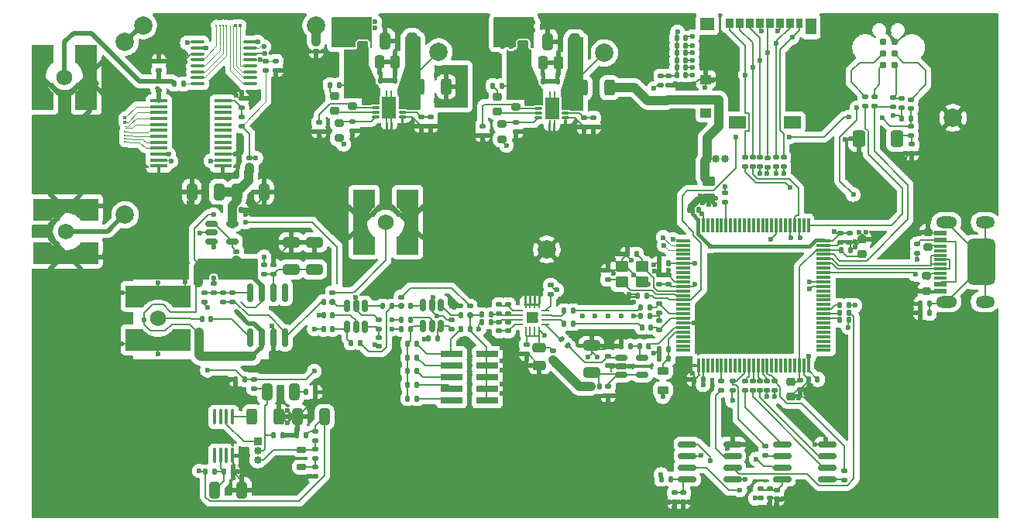
<source format=gbr>
%TF.GenerationSoftware,KiCad,Pcbnew,9.0.5*%
%TF.CreationDate,2025-10-24T01:37:17-04:00*%
%TF.ProjectId,ElectrodeArrayPCB,456c6563-7472-46f6-9465-417272617950,rev?*%
%TF.SameCoordinates,Original*%
%TF.FileFunction,Copper,L1,Top*%
%TF.FilePolarity,Positive*%
%FSLAX46Y46*%
G04 Gerber Fmt 4.6, Leading zero omitted, Abs format (unit mm)*
G04 Created by KiCad (PCBNEW 9.0.5) date 2025-10-24 01:37:17*
%MOMM*%
%LPD*%
G01*
G04 APERTURE LIST*
G04 Aperture macros list*
%AMRoundRect*
0 Rectangle with rounded corners*
0 $1 Rounding radius*
0 $2 $3 $4 $5 $6 $7 $8 $9 X,Y pos of 4 corners*
0 Add a 4 corners polygon primitive as box body*
4,1,4,$2,$3,$4,$5,$6,$7,$8,$9,$2,$3,0*
0 Add four circle primitives for the rounded corners*
1,1,$1+$1,$2,$3*
1,1,$1+$1,$4,$5*
1,1,$1+$1,$6,$7*
1,1,$1+$1,$8,$9*
0 Add four rect primitives between the rounded corners*
20,1,$1+$1,$2,$3,$4,$5,0*
20,1,$1+$1,$4,$5,$6,$7,0*
20,1,$1+$1,$6,$7,$8,$9,0*
20,1,$1+$1,$8,$9,$2,$3,0*%
%AMFreePoly0*
4,1,32,0.755354,3.560354,0.755500,3.560000,0.755500,-3.560000,0.755354,-3.560354,0.755000,-3.560500,-1.595000,-3.560500,-1.595354,-3.560354,-1.595500,-3.560000,-1.595500,-1.652300,-1.595354,-1.651946,-1.595302,-1.651901,-1.477254,-1.562563,-1.265736,-1.355467,-1.086294,-1.120029,-0.942685,-0.861180,-0.837904,-0.584317,-0.774149,-0.295250,-0.752747,0.000000,-0.774149,0.295250,-0.837904,0.584317,
-0.942685,0.861180,-1.086294,1.120029,-1.265736,1.355467,-1.477254,1.562563,-1.595302,1.651901,-1.595495,1.652231,-1.595500,1.652300,-1.595500,3.560000,-1.595354,3.560354,-1.595000,3.560500,0.755000,3.560500,0.755354,3.560354,0.755354,3.560354,$1*%
G04 Aperture macros list end*
%TA.AperFunction,SMDPad,CuDef*%
%ADD10RoundRect,0.140000X-0.170000X0.140000X-0.170000X-0.140000X0.170000X-0.140000X0.170000X0.140000X0*%
%TD*%
%TA.AperFunction,ComponentPad*%
%ADD11C,0.250000*%
%TD*%
%TA.AperFunction,SMDPad,CuDef*%
%ADD12C,0.250000*%
%TD*%
%TA.AperFunction,SMDPad,CuDef*%
%ADD13C,0.100000*%
%TD*%
%TA.AperFunction,SMDPad,CuDef*%
%ADD14C,0.400000*%
%TD*%
%TA.AperFunction,ComponentPad*%
%ADD15C,2.000000*%
%TD*%
%TA.AperFunction,SMDPad,CuDef*%
%ADD16RoundRect,0.140000X0.170000X-0.140000X0.170000X0.140000X-0.170000X0.140000X-0.170000X-0.140000X0*%
%TD*%
%TA.AperFunction,SMDPad,CuDef*%
%ADD17RoundRect,0.140000X0.140000X0.170000X-0.140000X0.170000X-0.140000X-0.170000X0.140000X-0.170000X0*%
%TD*%
%TA.AperFunction,SMDPad,CuDef*%
%ADD18RoundRect,0.100000X-0.637500X-0.100000X0.637500X-0.100000X0.637500X0.100000X-0.637500X0.100000X0*%
%TD*%
%TA.AperFunction,SMDPad,CuDef*%
%ADD19FreePoly0,0.000000*%
%TD*%
%TA.AperFunction,SMDPad,CuDef*%
%ADD20FreePoly0,180.000000*%
%TD*%
%TA.AperFunction,SMDPad,CuDef*%
%ADD21C,1.730000*%
%TD*%
%TA.AperFunction,SMDPad,CuDef*%
%ADD22FreePoly0,90.000000*%
%TD*%
%TA.AperFunction,SMDPad,CuDef*%
%ADD23FreePoly0,270.000000*%
%TD*%
%TA.AperFunction,SMDPad,CuDef*%
%ADD24RoundRect,0.220000X0.255000X-0.220000X0.255000X0.220000X-0.255000X0.220000X-0.255000X-0.220000X0*%
%TD*%
%TA.AperFunction,SMDPad,CuDef*%
%ADD25R,0.850000X1.100000*%
%TD*%
%TA.AperFunction,SMDPad,CuDef*%
%ADD26R,0.750000X1.100000*%
%TD*%
%TA.AperFunction,SMDPad,CuDef*%
%ADD27R,1.200000X1.000000*%
%TD*%
%TA.AperFunction,SMDPad,CuDef*%
%ADD28R,1.550000X1.350000*%
%TD*%
%TA.AperFunction,SMDPad,CuDef*%
%ADD29R,1.900000X1.350000*%
%TD*%
%TA.AperFunction,SMDPad,CuDef*%
%ADD30R,1.170000X1.800000*%
%TD*%
%TA.AperFunction,ComponentPad*%
%ADD31R,0.850000X0.850000*%
%TD*%
%TA.AperFunction,ComponentPad*%
%ADD32C,0.850000*%
%TD*%
%TA.AperFunction,ConnectorPad*%
%ADD33C,0.787400*%
%TD*%
%TA.AperFunction,ComponentPad*%
%ADD34O,2.100000X1.300000*%
%TD*%
%TA.AperFunction,ComponentPad*%
%ADD35O,2.300000X1.300000*%
%TD*%
%TA.AperFunction,ComponentPad*%
%ADD36C,0.500000*%
%TD*%
%TA.AperFunction,SMDPad,CuDef*%
%ADD37RoundRect,0.500000X1.000000X-2.000000X1.000000X2.000000X-1.000000X2.000000X-1.000000X-2.000000X0*%
%TD*%
%TA.AperFunction,SMDPad,CuDef*%
%ADD38R,1.400000X0.500000*%
%TD*%
%TA.AperFunction,SMDPad,CuDef*%
%ADD39R,1.400000X0.300000*%
%TD*%
%TA.AperFunction,ComponentPad*%
%ADD40C,0.600000*%
%TD*%
%TA.AperFunction,SMDPad,CuDef*%
%ADD41R,0.280000X0.700000*%
%TD*%
%TA.AperFunction,SMDPad,CuDef*%
%ADD42R,1.650000X2.400000*%
%TD*%
%TA.AperFunction,SMDPad,CuDef*%
%ADD43RoundRect,0.070000X-0.355000X-0.070000X0.355000X-0.070000X0.355000X0.070000X-0.355000X0.070000X0*%
%TD*%
%TA.AperFunction,SMDPad,CuDef*%
%ADD44RoundRect,0.150000X0.150000X-0.825000X0.150000X0.825000X-0.150000X0.825000X-0.150000X-0.825000X0*%
%TD*%
%TA.AperFunction,HeatsinkPad*%
%ADD45C,0.600000*%
%TD*%
%TA.AperFunction,HeatsinkPad*%
%ADD46R,1.300000X1.300000*%
%TD*%
%TA.AperFunction,SMDPad,CuDef*%
%ADD47RoundRect,0.062500X-0.062500X-0.375000X0.062500X-0.375000X0.062500X0.375000X-0.062500X0.375000X0*%
%TD*%
%TA.AperFunction,SMDPad,CuDef*%
%ADD48RoundRect,0.062500X-0.375000X-0.062500X0.375000X-0.062500X0.375000X0.062500X-0.375000X0.062500X0*%
%TD*%
%TA.AperFunction,SMDPad,CuDef*%
%ADD49RoundRect,0.248889X-0.311111X-0.626111X0.311111X-0.626111X0.311111X0.626111X-0.311111X0.626111X0*%
%TD*%
%TA.AperFunction,SMDPad,CuDef*%
%ADD50RoundRect,0.200000X-0.275000X0.200000X-0.275000X-0.200000X0.275000X-0.200000X0.275000X0.200000X0*%
%TD*%
%TA.AperFunction,SMDPad,CuDef*%
%ADD51RoundRect,0.220000X-0.380000X0.220000X-0.380000X-0.220000X0.380000X-0.220000X0.380000X0.220000X0*%
%TD*%
%TA.AperFunction,SMDPad,CuDef*%
%ADD52RoundRect,0.250000X0.250000X0.475000X-0.250000X0.475000X-0.250000X-0.475000X0.250000X-0.475000X0*%
%TD*%
%TA.AperFunction,SMDPad,CuDef*%
%ADD53RoundRect,0.250000X0.325000X0.650000X-0.325000X0.650000X-0.325000X-0.650000X0.325000X-0.650000X0*%
%TD*%
%TA.AperFunction,SMDPad,CuDef*%
%ADD54RoundRect,0.250000X-0.250000X-0.475000X0.250000X-0.475000X0.250000X0.475000X-0.250000X0.475000X0*%
%TD*%
%TA.AperFunction,SMDPad,CuDef*%
%ADD55RoundRect,0.140000X-0.140000X-0.170000X0.140000X-0.170000X0.140000X0.170000X-0.140000X0.170000X0*%
%TD*%
%TA.AperFunction,SMDPad,CuDef*%
%ADD56RoundRect,0.140000X0.219203X0.021213X0.021213X0.219203X-0.219203X-0.021213X-0.021213X-0.219203X0*%
%TD*%
%TA.AperFunction,SMDPad,CuDef*%
%ADD57RoundRect,0.248780X-0.451220X0.261220X-0.451220X-0.261220X0.451220X-0.261220X0.451220X0.261220X0*%
%TD*%
%TA.AperFunction,SMDPad,CuDef*%
%ADD58RoundRect,0.250000X-0.425000X-0.650000X0.425000X-0.650000X0.425000X0.650000X-0.425000X0.650000X0*%
%TD*%
%TA.AperFunction,SMDPad,CuDef*%
%ADD59RoundRect,0.150000X-0.385000X-0.150000X0.385000X-0.150000X0.385000X0.150000X-0.385000X0.150000X0*%
%TD*%
%TA.AperFunction,SMDPad,CuDef*%
%ADD60RoundRect,0.250000X-0.312500X-0.625000X0.312500X-0.625000X0.312500X0.625000X-0.312500X0.625000X0*%
%TD*%
%TA.AperFunction,SMDPad,CuDef*%
%ADD61RoundRect,0.150000X0.825000X0.150000X-0.825000X0.150000X-0.825000X-0.150000X0.825000X-0.150000X0*%
%TD*%
%TA.AperFunction,SMDPad,CuDef*%
%ADD62RoundRect,0.250000X-0.325000X-0.650000X0.325000X-0.650000X0.325000X0.650000X-0.325000X0.650000X0*%
%TD*%
%TA.AperFunction,SMDPad,CuDef*%
%ADD63RoundRect,0.225000X0.250000X-0.225000X0.250000X0.225000X-0.250000X0.225000X-0.250000X-0.225000X0*%
%TD*%
%TA.AperFunction,SMDPad,CuDef*%
%ADD64R,2.400000X0.740000*%
%TD*%
%TA.AperFunction,SMDPad,CuDef*%
%ADD65RoundRect,0.075000X-0.725000X-0.075000X0.725000X-0.075000X0.725000X0.075000X-0.725000X0.075000X0*%
%TD*%
%TA.AperFunction,SMDPad,CuDef*%
%ADD66RoundRect,0.075000X-0.075000X-0.725000X0.075000X-0.725000X0.075000X0.725000X-0.075000X0.725000X0*%
%TD*%
%TA.AperFunction,SMDPad,CuDef*%
%ADD67RoundRect,0.150000X-0.150000X0.512500X-0.150000X-0.512500X0.150000X-0.512500X0.150000X0.512500X0*%
%TD*%
%TA.AperFunction,SMDPad,CuDef*%
%ADD68RoundRect,0.250000X-0.450000X-0.350000X0.450000X-0.350000X0.450000X0.350000X-0.450000X0.350000X0*%
%TD*%
%TA.AperFunction,SMDPad,CuDef*%
%ADD69RoundRect,0.250000X0.650000X-0.325000X0.650000X0.325000X-0.650000X0.325000X-0.650000X-0.325000X0*%
%TD*%
%TA.AperFunction,SMDPad,CuDef*%
%ADD70RoundRect,0.200000X0.275000X-0.200000X0.275000X0.200000X-0.275000X0.200000X-0.275000X-0.200000X0*%
%TD*%
%TA.AperFunction,SMDPad,CuDef*%
%ADD71RoundRect,0.150000X-0.512500X-0.150000X0.512500X-0.150000X0.512500X0.150000X-0.512500X0.150000X0*%
%TD*%
%TA.AperFunction,SMDPad,CuDef*%
%ADD72RoundRect,0.225000X-0.250000X0.225000X-0.250000X-0.225000X0.250000X-0.225000X0.250000X0.225000X0*%
%TD*%
%TA.AperFunction,SMDPad,CuDef*%
%ADD73RoundRect,0.100000X0.100000X-0.712500X0.100000X0.712500X-0.100000X0.712500X-0.100000X-0.712500X0*%
%TD*%
%TA.AperFunction,SMDPad,CuDef*%
%ADD74RoundRect,0.100000X-0.850000X-0.100000X0.850000X-0.100000X0.850000X0.100000X-0.850000X0.100000X0*%
%TD*%
%TA.AperFunction,SMDPad,CuDef*%
%ADD75RoundRect,0.250000X-0.475000X0.250000X-0.475000X-0.250000X0.475000X-0.250000X0.475000X0.250000X0*%
%TD*%
%TA.AperFunction,ViaPad*%
%ADD76C,0.600000*%
%TD*%
%TA.AperFunction,Conductor*%
%ADD77C,1.000000*%
%TD*%
%TA.AperFunction,Conductor*%
%ADD78C,0.200000*%
%TD*%
%TA.AperFunction,Conductor*%
%ADD79C,0.300000*%
%TD*%
%TA.AperFunction,Conductor*%
%ADD80C,0.500000*%
%TD*%
%TA.AperFunction,Conductor*%
%ADD81C,0.100000*%
%TD*%
%TA.AperFunction,Conductor*%
%ADD82C,0.400000*%
%TD*%
G04 APERTURE END LIST*
D10*
%TO.P,C19,1*%
%TO.N,GND*%
X137500000Y-72700000D03*
%TO.P,C19,2*%
%TO.N,Net-(J9-In)*%
X137500000Y-73700000D03*
%TD*%
%TO.P,R13,1*%
%TO.N,Net-(J10-Pin_10)*%
X154700000Y-70600000D03*
%TO.P,R13,2*%
%TO.N,GND*%
X154700000Y-71600000D03*
%TD*%
D11*
%TO.P,J10,1,Pin_1*%
%TO.N,Net-(J10-Pin_1)*%
X143800000Y-68800000D03*
%TO.P,J10,2,Pin_2*%
%TO.N,Net-(J10-Pin_2)*%
X144150000Y-68800000D03*
D12*
%TO.P,J10,3,Pin_3*%
%TO.N,Net-(J10-Pin_3)*%
X144500000Y-68800000D03*
%TO.P,J10,4,Pin_4*%
%TO.N,Net-(J10-Pin_4)*%
X144850000Y-68800000D03*
D13*
%TO.P,J10,5,Pin_5*%
%TO.N,Net-(J10-Pin_5)*%
X145300000Y-68800000D03*
%TO.P,J10,6,Pin_6*%
%TO.N,Net-(J10-Pin_6)*%
X145500000Y-68800000D03*
D14*
%TO.P,J10,7,Pin_7*%
%TO.N,Net-(J10-Pin_7)*%
X145900000Y-68800000D03*
%TO.P,J10,8,Pin_8*%
%TO.N,Net-(J10-Pin_8)*%
X146400000Y-68800000D03*
D15*
%TO.P,J10,9,Pin_9*%
%TO.N,Net-(J10-Pin_9)*%
X135800000Y-68800000D03*
%TO.P,J10,10,Pin_10*%
%TO.N,Net-(J10-Pin_10)*%
X154700000Y-68800000D03*
%TD*%
D16*
%TO.P,R45,1*%
%TO.N,+5V*%
X149200000Y-73700000D03*
%TO.P,R45,2*%
%TO.N,Net-(U19-EN)*%
X149200000Y-72700000D03*
%TD*%
D17*
%TO.P,R11,1*%
%TO.N,Net-(U19-D)*%
X140200000Y-75200000D03*
%TO.P,R11,2*%
%TO.N,Net-(J9-In)*%
X139200000Y-75200000D03*
%TD*%
D10*
%TO.P,C25,1*%
%TO.N,Net-(U19-EN)*%
X150300000Y-72700000D03*
%TO.P,C25,2*%
%TO.N,GND*%
X150300000Y-73700000D03*
%TD*%
D18*
%TO.P,U19,1,A0*%
%TO.N,s0*%
X141737500Y-70625000D03*
%TO.P,U19,2,EN*%
%TO.N,Net-(U19-EN)*%
X141737500Y-71275000D03*
%TO.P,U19,3,VSS*%
%TO.N,GND*%
X141737500Y-71925000D03*
%TO.P,U19,4,S1*%
%TO.N,Net-(J10-Pin_1)*%
X141737500Y-72575000D03*
%TO.P,U19,5,S2*%
%TO.N,Net-(J10-Pin_2)*%
X141737500Y-73225000D03*
%TO.P,U19,6,S3*%
%TO.N,Net-(J10-Pin_3)*%
X141737500Y-73875000D03*
%TO.P,U19,7,S4*%
%TO.N,Net-(J10-Pin_4)*%
X141737500Y-74525000D03*
%TO.P,U19,8,D*%
%TO.N,Net-(U19-D)*%
X141737500Y-75175000D03*
%TO.P,U19,9,S8*%
%TO.N,Net-(J10-Pin_5)*%
X147462500Y-75175000D03*
%TO.P,U19,10,S7*%
%TO.N,Net-(J10-Pin_6)*%
X147462500Y-74525000D03*
%TO.P,U19,11,S6*%
%TO.N,Net-(J10-Pin_7)*%
X147462500Y-73875000D03*
%TO.P,U19,12,S5*%
%TO.N,Net-(J10-Pin_8)*%
X147462500Y-73225000D03*
%TO.P,U19,13,VDD*%
%TO.N,Net-(U19-EN)*%
X147462500Y-72575000D03*
%TO.P,U19,14,GND*%
%TO.N,GND*%
X147462500Y-71925000D03*
%TO.P,U19,15,A2*%
%TO.N,s2*%
X147462500Y-71275000D03*
%TO.P,U19,16,A1*%
%TO.N,s1*%
X147462500Y-70625000D03*
%TD*%
D19*
%TO.P,J9,2,Ext*%
%TO.N,GND*%
X130000000Y-74500000D03*
D20*
X124400000Y-74500000D03*
D21*
%TO.P,J9,1,In*%
%TO.N,Net-(J9-In)*%
X127200000Y-74500000D03*
%TD*%
D11*
%TO.P,J2,1,Pin_1*%
%TO.N,Net-(J2-Pin_1)*%
X133800000Y-81500000D03*
%TO.P,J2,2,Pin_2*%
%TO.N,Net-(J2-Pin_2)*%
X133800000Y-81150000D03*
D12*
%TO.P,J2,3,Pin_3*%
%TO.N,Net-(J2-Pin_3)*%
X133800000Y-80800000D03*
%TO.P,J2,4,Pin_4*%
%TO.N,Net-(J2-Pin_4)*%
X133800000Y-80450000D03*
D13*
%TO.P,J2,5,Pin_5*%
%TO.N,Net-(J2-Pin_5)*%
X133800000Y-80000000D03*
%TO.P,J2,6,Pin_6*%
%TO.N,Net-(J2-Pin_6)*%
X133800000Y-79800000D03*
D14*
%TO.P,J2,7,Pin_7*%
%TO.N,Net-(J2-Pin_7)*%
X133800000Y-79400000D03*
%TO.P,J2,8,Pin_8*%
%TO.N,Net-(J2-Pin_8)*%
X133800000Y-78900000D03*
D15*
%TO.P,J2,9,Pin_9*%
%TO.N,Net-(J2-Pin_9)*%
X133800000Y-89500000D03*
%TO.P,J2,10,Pin_10*%
%TO.N,Net-(J10-Pin_9)*%
X133800000Y-70600000D03*
%TD*%
D16*
%TO.P,R10,1*%
%TO.N,Net-(U5-COM)*%
X137500000Y-75900000D03*
%TO.P,R10,2*%
%TO.N,Net-(J9-In)*%
X137500000Y-74900000D03*
%TD*%
D21*
%TO.P,J8,1,In*%
%TO.N,Net-(J2-Pin_9)*%
X127300000Y-91300000D03*
D22*
%TO.P,J8,2,Ext*%
%TO.N,GND*%
X127300000Y-88500000D03*
D23*
X127300000Y-94100000D03*
%TD*%
D24*
%TO.P,D2,2*%
%TO.N,Net-(D2-Pad2)*%
X174500000Y-76610000D03*
%TO.P,D2,1*%
%TO.N,Net-(U1-PG)*%
X174500000Y-78190000D03*
%TD*%
D25*
%TO.P,J4,1,DAT2*%
%TO.N,Net-(J4-DAT2)*%
X199895000Y-68550000D03*
%TO.P,J4,2,DAT3/CD*%
%TO.N,Net-(J4-DAT3{slash}CD)*%
X200995000Y-68550000D03*
%TO.P,J4,3,CMD*%
%TO.N,Net-(J4-CMD)*%
X202095000Y-68550000D03*
%TO.P,J4,4,VDD*%
%TO.N,Net-(J4-VDD)*%
X203195000Y-68550000D03*
%TO.P,J4,5,CLK*%
%TO.N,Net-(J4-CLK)*%
X204295000Y-68550000D03*
%TO.P,J4,6,VSS*%
%TO.N,GND*%
X205395000Y-68550000D03*
%TO.P,J4,7,DAT0*%
%TO.N,Net-(J4-DAT0)*%
X206495000Y-68550000D03*
D26*
%TO.P,J4,8,DAT1*%
%TO.N,Net-(J4-DAT1)*%
X207545000Y-68550000D03*
D27*
%TO.P,J4,9,SHIELD*%
%TO.N,GND*%
X197260000Y-74700000D03*
%TO.P,J4,10*%
%TO.N,N/C*%
X197260000Y-78400000D03*
D28*
%TO.P,J4,11*%
X197435000Y-68675000D03*
D29*
X200760000Y-79375000D03*
X206730000Y-79375000D03*
D30*
X208755000Y-68900000D03*
%TD*%
D15*
%TO.P,TP4,1,1*%
%TO.N,GND*%
X179900000Y-93300000D03*
%TD*%
%TO.P,TP3,1,1*%
%TO.N,GND*%
X224300000Y-78900000D03*
%TD*%
%TO.P,TP2,1,1*%
%TO.N,/ldo_3v3*%
X186200000Y-71800000D03*
%TD*%
%TO.P,TP1,1,1*%
%TO.N,/ldo_5v*%
X168100000Y-71700000D03*
%TD*%
D31*
%TO.P,JP3,1,A*%
%TO.N,+3.3V*%
X197400000Y-83400000D03*
D32*
%TO.P,JP3,2,C*%
%TO.N,Net-(JP3-C)*%
X198400000Y-83400000D03*
%TO.P,JP3,3,B*%
%TO.N,GND*%
X199400000Y-83400000D03*
%TD*%
D33*
%TO.P,J5,6,SWO*%
%TO.N,unconnected-(J5-SWO-Pad6)*%
X216630000Y-70565000D03*
%TO.P,J5,5,GND*%
%TO.N,GND*%
X217900000Y-70565000D03*
%TO.P,J5,4,SWCLK*%
%TO.N,Net-(J5-SWCLK)*%
X216630000Y-71835000D03*
%TO.P,J5,3,~{RESET}*%
%TO.N,Net-(J5-~{RESET})*%
X217900000Y-71835000D03*
%TO.P,J5,2,SWDIO*%
%TO.N,Net-(J5-SWDIO)*%
X216630000Y-73105000D03*
%TO.P,J5,1,VCC*%
%TO.N,Net-(J5-VCC)*%
X217900000Y-73105000D03*
%TD*%
D34*
%TO.P,J6,S1,SHIELD*%
%TO.N,Net-(J6-SHIELD)*%
X227800000Y-90340000D03*
D35*
X223600000Y-90340000D03*
D36*
X228420000Y-92670000D03*
X226420000Y-92670000D03*
D37*
X227420000Y-94670000D03*
D36*
X228420000Y-96670000D03*
X226420000Y-96670000D03*
D34*
X227800000Y-99000000D03*
D35*
X223600000Y-99000000D03*
D38*
%TO.P,J6,B12A1,GND*%
%TO.N,GND*%
X222920000Y-97870000D03*
%TO.P,J6,B9A4,VBUS*%
%TO.N,Net-(J6-VBUS-PadA9B4)*%
X222920000Y-97070000D03*
D39*
%TO.P,J6,B8,SBU2*%
%TO.N,unconnected-(J6-SBU2-PadB8)*%
X222920000Y-96420000D03*
%TO.P,J6,B7,D-*%
%TO.N,/PA11_USB_DM*%
X222920000Y-95420000D03*
%TO.P,J6,B6,D+*%
%TO.N,/PA12_USB_DP*%
X222920000Y-93920000D03*
%TO.P,J6,B5,CC2*%
%TO.N,Net-(J6-CC2)*%
X222920000Y-92920000D03*
D38*
%TO.P,J6,A12B1,GND*%
%TO.N,GND*%
X222920000Y-91470000D03*
%TO.P,J6,A9B4,VBUS*%
%TO.N,Net-(J6-VBUS-PadA9B4)*%
X222920000Y-92270000D03*
D39*
%TO.P,J6,A8,SBU1*%
%TO.N,unconnected-(J6-SBU1-PadA8)*%
X222920000Y-93420000D03*
%TO.P,J6,A7,D-*%
%TO.N,/PA11_USB_DM*%
X222920000Y-94420000D03*
%TO.P,J6,A6,D+*%
%TO.N,/PA12_USB_DP*%
X222920000Y-94920000D03*
%TO.P,J6,A5,CC1*%
%TO.N,Net-(J6-CC1)*%
X222920000Y-95920000D03*
%TD*%
D40*
%TO.P,U1,11,EPAD*%
%TO.N,GND*%
X180955000Y-78760000D03*
X180955000Y-77040000D03*
D41*
X180725000Y-79450000D03*
X180725000Y-76350000D03*
D42*
X180475000Y-77900000D03*
D40*
X180475000Y-77900000D03*
D41*
X180225000Y-79450000D03*
X180225000Y-76350000D03*
D40*
X179995000Y-78760000D03*
X179995000Y-77040000D03*
D43*
%TO.P,U1,10,OUT*%
%TO.N,/ldo_3v3*%
X181950000Y-76900000D03*
%TO.P,U1,9,OUT*%
X181950000Y-77400000D03*
%TO.P,U1,8,SNS*%
X181950000Y-77900000D03*
%TO.P,U1,7,NR/SS*%
%TO.N,Net-(U1-NR{slash}SS)*%
X181950000Y-78400000D03*
%TO.P,U1,6,GND*%
%TO.N,GND*%
X181950000Y-78900000D03*
%TO.P,U1,5,FB_PG*%
%TO.N,Net-(U1-FB_PG)*%
X179000000Y-78900000D03*
%TO.P,U1,4,PG*%
%TO.N,Net-(U1-PG)*%
X179000000Y-78400000D03*
%TO.P,U1,3,EN_UV*%
%TO.N,Net-(U1-EN_UV)*%
X179000000Y-77900000D03*
%TO.P,U1,2,IN*%
%TO.N,/vbat_post_fb33*%
X179000000Y-77400000D03*
%TO.P,U1,1,IN*%
X179000000Y-76900000D03*
%TD*%
D44*
%TO.P,U11,8,IN-*%
%TO.N,Net-(U11-IN-)*%
X147500000Y-98000000D03*
%TO.P,U11,7,GRD*%
%TO.N,guard_ring*%
X148770000Y-98000000D03*
%TO.P,U11,6,V+*%
%TO.N,Net-(U11-V+)*%
X150040000Y-98000000D03*
%TO.P,U11,5*%
%TO.N,N/C*%
X151310000Y-98000000D03*
%TO.P,U11,4,Vout*%
%TO.N,Net-(U11-Vout)*%
X151310000Y-102950000D03*
%TO.P,U11,3,V-*%
%TO.N,GND*%
X150040000Y-102950000D03*
%TO.P,U11,2,GRD*%
%TO.N,guard_ring*%
X148770000Y-102950000D03*
%TO.P,U11,1,IN+*%
%TO.N,Net-(U11-IN+)*%
X147500000Y-102950000D03*
%TD*%
D45*
%TO.P,U14,17,EP*%
%TO.N,GND*%
X178687500Y-101100000D03*
X178687500Y-100400000D03*
D46*
X178337500Y-100750000D03*
D45*
X177987500Y-101100000D03*
X177987500Y-100400000D03*
D47*
%TO.P,U14,16,-Vs*%
X177587500Y-99312500D03*
%TO.P,U14,15,-Vs*%
X178087500Y-99312500D03*
%TO.P,U14,14,-Vs*%
X178587500Y-99312500D03*
%TO.P,U14,13,-Vs*%
X179087500Y-99312500D03*
D48*
%TO.P,U14,12,~{DISABLE}*%
%TO.N,Net-(U14A-~{DISABLE})*%
X179775000Y-100000000D03*
%TO.P,U14,11,-OUT*%
%TO.N,Net-(U14A--OUT)*%
X179775000Y-100500000D03*
%TO.P,U14,10,+OUT*%
%TO.N,Net-(U14A-+OUT)*%
X179775000Y-101000000D03*
%TO.P,U14,9,VOCM*%
%TO.N,Net-(U14A-VOCM)*%
X179775000Y-101500000D03*
D47*
%TO.P,U14,8,+Vs*%
%TO.N,Net-(C41-Pad1)*%
X179087500Y-102187500D03*
%TO.P,U14,7,+Vs*%
X178587500Y-102187500D03*
%TO.P,U14,6,+Vs*%
X178087500Y-102187500D03*
%TO.P,U14,5,+Vs*%
X177587500Y-102187500D03*
D48*
%TO.P,U14,4,+FB*%
%TO.N,Net-(U14A-+FB)*%
X176900000Y-101500000D03*
%TO.P,U14,3,-IN*%
%TO.N,Net-(U14A--IN)*%
X176900000Y-101000000D03*
%TO.P,U14,2,+IN*%
%TO.N,Net-(U14A-+IN)*%
X176900000Y-100500000D03*
%TO.P,U14,1,-FB*%
%TO.N,Net-(U14A--FB)*%
X176900000Y-100000000D03*
%TD*%
D10*
%TO.P,R9,1*%
%TO.N,Net-(U1-NR{slash}SS)*%
X185000000Y-78900000D03*
%TO.P,R9,2*%
%TO.N,GND*%
X185000000Y-79900000D03*
%TD*%
D49*
%TO.P,R8,1*%
%TO.N,/ldo_3v3*%
X183840000Y-75600000D03*
%TO.P,R8,2*%
%TO.N,+3.3V*%
X186760000Y-75600000D03*
%TD*%
D17*
%TO.P,R7,1*%
%TO.N,/vbat_post_fb33*%
X175000000Y-75400000D03*
%TO.P,R7,2*%
%TO.N,Net-(D2-Pad2)*%
X174000000Y-75400000D03*
%TD*%
D10*
%TO.P,R6,1*%
%TO.N,Net-(U1-FB_PG)*%
X176500000Y-79400000D03*
%TO.P,R6,2*%
%TO.N,GND*%
X176500000Y-80400000D03*
%TD*%
D50*
%TO.P,R5,1*%
%TO.N,Net-(U1-FB_PG)*%
X175000000Y-79580000D03*
%TO.P,R5,2*%
%TO.N,/ldo_3v3*%
X175000000Y-81220000D03*
%TD*%
D10*
%TO.P,R3,1*%
%TO.N,Net-(U1-EN_UV)*%
X172900000Y-79800000D03*
%TO.P,R3,2*%
%TO.N,GND*%
X172900000Y-80800000D03*
%TD*%
D50*
%TO.P,R2,1*%
%TO.N,/vbat_post_fb33*%
X176500000Y-76080000D03*
%TO.P,R2,2*%
%TO.N,Net-(U1-EN_UV)*%
X176500000Y-77720000D03*
%TD*%
D51*
%TO.P,FB3,2*%
%TO.N,/vbat_post_fb5*%
X159800000Y-70960000D03*
%TO.P,FB3,1*%
%TO.N,/battery*%
X159800000Y-68840000D03*
%TD*%
D17*
%TO.P,C18,2*%
%TO.N,GND*%
X181100000Y-74900000D03*
%TO.P,C18,1*%
%TO.N,/ldo_3v3*%
X182100000Y-74900000D03*
%TD*%
D52*
%TO.P,C17,2*%
%TO.N,GND*%
X181150000Y-72900000D03*
%TO.P,C17,1*%
%TO.N,/ldo_3v3*%
X183050000Y-72900000D03*
%TD*%
D53*
%TO.P,C10,2*%
%TO.N,GND*%
X180020000Y-70600000D03*
%TO.P,C10,1*%
%TO.N,/ldo_3v3*%
X182980000Y-70600000D03*
%TD*%
D10*
%TO.P,C3,1*%
%TO.N,Net-(U1-NR{slash}SS)*%
X184000000Y-78900000D03*
%TO.P,C3,2*%
%TO.N,GND*%
X184000000Y-79900000D03*
%TD*%
D54*
%TO.P,C2,1*%
%TO.N,/vbat_post_fb33*%
X177550000Y-72900000D03*
%TO.P,C2,2*%
%TO.N,GND*%
X179450000Y-72900000D03*
%TD*%
D55*
%TO.P,C1,1*%
%TO.N,/vbat_post_fb33*%
X178500000Y-74900000D03*
%TO.P,C1,2*%
%TO.N,GND*%
X179500000Y-74900000D03*
%TD*%
%TO.P,R84,1*%
%TO.N,Net-(U15-PD13)*%
X211900000Y-99400000D03*
%TO.P,R84,2*%
%TO.N,Net-(U25-SIO3)*%
X212900000Y-99400000D03*
%TD*%
D56*
%TO.P,R110,2*%
%TO.N,Net-(U14A-VOCM)*%
X181492894Y-103092894D03*
%TO.P,R110,1*%
%TO.N,Net-(U10-Vbias)*%
X182200000Y-103800000D03*
%TD*%
D10*
%TO.P,R19,1*%
%TO.N,+5V*%
X154600000Y-113200000D03*
%TO.P,R19,2*%
%TO.N,Net-(JP1-B)*%
X154600000Y-114200000D03*
%TD*%
%TO.P,R83,1*%
%TO.N,PA7_OCTASPI_P1_IO2*%
X199000000Y-107700000D03*
%TO.P,R83,2*%
%TO.N,Net-(U25-SIO2)*%
X199000000Y-108700000D03*
%TD*%
D57*
%TO.P,R112,1*%
%TO.N,+3.3V*%
X197600000Y-85860000D03*
%TO.P,R112,2*%
%TO.N,/MCU_VDD33*%
X197600000Y-87680000D03*
%TD*%
D17*
%TO.P,R31,1*%
%TO.N,Net-(U16-+)*%
X156500000Y-99000000D03*
%TO.P,R31,2*%
%TO.N,Net-(U11-Vout)*%
X155500000Y-99000000D03*
%TD*%
D55*
%TO.P,R41,1*%
%TO.N,Net-(U17--)*%
X164700000Y-109600000D03*
%TO.P,R41,2*%
%TO.N,Net-(J1-Pin_9)*%
X165700000Y-109600000D03*
%TD*%
D58*
%TO.P,S1,1,A*%
%TO.N,GND*%
X214050000Y-81200000D03*
%TO.P,S1,2,B*%
%TO.N,Net-(S1-B)*%
X218200000Y-81200000D03*
%TD*%
D16*
%TO.P,R74,1*%
%TO.N,Net-(U24-SO{slash}SIO1)*%
X202400000Y-108700000D03*
%TO.P,R74,2*%
%TO.N,Net-(U15-PE8)*%
X202400000Y-107700000D03*
%TD*%
D17*
%TO.P,C73,1*%
%TO.N,Net-(U10-Vref)*%
X189041250Y-103870000D03*
%TO.P,C73,2*%
%TO.N,GND*%
X188041250Y-103870000D03*
%TD*%
D10*
%TO.P,R77,1*%
%TO.N,PB2_OCTASPI_P1_CLK*%
X203800000Y-114800000D03*
%TO.P,R77,2*%
%TO.N,Net-(U24-SCLK)*%
X203800000Y-115800000D03*
%TD*%
D55*
%TO.P,C52,2*%
%TO.N,GND*%
X196500000Y-89000000D03*
%TO.P,C52,1*%
%TO.N,/MCU_VDD33*%
X195500000Y-89000000D03*
%TD*%
D16*
%TO.P,R71,1*%
%TO.N,/MCU_VDD33*%
X203285000Y-120480000D03*
%TO.P,R71,2*%
%TO.N,Net-(U24-VDD)*%
X203285000Y-119480000D03*
%TD*%
D10*
%TO.P,C78,1*%
%TO.N,Net-(U11-IN-)*%
X144500000Y-98000000D03*
%TO.P,C78,2*%
%TO.N,Net-(U11-Vout)*%
X144500000Y-99000000D03*
%TD*%
D17*
%TO.P,C53,1*%
%TO.N,/MCU_VDD33*%
X209500000Y-107500000D03*
%TO.P,C53,2*%
%TO.N,GND*%
X208500000Y-107500000D03*
%TD*%
D16*
%TO.P,R65,1*%
%TO.N,Net-(U15-PC8)*%
X205000000Y-84200000D03*
%TO.P,R65,2*%
%TO.N,Net-(J4-DAT0)*%
X205000000Y-83200000D03*
%TD*%
D10*
%TO.P,C63,1*%
%TO.N,Net-(C61-Pad1)*%
X207600000Y-107600000D03*
%TO.P,C63,2*%
%TO.N,GND*%
X207600000Y-108600000D03*
%TD*%
D16*
%TO.P,R56,1*%
%TO.N,Net-(J1-Pin_10)*%
X171500000Y-100500000D03*
%TO.P,R56,2*%
%TO.N,Net-(R56-Pad2)*%
X171500000Y-99500000D03*
%TD*%
D51*
%TO.P,FB1,1*%
%TO.N,/battery*%
X177300000Y-68740000D03*
%TO.P,FB1,2*%
%TO.N,/vbat_post_fb33*%
X177300000Y-70860000D03*
%TD*%
D10*
%TO.P,C70,1*%
%TO.N,Net-(U10-EN)*%
X186610000Y-108270000D03*
%TO.P,C70,2*%
%TO.N,GND*%
X186610000Y-109270000D03*
%TD*%
%TO.P,C38,1*%
%TO.N,Net-(U24-VDD)*%
X205085000Y-119580000D03*
%TO.P,C38,2*%
%TO.N,GND*%
X205085000Y-120580000D03*
%TD*%
%TO.P,C39,1*%
%TO.N,Net-(U25-VDD)*%
X194850000Y-119900000D03*
%TO.P,C39,2*%
%TO.N,GND*%
X194850000Y-120900000D03*
%TD*%
D16*
%TO.P,R68,1*%
%TO.N,Net-(U15-PC11)*%
X202400000Y-84200000D03*
%TO.P,R68,2*%
%TO.N,Net-(J4-DAT3{slash}CD)*%
X202400000Y-83200000D03*
%TD*%
D59*
%TO.P,U9,1,REF*%
%TO.N,Net-(U9-REF)*%
X153100000Y-117100000D03*
%TO.P,U9,2,CAT*%
%TO.N,Net-(JP1-B)*%
X153100000Y-115200000D03*
%TO.P,U9,3,AN*%
%TO.N,GND*%
X150620000Y-116150000D03*
%TD*%
D17*
%TO.P,R37,1*%
%TO.N,Net-(U17-V+)*%
X168000000Y-103000000D03*
%TO.P,R37,2*%
%TO.N,+5V*%
X167000000Y-103000000D03*
%TD*%
D10*
%TO.P,C51,1*%
%TO.N,/MCU_VDD33*%
X212000000Y-91500000D03*
%TO.P,C51,2*%
%TO.N,GND*%
X212000000Y-92500000D03*
%TD*%
%TO.P,R87,1*%
%TO.N,Net-(J5-SWCLK)*%
X214700000Y-76600000D03*
%TO.P,R87,2*%
%TO.N,Net-(U15-PA14)*%
X214700000Y-77600000D03*
%TD*%
D60*
%TO.P,R17,1*%
%TO.N,Net-(U27-Trim{slash}NR)*%
X147675000Y-111600000D03*
%TO.P,R17,2*%
%TO.N,GND*%
X150600000Y-111600000D03*
%TD*%
D55*
%TO.P,R108,1*%
%TO.N,Net-(C67-Pad2)*%
X153600000Y-108900000D03*
%TO.P,R108,2*%
%TO.N,GND*%
X154600000Y-108900000D03*
%TD*%
D17*
%TO.P,R113,1*%
%TO.N,ADC_P*%
X182800000Y-101400000D03*
%TO.P,R113,2*%
%TO.N,Net-(U14A-+OUT)*%
X181800000Y-101400000D03*
%TD*%
D10*
%TO.P,R96,1*%
%TO.N,Net-(J6-VBUS-PadA9B4)*%
X220400000Y-92700000D03*
%TO.P,R96,2*%
%TO.N,Net-(U15-PA9)*%
X220400000Y-93700000D03*
%TD*%
D61*
%TO.P,U24,1,~{CE}*%
%TO.N,Net-(U24-~{CE})*%
X210600000Y-118400000D03*
%TO.P,U24,2,SO/SIO1*%
%TO.N,Net-(U24-SO{slash}SIO1)*%
X210600000Y-117130000D03*
%TO.P,U24,3,SIO2*%
%TO.N,Net-(U24-SIO2)*%
X210600000Y-115860000D03*
%TO.P,U24,4,VSS*%
%TO.N,GND*%
X210600000Y-114590000D03*
%TO.P,U24,5,SI/SIO0*%
%TO.N,Net-(U24-SI{slash}SIO0)*%
X205650000Y-114590000D03*
%TO.P,U24,6,SCLK*%
%TO.N,Net-(U24-SCLK)*%
X205650000Y-115860000D03*
%TO.P,U24,7,SIO3*%
%TO.N,Net-(U24-SIO3)*%
X205650000Y-117130000D03*
%TO.P,U24,8,VDD*%
%TO.N,Net-(U24-VDD)*%
X205650000Y-118400000D03*
%TD*%
D10*
%TO.P,R21,1*%
%TO.N,Net-(U11-IN-)*%
X145500000Y-98000000D03*
%TO.P,R21,2*%
%TO.N,Net-(U11-Vout)*%
X145500000Y-99000000D03*
%TD*%
D55*
%TO.P,C68,1*%
%TO.N,Net-(U27-Vin)*%
X144600000Y-117600000D03*
%TO.P,C68,2*%
%TO.N,GND*%
X145600000Y-117600000D03*
%TD*%
D16*
%TO.P,R76,1*%
%TO.N,Net-(U24-SIO3)*%
X204000000Y-108700000D03*
%TO.P,R76,2*%
%TO.N,Net-(U15-PE10)*%
X204000000Y-107700000D03*
%TD*%
%TO.P,R97,1*%
%TO.N,Net-(U14A-+IN)*%
X175700000Y-100300000D03*
%TO.P,R97,2*%
%TO.N,Net-(U14A--FB)*%
X175700000Y-99300000D03*
%TD*%
D49*
%TO.P,R102,2*%
%TO.N,+5V*%
X168900000Y-75500000D03*
%TO.P,R102,1*%
%TO.N,/ldo_5v*%
X165980000Y-75500000D03*
%TD*%
D21*
%TO.P,J7,1,In*%
%TO.N,Net-(J7-In)*%
X162300000Y-90300000D03*
D20*
%TO.P,J7,2,Ext*%
%TO.N,GND*%
X159500000Y-90300000D03*
D19*
X165100000Y-90300000D03*
%TD*%
D16*
%TO.P,C23,1*%
%TO.N,Net-(U16-V+)*%
X161500000Y-102000000D03*
%TO.P,C23,2*%
%TO.N,GND*%
X161500000Y-101000000D03*
%TD*%
%TO.P,R26,1*%
%TO.N,guard_ring*%
X146000000Y-94500000D03*
%TO.P,R26,2*%
%TO.N,/grd_drv_out*%
X146000000Y-93500000D03*
%TD*%
%TO.P,R90,1*%
%TO.N,Net-(S1-B)*%
X219725000Y-80800000D03*
%TO.P,R90,2*%
%TO.N,STM32_RSTn*%
X219725000Y-79800000D03*
%TD*%
D55*
%TO.P,R38,1*%
%TO.N,Net-(U17--)*%
X164700000Y-106600000D03*
%TO.P,R38,2*%
%TO.N,Net-(J1-Pin_5)*%
X165700000Y-106600000D03*
%TD*%
D17*
%TO.P,C9,1*%
%TO.N,+5V*%
X153600000Y-113600000D03*
%TO.P,C9,2*%
%TO.N,GND*%
X152600000Y-113600000D03*
%TD*%
D62*
%TO.P,C67,1*%
%TO.N,Net-(JP1-C)*%
X149320000Y-108900000D03*
%TO.P,C67,2*%
%TO.N,Net-(C67-Pad2)*%
X152280000Y-108900000D03*
%TD*%
D55*
%TO.P,R33,1*%
%TO.N,Net-(U16--)*%
X158500000Y-103500000D03*
%TO.P,R33,2*%
%TO.N,Net-(R115-Pad1)*%
X159500000Y-103500000D03*
%TD*%
D63*
%TO.P,C62,1*%
%TO.N,Net-(C61-Pad1)*%
X214400000Y-93760000D03*
%TO.P,C62,2*%
%TO.N,GND*%
X214400000Y-92200000D03*
%TD*%
D16*
%TO.P,R120,1*%
%TO.N,Net-(U16-+)*%
X156500000Y-99000000D03*
%TO.P,R120,2*%
%TO.N,Net-(J7-In)*%
X156500000Y-98000000D03*
%TD*%
D64*
%TO.P,J1,1,Pin_1*%
%TO.N,Net-(J1-Pin_1)*%
X169500000Y-104730000D03*
%TO.P,J1,2,Pin_2*%
%TO.N,Net-(J1-Pin_10)*%
X173400000Y-104730000D03*
%TO.P,J1,3,Pin_3*%
%TO.N,Net-(J1-Pin_3)*%
X169500000Y-106000000D03*
%TO.P,J1,4,Pin_4*%
%TO.N,Net-(J1-Pin_10)*%
X173400000Y-106000000D03*
%TO.P,J1,5,Pin_5*%
%TO.N,Net-(J1-Pin_5)*%
X169500000Y-107270000D03*
%TO.P,J1,6,Pin_6*%
%TO.N,Net-(J1-Pin_10)*%
X173400000Y-107270000D03*
%TO.P,J1,7,Pin_7*%
%TO.N,Net-(J1-Pin_7)*%
X169500000Y-108540000D03*
%TO.P,J1,8,Pin_8*%
%TO.N,Net-(J1-Pin_10)*%
X173400000Y-108540000D03*
%TO.P,J1,9,Pin_9*%
%TO.N,Net-(J1-Pin_9)*%
X169500000Y-109810000D03*
%TO.P,J1,10,Pin_10*%
%TO.N,Net-(J1-Pin_10)*%
X173400000Y-109810000D03*
%TD*%
D61*
%TO.P,U25,1,~{CE}*%
%TO.N,Net-(U25-~{CE})*%
X200200000Y-118400000D03*
%TO.P,U25,2,SO/SIO1*%
%TO.N,Net-(U25-SO{slash}SIO1)*%
X200200000Y-117130000D03*
%TO.P,U25,3,SIO2*%
%TO.N,Net-(U25-SIO2)*%
X200200000Y-115860000D03*
%TO.P,U25,4,VSS*%
%TO.N,GND*%
X200200000Y-114590000D03*
%TO.P,U25,5,SI/SIO0*%
%TO.N,Net-(U25-SI{slash}SIO0)*%
X195250000Y-114590000D03*
%TO.P,U25,6,SCLK*%
%TO.N,Net-(U25-SCLK)*%
X195250000Y-115860000D03*
%TO.P,U25,7,SIO3*%
%TO.N,Net-(U25-SIO3)*%
X195250000Y-117130000D03*
%TO.P,U25,8,VDD*%
%TO.N,Net-(U25-VDD)*%
X195250000Y-118400000D03*
%TD*%
D17*
%TO.P,C56,1*%
%TO.N,/MCU_VDD33*%
X193200000Y-94800000D03*
%TO.P,C56,2*%
%TO.N,GND*%
X192200000Y-94800000D03*
%TD*%
D16*
%TO.P,C44,1*%
%TO.N,Net-(U15-PH1)*%
X186600000Y-96600000D03*
%TO.P,C44,2*%
%TO.N,GND*%
X186600000Y-95600000D03*
%TD*%
D10*
%TO.P,R91,1*%
%TO.N,Net-(J5-VCC)*%
X217725000Y-76700000D03*
%TO.P,R91,2*%
%TO.N,Net-(U15-PA13)*%
X217725000Y-77700000D03*
%TD*%
D55*
%TO.P,R61,1*%
%TO.N,Net-(J4-VDD)*%
X194100000Y-70200000D03*
%TO.P,R61,2*%
%TO.N,Net-(J4-DAT1)*%
X195100000Y-70200000D03*
%TD*%
D62*
%TO.P,C69,1*%
%TO.N,Net-(U27-Vin)*%
X143620000Y-119600000D03*
%TO.P,C69,2*%
%TO.N,GND*%
X146580000Y-119600000D03*
%TD*%
D10*
%TO.P,R57,1*%
%TO.N,Net-(R56-Pad2)*%
X164000000Y-98500000D03*
%TO.P,R57,2*%
%TO.N,Net-(R115-Pad1)*%
X164000000Y-99500000D03*
%TD*%
D51*
%TO.P,FB2,2*%
%TO.N,/MCU_VDD33*%
X192600000Y-108660000D03*
%TO.P,FB2,1*%
%TO.N,Net-(U15-VDDA)*%
X192600000Y-106540000D03*
%TD*%
D65*
%TO.P,U15,1,PE2*%
%TO.N,s0*%
X194825000Y-92325000D03*
%TO.P,U15,2,PE3*%
%TO.N,s1*%
X194825000Y-92825000D03*
%TO.P,U15,3,PE4*%
%TO.N,s2*%
X194825000Y-93325000D03*
%TO.P,U15,4,PE5*%
%TO.N,unconnected-(U15-PE5-Pad4)*%
X194825000Y-93825000D03*
%TO.P,U15,5,PE6*%
%TO.N,unconnected-(U15-PE6-Pad5)*%
X194825000Y-94325000D03*
%TO.P,U15,6,VBAT*%
%TO.N,/MCU_VDD33*%
X194825000Y-94825000D03*
%TO.P,U15,7,PC13*%
%TO.N,unconnected-(U15-PC13-Pad7)*%
X194825000Y-95325000D03*
%TO.P,U15,8,PC14*%
%TO.N,unconnected-(U15-PC14-Pad8)*%
X194825000Y-95825000D03*
%TO.P,U15,9,PC15*%
%TO.N,unconnected-(U15-PC15-Pad9)*%
X194825000Y-96325000D03*
%TO.P,U15,10,VSS*%
%TO.N,GND*%
X194825000Y-96825000D03*
%TO.P,U15,11,VDD*%
%TO.N,/MCU_VDD33*%
X194825000Y-97325000D03*
%TO.P,U15,12,PH0*%
%TO.N,Net-(U15-PH0)*%
X194825000Y-97825000D03*
%TO.P,U15,13,PH1*%
%TO.N,Net-(U15-PH1)*%
X194825000Y-98325000D03*
%TO.P,U15,14,NRST*%
%TO.N,STM32_RSTn*%
X194825000Y-98825000D03*
%TO.P,U15,15,PC0*%
%TO.N,unconnected-(U15-PC0-Pad15)*%
X194825000Y-99325000D03*
%TO.P,U15,16,PC1*%
%TO.N,unconnected-(U15-PC1-Pad16)*%
X194825000Y-99825000D03*
%TO.P,U15,17,PC2_C*%
%TO.N,Net-(U15-PC2_C)*%
X194825000Y-100325000D03*
%TO.P,U15,18,PC3_C*%
%TO.N,Net-(U15-PC3_C)*%
X194825000Y-100825000D03*
%TO.P,U15,19,VSSA*%
%TO.N,GND*%
X194825000Y-101325000D03*
%TO.P,U15,20,VREF+*%
%TO.N,Vref*%
X194825000Y-101825000D03*
%TO.P,U15,21,VDDA*%
%TO.N,Net-(U15-VDDA)*%
X194825000Y-102325000D03*
%TO.P,U15,22,PA0*%
%TO.N,unconnected-(U15-PA0-Pad22)*%
X194825000Y-102825000D03*
%TO.P,U15,23,PA1*%
%TO.N,unconnected-(U15-PA1-Pad23)*%
X194825000Y-103325000D03*
%TO.P,U15,24,PA2*%
%TO.N,unconnected-(U15-PA2-Pad24)*%
X194825000Y-103825000D03*
%TO.P,U15,25,PA3*%
%TO.N,unconnected-(U15-PA3-Pad25)*%
X194825000Y-104325000D03*
D66*
%TO.P,U15,26,VSS*%
%TO.N,GND*%
X196500000Y-106000000D03*
%TO.P,U15,27,VDD*%
%TO.N,/MCU_VDD33*%
X197000000Y-106000000D03*
%TO.P,U15,28,PA4*%
%TO.N,unconnected-(U15-PA4-Pad28)*%
X197500000Y-106000000D03*
%TO.P,U15,29,PA5*%
%TO.N,unconnected-(U15-PA5-Pad29)*%
X198000000Y-106000000D03*
%TO.P,U15,30,PA6*%
%TO.N,unconnected-(U15-PA6-Pad30)*%
X198500000Y-106000000D03*
%TO.P,U15,31,PA7*%
%TO.N,PA7_OCTASPI_P1_IO2*%
X199000000Y-106000000D03*
%TO.P,U15,32,PC4*%
%TO.N,unconnected-(U15-PC4-Pad32)*%
X199500000Y-106000000D03*
%TO.P,U15,33,PC5*%
%TO.N,unconnected-(U15-PC5-Pad33)*%
X200000000Y-106000000D03*
%TO.P,U15,34,PB0*%
%TO.N,unconnected-(U15-PB0-Pad34)*%
X200500000Y-106000000D03*
%TO.P,U15,35,PB1*%
%TO.N,unconnected-(U15-PB1-Pad35)*%
X201000000Y-106000000D03*
%TO.P,U15,36,PB2*%
%TO.N,PB2_OCTASPI_P1_CLK*%
X201500000Y-106000000D03*
%TO.P,U15,37,PE7*%
%TO.N,Net-(U15-PE7)*%
X202000000Y-106000000D03*
%TO.P,U15,38,PE8*%
%TO.N,Net-(U15-PE8)*%
X202500000Y-106000000D03*
%TO.P,U15,39,PE9*%
%TO.N,Net-(U15-PE9)*%
X203000000Y-106000000D03*
%TO.P,U15,40,PE10*%
%TO.N,Net-(U15-PE10)*%
X203500000Y-106000000D03*
%TO.P,U15,41,PE11*%
%TO.N,Net-(U15-PE11)*%
X204000000Y-106000000D03*
%TO.P,U15,42,PE12*%
%TO.N,unconnected-(U15-PE12-Pad42)*%
X204500000Y-106000000D03*
%TO.P,U15,43,PE13*%
%TO.N,unconnected-(U15-PE13-Pad43)*%
X205000000Y-106000000D03*
%TO.P,U15,44,PE14*%
%TO.N,unconnected-(U15-PE14-Pad44)*%
X205500000Y-106000000D03*
%TO.P,U15,45,PE15*%
%TO.N,unconnected-(U15-PE15-Pad45)*%
X206000000Y-106000000D03*
%TO.P,U15,46,PB10*%
%TO.N,unconnected-(U15-PB10-Pad46)*%
X206500000Y-106000000D03*
%TO.P,U15,47,PB11*%
%TO.N,unconnected-(U15-PB11-Pad47)*%
X207000000Y-106000000D03*
%TO.P,U15,48,VCAP*%
%TO.N,Net-(C61-Pad1)*%
X207500000Y-106000000D03*
%TO.P,U15,49,VSS*%
%TO.N,GND*%
X208000000Y-106000000D03*
%TO.P,U15,50,VDD*%
%TO.N,/MCU_VDD33*%
X208500000Y-106000000D03*
D65*
%TO.P,U15,51,PB12*%
%TO.N,unconnected-(U15-PB12-Pad51)*%
X210175000Y-104325000D03*
%TO.P,U15,52,PB13*%
%TO.N,unconnected-(U15-PB13-Pad52)*%
X210175000Y-103825000D03*
%TO.P,U15,53,PB14*%
%TO.N,unconnected-(U15-PB14-Pad53)*%
X210175000Y-103325000D03*
%TO.P,U15,54,PB15*%
%TO.N,unconnected-(U15-PB15-Pad54)*%
X210175000Y-102825000D03*
%TO.P,U15,55,PD8*%
%TO.N,unconnected-(U15-PD8-Pad55)*%
X210175000Y-102325000D03*
%TO.P,U15,56,PD9*%
%TO.N,unconnected-(U15-PD9-Pad56)*%
X210175000Y-101825000D03*
%TO.P,U15,57,PD10*%
%TO.N,unconnected-(U15-PD10-Pad57)*%
X210175000Y-101325000D03*
%TO.P,U15,58,PD11*%
%TO.N,Net-(U15-PD11)*%
X210175000Y-100825000D03*
%TO.P,U15,59,PD12*%
%TO.N,Net-(U15-PD12)*%
X210175000Y-100325000D03*
%TO.P,U15,60,PD13*%
%TO.N,Net-(U15-PD13)*%
X210175000Y-99825000D03*
%TO.P,U15,61,PD14*%
%TO.N,unconnected-(U15-PD14-Pad61)*%
X210175000Y-99325000D03*
%TO.P,U15,62,PD15*%
%TO.N,unconnected-(U15-PD15-Pad62)*%
X210175000Y-98825000D03*
%TO.P,U15,63,PC6*%
%TO.N,unconnected-(U15-PC6-Pad63)*%
X210175000Y-98325000D03*
%TO.P,U15,64,PC7*%
%TO.N,unconnected-(U15-PC7-Pad64)*%
X210175000Y-97825000D03*
%TO.P,U15,65,PC8*%
%TO.N,Net-(U15-PC8)*%
X210175000Y-97325000D03*
%TO.P,U15,66,PC9*%
%TO.N,Net-(U15-PC9)*%
X210175000Y-96825000D03*
%TO.P,U15,67,PA8*%
%TO.N,unconnected-(U15-PA8-Pad67)*%
X210175000Y-96325000D03*
%TO.P,U15,68,PA9*%
%TO.N,Net-(U15-PA9)*%
X210175000Y-95825000D03*
%TO.P,U15,69,PA10*%
%TO.N,unconnected-(U15-PA10-Pad69)*%
X210175000Y-95325000D03*
%TO.P,U15,70,PA11*%
%TO.N,/PA11_USB_DM*%
X210175000Y-94825000D03*
%TO.P,U15,71,PA12*%
%TO.N,/PA12_USB_DP*%
X210175000Y-94325000D03*
%TO.P,U15,72,PA13*%
%TO.N,Net-(U15-PA13)*%
X210175000Y-93825000D03*
%TO.P,U15,73,VCAP*%
%TO.N,Net-(C61-Pad1)*%
X210175000Y-93325000D03*
%TO.P,U15,74,VSS*%
%TO.N,GND*%
X210175000Y-92825000D03*
%TO.P,U15,75,VDD*%
%TO.N,/MCU_VDD33*%
X210175000Y-92325000D03*
D66*
%TO.P,U15,76,PA14*%
%TO.N,Net-(U15-PA14)*%
X208500000Y-90650000D03*
%TO.P,U15,77,PA15*%
%TO.N,unconnected-(U15-PA15-Pad77)*%
X208000000Y-90650000D03*
%TO.P,U15,78,PC10*%
%TO.N,Net-(U15-PC10)*%
X207500000Y-90650000D03*
%TO.P,U15,79,PC11*%
%TO.N,Net-(U15-PC11)*%
X207000000Y-90650000D03*
%TO.P,U15,80,PC12*%
%TO.N,Net-(U15-PC12)*%
X206500000Y-90650000D03*
%TO.P,U15,81,PD0*%
%TO.N,unconnected-(U15-PD0-Pad81)*%
X206000000Y-90650000D03*
%TO.P,U15,82,PD1*%
%TO.N,unconnected-(U15-PD1-Pad82)*%
X205500000Y-90650000D03*
%TO.P,U15,83,PD2*%
%TO.N,PD2_SDMMC1_CMD*%
X205000000Y-90650000D03*
%TO.P,U15,84,PD3*%
%TO.N,unconnected-(U15-PD3-Pad84)*%
X204500000Y-90650000D03*
%TO.P,U15,85,PD4*%
%TO.N,unconnected-(U15-PD4-Pad85)*%
X204000000Y-90650000D03*
%TO.P,U15,86,PD5*%
%TO.N,unconnected-(U15-PD5-Pad86)*%
X203500000Y-90650000D03*
%TO.P,U15,87,PD6*%
%TO.N,unconnected-(U15-PD6-Pad87)*%
X203000000Y-90650000D03*
%TO.P,U15,88,PD7*%
%TO.N,unconnected-(U15-PD7-Pad88)*%
X202500000Y-90650000D03*
%TO.P,U15,89,PB3*%
%TO.N,unconnected-(U15-PB3-Pad89)*%
X202000000Y-90650000D03*
%TO.P,U15,90,PB4*%
%TO.N,unconnected-(U15-PB4-Pad90)*%
X201500000Y-90650000D03*
%TO.P,U15,91,PB5*%
%TO.N,unconnected-(U15-PB5-Pad91)*%
X201000000Y-90650000D03*
%TO.P,U15,92,PB6*%
%TO.N,unconnected-(U15-PB6-Pad92)*%
X200500000Y-90650000D03*
%TO.P,U15,93,PB7*%
%TO.N,unconnected-(U15-PB7-Pad93)*%
X200000000Y-90650000D03*
%TO.P,U15,94,BOOT0*%
%TO.N,Net-(U15-BOOT0)*%
X199500000Y-90650000D03*
%TO.P,U15,95,PB8*%
%TO.N,unconnected-(U15-PB8-Pad95)*%
X199000000Y-90650000D03*
%TO.P,U15,96,PB9*%
%TO.N,unconnected-(U15-PB9-Pad96)*%
X198500000Y-90650000D03*
%TO.P,U15,97,PE0*%
%TO.N,unconnected-(U15-PE0-Pad97)*%
X198000000Y-90650000D03*
%TO.P,U15,98,PE1*%
%TO.N,unconnected-(U15-PE1-Pad98)*%
X197500000Y-90650000D03*
%TO.P,U15,99,VSS*%
%TO.N,GND*%
X197000000Y-90650000D03*
%TO.P,U15,100,VDD*%
%TO.N,/MCU_VDD33*%
X196500000Y-90650000D03*
%TD*%
D17*
%TO.P,R35,1*%
%TO.N,Net-(U17-+)*%
X165000000Y-99500000D03*
%TO.P,R35,2*%
%TO.N,Net-(R115-Pad1)*%
X164000000Y-99500000D03*
%TD*%
%TO.P,R115,1*%
%TO.N,Net-(R115-Pad1)*%
X163000000Y-99500000D03*
%TO.P,R115,2*%
%TO.N,Net-(R115-Pad2)*%
X162000000Y-99500000D03*
%TD*%
D16*
%TO.P,C13,1*%
%TO.N,Net-(U11-V+)*%
X150000000Y-96000000D03*
%TO.P,C13,2*%
%TO.N,GND*%
X150000000Y-95000000D03*
%TD*%
D67*
%TO.P,U17,1*%
%TO.N,Net-(R55-Pad2)*%
X168300000Y-99400000D03*
%TO.P,U17,2,V-*%
%TO.N,GND*%
X167350000Y-99400000D03*
%TO.P,U17,3,+*%
%TO.N,Net-(U17-+)*%
X166400000Y-99400000D03*
%TO.P,U17,4,-*%
%TO.N,Net-(U17--)*%
X166400000Y-101675000D03*
%TO.P,U17,5,~{DIS}*%
%TO.N,Net-(U17-~{DIS})*%
X167350000Y-101675000D03*
%TO.P,U17,6,V+*%
%TO.N,Net-(U17-V+)*%
X168300000Y-101675000D03*
%TD*%
D17*
%TO.P,R93,1*%
%TO.N,Net-(J6-SHIELD)*%
X221750000Y-99250000D03*
%TO.P,R93,2*%
%TO.N,GND*%
X220750000Y-99250000D03*
%TD*%
D10*
%TO.P,R22,1*%
%TO.N,Net-(U11-IN-)*%
X142500000Y-98000000D03*
%TO.P,R22,2*%
%TO.N,VCM_Guard_2.5V*%
X142500000Y-99000000D03*
%TD*%
D55*
%TO.P,R64,1*%
%TO.N,Net-(J4-VDD)*%
X194100000Y-71800000D03*
%TO.P,R64,2*%
%TO.N,Net-(J4-CLK)*%
X195100000Y-71800000D03*
%TD*%
D17*
%TO.P,R117,1*%
%TO.N,Net-(U17-~{DIS})*%
X165000000Y-101000000D03*
%TO.P,R117,2*%
%TO.N,GND*%
X164000000Y-101000000D03*
%TD*%
D68*
%TO.P,X1,4,GND*%
%TO.N,GND*%
X188100000Y-95120000D03*
%TO.P,X1,3,OSC*%
%TO.N,Net-(U15-PH0)*%
X190300000Y-95120000D03*
%TO.P,X1,2,GND*%
%TO.N,GND*%
X190300000Y-96880000D03*
%TO.P,X1,1,OSC*%
%TO.N,Net-(U15-PH1)*%
X188100000Y-96880000D03*
%TD*%
D55*
%TO.P,R59,1*%
%TO.N,Net-(J4-VDD)*%
X194100000Y-74200000D03*
%TO.P,R59,2*%
%TO.N,Net-(J4-DAT2)*%
X195100000Y-74200000D03*
%TD*%
D10*
%TO.P,R99,1*%
%TO.N,Net-(U14A--IN)*%
X175700000Y-101200000D03*
%TO.P,R99,2*%
%TO.N,Net-(U14A-+FB)*%
X175700000Y-102200000D03*
%TD*%
D55*
%TO.P,R39,1*%
%TO.N,Net-(U17--)*%
X164700000Y-105100000D03*
%TO.P,R39,2*%
%TO.N,Net-(J1-Pin_3)*%
X165700000Y-105100000D03*
%TD*%
D10*
%TO.P,C36,1*%
%TO.N,Net-(J4-VDD)*%
X193200000Y-74300000D03*
%TO.P,C36,2*%
%TO.N,GND*%
X193200000Y-75300000D03*
%TD*%
D16*
%TO.P,C58,1*%
%TO.N,/MCU_VDD33*%
X192200000Y-97100000D03*
%TO.P,C58,2*%
%TO.N,GND*%
X192200000Y-96100000D03*
%TD*%
D17*
%TO.P,R107,1*%
%TO.N,Net-(C65-Pad2)*%
X191200000Y-100600000D03*
%TO.P,R107,2*%
%TO.N,GND*%
X190200000Y-100600000D03*
%TD*%
D16*
%TO.P,R69,1*%
%TO.N,Net-(U15-PC12)*%
X204050000Y-84300000D03*
%TO.P,R69,2*%
%TO.N,Net-(J4-CLK)*%
X204050000Y-83300000D03*
%TD*%
%TO.P,R70,1*%
%TO.N,PD2_SDMMC1_CMD*%
X203200000Y-84200000D03*
%TO.P,R70,2*%
%TO.N,Net-(J4-CMD)*%
X203200000Y-83200000D03*
%TD*%
D10*
%TO.P,C66,1*%
%TO.N,Net-(C65-Pad2)*%
X192200000Y-101100000D03*
%TO.P,C66,2*%
%TO.N,Net-(U15-PC3_C)*%
X192200000Y-102100000D03*
%TD*%
D55*
%TO.P,R111,1*%
%TO.N,Net-(U10-Vref)*%
X190041250Y-103870000D03*
%TO.P,R111,2*%
%TO.N,Vref*%
X191041250Y-103870000D03*
%TD*%
%TO.P,R98,1*%
%TO.N,VCM_Guard_2.5V*%
X172800000Y-101200000D03*
%TO.P,R98,2*%
%TO.N,Net-(U14A--IN)*%
X173800000Y-101200000D03*
%TD*%
D10*
%TO.P,R92,1*%
%TO.N,Net-(J5-VCC)*%
X218725000Y-76800000D03*
%TO.P,R92,2*%
%TO.N,/MCU_VDD33*%
X218725000Y-77800000D03*
%TD*%
D55*
%TO.P,R82,1*%
%TO.N,Net-(U15-PD12)*%
X211900000Y-100200000D03*
%TO.P,R82,2*%
%TO.N,Net-(U25-SO{slash}SIO1)*%
X212900000Y-100200000D03*
%TD*%
D31*
%TO.P,JP1,1,A*%
%TO.N,Net-(JP1-A)*%
X148300000Y-114300000D03*
D32*
%TO.P,JP1,2,C*%
%TO.N,Net-(JP1-C)*%
X148300000Y-115300000D03*
%TO.P,JP1,3,B*%
%TO.N,Net-(JP1-B)*%
X148300000Y-116300000D03*
%TD*%
D69*
%TO.P,C71,1*%
%TO.N,Net-(U10-EN)*%
X184800000Y-106780000D03*
%TO.P,C71,2*%
%TO.N,GND*%
X184800000Y-103820000D03*
%TD*%
D55*
%TO.P,R42,1*%
%TO.N,Net-(U17--)*%
X164700000Y-108100000D03*
%TO.P,R42,2*%
%TO.N,Net-(J1-Pin_7)*%
X165700000Y-108100000D03*
%TD*%
%TO.P,C64,1*%
%TO.N,Net-(C61-Pad1)*%
X212100000Y-93400000D03*
%TO.P,C64,2*%
%TO.N,GND*%
X213100000Y-93400000D03*
%TD*%
D21*
%TO.P,J3,1,In*%
%TO.N,Net-(J3-In)*%
X137400000Y-100800000D03*
D22*
%TO.P,J3,2,Ext*%
%TO.N,GND*%
X137400000Y-98000000D03*
D23*
X137400000Y-103600000D03*
%TD*%
D55*
%TO.P,C45,1*%
%TO.N,GND*%
X188700000Y-93800000D03*
%TO.P,C45,2*%
%TO.N,Net-(U15-PH0)*%
X189700000Y-93800000D03*
%TD*%
D16*
%TO.P,C75,1*%
%TO.N,Net-(U14A-+IN)*%
X174700000Y-100300000D03*
%TO.P,C75,2*%
%TO.N,Net-(U14A--FB)*%
X174700000Y-99300000D03*
%TD*%
D55*
%TO.P,R40,1*%
%TO.N,Net-(U17--)*%
X164700000Y-103600000D03*
%TO.P,R40,2*%
%TO.N,Net-(J1-Pin_1)*%
X165700000Y-103600000D03*
%TD*%
D10*
%TO.P,C57,1*%
%TO.N,/MCU_VDD33*%
X213000000Y-91500000D03*
%TO.P,C57,2*%
%TO.N,GND*%
X213000000Y-92500000D03*
%TD*%
D55*
%TO.P,R89,1*%
%TO.N,/MCU_VDD33*%
X218725000Y-79000000D03*
%TO.P,R89,2*%
%TO.N,STM32_RSTn*%
X219725000Y-79000000D03*
%TD*%
D16*
%TO.P,C24,1*%
%TO.N,Net-(U17-V+)*%
X169500000Y-102000000D03*
%TO.P,C24,2*%
%TO.N,GND*%
X169500000Y-101000000D03*
%TD*%
D10*
%TO.P,C37,2*%
%TO.N,GND*%
X204285000Y-120480000D03*
%TO.P,C37,1*%
%TO.N,Net-(U24-VDD)*%
X204285000Y-119480000D03*
%TD*%
D69*
%TO.P,C11,1*%
%TO.N,Net-(U11-V+)*%
X152000000Y-95480000D03*
%TO.P,C11,2*%
%TO.N,GND*%
X152000000Y-92520000D03*
%TD*%
D16*
%TO.P,R75,1*%
%TO.N,Net-(U24-SIO2)*%
X203200000Y-108700000D03*
%TO.P,R75,2*%
%TO.N,Net-(U15-PE9)*%
X203200000Y-107700000D03*
%TD*%
D17*
%TO.P,R32,1*%
%TO.N,Net-(U16--)*%
X156500000Y-102000000D03*
%TO.P,R32,2*%
%TO.N,VCM_Guard_2.5V*%
X155500000Y-102000000D03*
%TD*%
D55*
%TO.P,R63,1*%
%TO.N,Net-(J4-VDD)*%
X194100000Y-72600000D03*
%TO.P,R63,2*%
%TO.N,Net-(J4-CMD)*%
X195100000Y-72600000D03*
%TD*%
%TO.P,R116,1*%
%TO.N,GND*%
X155500000Y-100500000D03*
%TO.P,R116,2*%
%TO.N,Net-(U16-~{DIS})*%
X156500000Y-100500000D03*
%TD*%
D16*
%TO.P,R14,1*%
%TO.N,Net-(U12-V+)*%
X147400000Y-84300000D03*
%TO.P,R14,2*%
%TO.N,+5V*%
X147400000Y-83300000D03*
%TD*%
%TO.P,R27,1*%
%TO.N,Net-(U11-V+)*%
X149000000Y-96000000D03*
%TO.P,R27,2*%
%TO.N,+5V*%
X149000000Y-95000000D03*
%TD*%
D10*
%TO.P,R72,1*%
%TO.N,Net-(U15-PE11)*%
X212400000Y-117500000D03*
%TO.P,R72,2*%
%TO.N,Net-(U24-~{CE})*%
X212400000Y-118500000D03*
%TD*%
D70*
%TO.P,R94,1*%
%TO.N,Net-(J6-CC2)*%
X221600000Y-93040000D03*
%TO.P,R94,2*%
%TO.N,GND*%
X221600000Y-91400000D03*
%TD*%
D53*
%TO.P,C79,1*%
%TO.N,Net-(U12-V+)*%
X144060000Y-87000000D03*
%TO.P,C79,2*%
%TO.N,GND*%
X141100000Y-87000000D03*
%TD*%
D16*
%TO.P,R58,1*%
%TO.N,/MCU_VDD33*%
X192400000Y-75300000D03*
%TO.P,R58,2*%
%TO.N,Net-(J4-VDD)*%
X192400000Y-74300000D03*
%TD*%
D10*
%TO.P,R30,1*%
%TO.N,Net-(U16-V+)*%
X161500000Y-102900000D03*
%TO.P,R30,2*%
%TO.N,+5V*%
X161500000Y-103900000D03*
%TD*%
D55*
%TO.P,C14,1*%
%TO.N,Net-(JP1-C)*%
X150000000Y-113600000D03*
%TO.P,C14,2*%
%TO.N,GND*%
X151000000Y-113600000D03*
%TD*%
D16*
%TO.P,R67,1*%
%TO.N,Net-(U15-PC10)*%
X201600000Y-84200000D03*
%TO.P,R67,2*%
%TO.N,Net-(J4-DAT2)*%
X201600000Y-83200000D03*
%TD*%
D17*
%TO.P,R106,1*%
%TO.N,Net-(U15-PC3_C)*%
X191300000Y-101800000D03*
%TO.P,R106,2*%
%TO.N,ADC_P*%
X190300000Y-101800000D03*
%TD*%
%TO.P,C60,1*%
%TO.N,Net-(U15-VDDA)*%
X193200000Y-105200000D03*
%TO.P,C60,2*%
%TO.N,GND*%
X192200000Y-105200000D03*
%TD*%
%TO.P,C46,2*%
%TO.N,GND*%
X220750000Y-100250000D03*
%TO.P,C46,1*%
%TO.N,Net-(J6-SHIELD)*%
X221750000Y-100250000D03*
%TD*%
D16*
%TO.P,C42,1*%
%TO.N,GND*%
X219800000Y-82800000D03*
%TO.P,C42,2*%
%TO.N,Net-(S1-B)*%
X219800000Y-81800000D03*
%TD*%
%TO.P,R66,1*%
%TO.N,Net-(U15-PC9)*%
X205800000Y-84200000D03*
%TO.P,R66,2*%
%TO.N,Net-(J4-DAT1)*%
X205800000Y-83200000D03*
%TD*%
%TO.P,R44,1*%
%TO.N,+5V*%
X146550000Y-79800000D03*
%TO.P,R44,2*%
%TO.N,Net-(U5-VCC)*%
X146550000Y-78800000D03*
%TD*%
D71*
%TO.P,U10,1,Vbias*%
%TO.N,Net-(U10-Vbias)*%
X188072500Y-105120000D03*
%TO.P,U10,2,GND*%
%TO.N,GND*%
X188072500Y-106070000D03*
%TO.P,U10,3,EN*%
%TO.N,Net-(U10-EN)*%
X188072500Y-107020000D03*
%TO.P,U10,4,IN*%
X190347500Y-107020000D03*
%TO.P,U10,5,Vref*%
%TO.N,Net-(U10-Vref)*%
X190347500Y-105120000D03*
%TD*%
D55*
%TO.P,R20,1*%
%TO.N,Net-(J3-In)*%
X142200000Y-100900000D03*
%TO.P,R20,2*%
%TO.N,Net-(U11-IN+)*%
X143200000Y-100900000D03*
%TD*%
D67*
%TO.P,U16,1*%
%TO.N,Net-(R115-Pad2)*%
X160000000Y-99500000D03*
%TO.P,U16,2,V-*%
%TO.N,GND*%
X159050000Y-99500000D03*
%TO.P,U16,3,+*%
%TO.N,Net-(U16-+)*%
X158100000Y-99500000D03*
%TO.P,U16,4,-*%
%TO.N,Net-(U16--)*%
X158100000Y-101775000D03*
%TO.P,U16,5,~{DIS}*%
%TO.N,Net-(U16-~{DIS})*%
X159050000Y-101775000D03*
%TO.P,U16,6,V+*%
%TO.N,Net-(U16-V+)*%
X160000000Y-101775000D03*
%TD*%
D69*
%TO.P,C12,1*%
%TO.N,Net-(U11-V+)*%
X154500000Y-95480000D03*
%TO.P,C12,2*%
%TO.N,GND*%
X154500000Y-92520000D03*
%TD*%
D62*
%TO.P,C77,1*%
%TO.N,Net-(U12-V+)*%
X146040000Y-87000000D03*
%TO.P,C77,2*%
%TO.N,GND*%
X149000000Y-87000000D03*
%TD*%
D16*
%TO.P,C8,1*%
%TO.N,Net-(U5-VCC)*%
X146550000Y-77800000D03*
%TO.P,C8,2*%
%TO.N,GND*%
X146550000Y-76800000D03*
%TD*%
D10*
%TO.P,R79,1*%
%TO.N,Net-(U15-PE11)*%
X204800000Y-107700000D03*
%TO.P,R79,2*%
%TO.N,Net-(U25-~{CE})*%
X204800000Y-108700000D03*
%TD*%
%TO.P,R15,1*%
%TO.N,Net-(U9-REF)*%
X154600000Y-117100000D03*
%TO.P,R15,2*%
%TO.N,GND*%
X154600000Y-118100000D03*
%TD*%
D72*
%TO.P,C61,1*%
%TO.N,Net-(C61-Pad1)*%
X206600000Y-107800000D03*
%TO.P,C61,2*%
%TO.N,GND*%
X206600000Y-109360000D03*
%TD*%
D17*
%TO.P,C54,1*%
%TO.N,/MCU_VDD33*%
X197000000Y-107500000D03*
%TO.P,C54,2*%
%TO.N,GND*%
X196000000Y-107500000D03*
%TD*%
D73*
%TO.P,U27,1,DNC*%
%TO.N,unconnected-(U27-DNC-Pad1)*%
X143600000Y-115825000D03*
%TO.P,U27,2,Vin*%
%TO.N,Net-(U27-Vin)*%
X144250000Y-115825000D03*
%TO.P,U27,3,Temp*%
%TO.N,unconnected-(U27-Temp-Pad3)*%
X144900000Y-115825000D03*
%TO.P,U27,4,GND*%
%TO.N,GND*%
X145550000Y-115825000D03*
%TO.P,U27,5,Trim/NR*%
%TO.N,Net-(U27-Trim{slash}NR)*%
X145550000Y-111600000D03*
%TO.P,U27,6,Vout*%
%TO.N,Net-(JP1-A)*%
X144900000Y-111600000D03*
%TO.P,U27,7,NC*%
%TO.N,unconnected-(U27-NC-Pad7)*%
X144250000Y-111600000D03*
%TO.P,U27,8,DNC*%
%TO.N,unconnected-(U27-DNC-Pad8)*%
X143600000Y-111600000D03*
%TD*%
D10*
%TO.P,R34,1*%
%TO.N,/amp_inverting_input*%
X143500000Y-97000000D03*
%TO.P,R34,2*%
%TO.N,Net-(U11-IN-)*%
X143500000Y-98000000D03*
%TD*%
D55*
%TO.P,C15,1*%
%TO.N,Net-(U12-V+)*%
X145500000Y-89000000D03*
%TO.P,C15,2*%
%TO.N,GND*%
X146500000Y-89000000D03*
%TD*%
D74*
%TO.P,U5,1,COM*%
%TO.N,Net-(U5-COM)*%
X137500000Y-77025000D03*
%TO.P,U5,2,I7*%
%TO.N,Net-(J2-Pin_8)*%
X137500000Y-77675000D03*
%TO.P,U5,3,I6*%
%TO.N,Net-(J2-Pin_7)*%
X137500000Y-78325000D03*
%TO.P,U5,4,I5*%
%TO.N,Net-(J2-Pin_6)*%
X137500000Y-78975000D03*
%TO.P,U5,5,I4*%
%TO.N,Net-(J2-Pin_5)*%
X137500000Y-79625000D03*
%TO.P,U5,6,I3*%
%TO.N,Net-(J2-Pin_4)*%
X137500000Y-80275000D03*
%TO.P,U5,7,I2*%
%TO.N,Net-(J2-Pin_3)*%
X137500000Y-80925000D03*
%TO.P,U5,8,I1*%
%TO.N,Net-(J2-Pin_2)*%
X137500000Y-81575000D03*
%TO.P,U5,9,I0*%
%TO.N,Net-(J2-Pin_1)*%
X137500000Y-82225000D03*
%TO.P,U5,10,S0*%
%TO.N,s0*%
X137500000Y-82875000D03*
%TO.P,U5,11,S1*%
%TO.N,s1*%
X137500000Y-83525000D03*
%TO.P,U5,12,GND*%
%TO.N,GND*%
X137500000Y-84175000D03*
%TO.P,U5,13,S3*%
X144500000Y-84175000D03*
%TO.P,U5,14,S2*%
%TO.N,s2*%
X144500000Y-83525000D03*
%TO.P,U5,15,~{E}*%
%TO.N,GND*%
X144500000Y-82875000D03*
%TO.P,U5,16,I15*%
%TO.N,unconnected-(U5-I15-Pad16)*%
X144500000Y-82225000D03*
%TO.P,U5,17,I14*%
%TO.N,unconnected-(U5-I14-Pad17)*%
X144500000Y-81575000D03*
%TO.P,U5,18,I13*%
%TO.N,unconnected-(U5-I13-Pad18)*%
X144500000Y-80925000D03*
%TO.P,U5,19,I12*%
%TO.N,unconnected-(U5-I12-Pad19)*%
X144500000Y-80275000D03*
%TO.P,U5,20,I11*%
%TO.N,unconnected-(U5-I11-Pad20)*%
X144500000Y-79625000D03*
%TO.P,U5,21,I10*%
%TO.N,unconnected-(U5-I10-Pad21)*%
X144500000Y-78975000D03*
%TO.P,U5,22,I9*%
%TO.N,unconnected-(U5-I9-Pad22)*%
X144500000Y-78325000D03*
%TO.P,U5,23,I8*%
%TO.N,unconnected-(U5-I8-Pad23)*%
X144500000Y-77675000D03*
%TO.P,U5,24,VCC*%
%TO.N,Net-(U5-VCC)*%
X144500000Y-77025000D03*
%TD*%
D17*
%TO.P,R55,1*%
%TO.N,Net-(J1-Pin_10)*%
X171500000Y-100500000D03*
%TO.P,R55,2*%
%TO.N,Net-(R55-Pad2)*%
X170500000Y-100500000D03*
%TD*%
%TO.P,R36,1*%
%TO.N,Net-(U17--)*%
X165000000Y-102000000D03*
%TO.P,R36,2*%
%TO.N,VCM_Guard_2.5V*%
X164000000Y-102000000D03*
%TD*%
D10*
%TO.P,R16,1*%
%TO.N,Net-(JP1-B)*%
X154600000Y-115100000D03*
%TO.P,R16,2*%
%TO.N,Net-(U9-REF)*%
X154600000Y-116100000D03*
%TD*%
%TO.P,C40,2*%
%TO.N,GND*%
X193850000Y-120900000D03*
%TO.P,C40,1*%
%TO.N,Net-(U25-VDD)*%
X193850000Y-119900000D03*
%TD*%
D53*
%TO.P,C16,1*%
%TO.N,+5V*%
X155600000Y-111600000D03*
%TO.P,C16,2*%
%TO.N,GND*%
X152640000Y-111600000D03*
%TD*%
D55*
%TO.P,R62,1*%
%TO.N,Net-(J4-VDD)*%
X194100000Y-73400000D03*
%TO.P,R62,2*%
%TO.N,Net-(J4-DAT3{slash}CD)*%
X195100000Y-73400000D03*
%TD*%
D10*
%TO.P,C41,2*%
%TO.N,GND*%
X177700000Y-104700000D03*
%TO.P,C41,1*%
%TO.N,Net-(C41-Pad1)*%
X177700000Y-103700000D03*
%TD*%
%TO.P,R86,2*%
%TO.N,STM32_RSTn*%
X219725000Y-77900000D03*
%TO.P,R86,1*%
%TO.N,Net-(J5-~{RESET})*%
X219725000Y-76900000D03*
%TD*%
D17*
%TO.P,R109,2*%
%TO.N,+5V*%
X184710000Y-108270000D03*
%TO.P,R109,1*%
%TO.N,Net-(U10-EN)*%
X185710000Y-108270000D03*
%TD*%
D55*
%TO.P,R105,1*%
%TO.N,Net-(J1-Pin_10)*%
X172800000Y-100400000D03*
%TO.P,R105,2*%
%TO.N,Net-(U14A-+IN)*%
X173800000Y-100400000D03*
%TD*%
D10*
%TO.P,C72,1*%
%TO.N,Net-(U10-Vbias)*%
X186610000Y-104970000D03*
%TO.P,C72,2*%
%TO.N,GND*%
X186610000Y-105970000D03*
%TD*%
%TO.P,R12,1*%
%TO.N,Net-(U28-NR{slash}SS)*%
X167200000Y-78800000D03*
%TO.P,R12,2*%
%TO.N,GND*%
X167200000Y-79800000D03*
%TD*%
D16*
%TO.P,R73,1*%
%TO.N,Net-(U24-SI{slash}SIO0)*%
X201600000Y-108700000D03*
%TO.P,R73,2*%
%TO.N,Net-(U15-PE7)*%
X201600000Y-107700000D03*
%TD*%
D10*
%TO.P,C74,1*%
%TO.N,Net-(U14A--IN)*%
X174700000Y-101200000D03*
%TO.P,C74,2*%
%TO.N,Net-(U14A-+FB)*%
X174700000Y-102200000D03*
%TD*%
D55*
%TO.P,R81,1*%
%TO.N,Net-(U15-PD11)*%
X211900000Y-101000000D03*
%TO.P,R81,2*%
%TO.N,Net-(U25-SI{slash}SIO0)*%
X212900000Y-101000000D03*
%TD*%
%TO.P,R78,2*%
%TO.N,Net-(U25-VDD)*%
X193450000Y-118400000D03*
%TO.P,R78,1*%
%TO.N,/MCU_VDD33*%
X192450000Y-118400000D03*
%TD*%
D75*
%TO.P,C76,1*%
%TO.N,Net-(C41-Pad1)*%
X179100000Y-104050000D03*
%TO.P,C76,2*%
%TO.N,GND*%
X179100000Y-105950000D03*
%TD*%
D17*
%TO.P,C59,1*%
%TO.N,Net-(U15-VDDA)*%
X193200000Y-104200000D03*
%TO.P,C59,2*%
%TO.N,GND*%
X192200000Y-104200000D03*
%TD*%
D16*
%TO.P,R88,1*%
%TO.N,Net-(U15-PA13)*%
X215725000Y-77600000D03*
%TO.P,R88,2*%
%TO.N,Net-(J5-SWDIO)*%
X215725000Y-76600000D03*
%TD*%
D50*
%TO.P,R104,2*%
%TO.N,GND*%
X221400000Y-97840000D03*
%TO.P,R104,1*%
%TO.N,Net-(J6-CC1)*%
X221400000Y-96200000D03*
%TD*%
D55*
%TO.P,R24,1*%
%TO.N,GND*%
X145900000Y-107500000D03*
%TO.P,R24,2*%
%TO.N,VCM_Guard_2.5V*%
X146900000Y-107500000D03*
%TD*%
D17*
%TO.P,R43,1*%
%TO.N,Net-(J1-Pin_10)*%
X171500000Y-102000000D03*
%TO.P,R43,2*%
%TO.N,Net-(J1-Pin_1)*%
X170500000Y-102000000D03*
%TD*%
D55*
%TO.P,R18,1*%
%TO.N,+5V*%
X142600000Y-117600000D03*
%TO.P,R18,2*%
%TO.N,Net-(U27-Vin)*%
X143600000Y-117600000D03*
%TD*%
D16*
%TO.P,C55,1*%
%TO.N,/MCU_VDD33*%
X193200000Y-97100000D03*
%TO.P,C55,2*%
%TO.N,GND*%
X193200000Y-96100000D03*
%TD*%
D55*
%TO.P,R60,1*%
%TO.N,Net-(J4-VDD)*%
X194100000Y-71000000D03*
%TO.P,R60,2*%
%TO.N,Net-(J4-DAT0)*%
X195100000Y-71000000D03*
%TD*%
D17*
%TO.P,R114,1*%
%TO.N,ADC_N*%
X182800000Y-100000000D03*
%TO.P,R114,2*%
%TO.N,Net-(U14A--OUT)*%
X181800000Y-100000000D03*
%TD*%
%TO.P,R100,1*%
%TO.N,Net-(U15-PC2_C)*%
X191200000Y-99600000D03*
%TO.P,R100,2*%
%TO.N,ADC_N*%
X190200000Y-99600000D03*
%TD*%
D16*
%TO.P,R23,1*%
%TO.N,Net-(JP1-C)*%
X147900000Y-108500000D03*
%TO.P,R23,2*%
%TO.N,VCM_Guard_2.5V*%
X147900000Y-107500000D03*
%TD*%
D10*
%TO.P,R85,1*%
%TO.N,Net-(C41-Pad1)*%
X180600000Y-104400000D03*
%TO.P,R85,2*%
%TO.N,+5V*%
X180600000Y-105400000D03*
%TD*%
D71*
%TO.P,U12,1*%
%TO.N,/grd_drv_out*%
X143225000Y-90500000D03*
%TO.P,U12,2,V-*%
%TO.N,GND*%
X143225000Y-91450000D03*
%TO.P,U12,3,+*%
%TO.N,/amp_inverting_input*%
X143225000Y-92400000D03*
%TO.P,U12,4,-*%
%TO.N,/grd_drv_out*%
X145500000Y-92400000D03*
%TO.P,U12,5,V+*%
%TO.N,Net-(U12-V+)*%
X145500000Y-90500000D03*
%TD*%
D10*
%TO.P,C65,1*%
%TO.N,Net-(U15-PC2_C)*%
X192200000Y-99250000D03*
%TO.P,C65,2*%
%TO.N,Net-(C65-Pad2)*%
X192200000Y-100250000D03*
%TD*%
D16*
%TO.P,R95,1*%
%TO.N,Net-(U14A-~{DISABLE})*%
X180300000Y-98200000D03*
%TO.P,R95,2*%
%TO.N,Net-(C41-Pad1)*%
X180300000Y-97200000D03*
%TD*%
%TO.P,R80,1*%
%TO.N,Net-(U25-SCLK)*%
X200200000Y-108700000D03*
%TO.P,R80,2*%
%TO.N,PB2_OCTASPI_P1_CLK*%
X200200000Y-107700000D03*
%TD*%
D17*
%TO.P,C43,1*%
%TO.N,STM32_RSTn*%
X190800000Y-98400000D03*
%TO.P,C43,2*%
%TO.N,GND*%
X189800000Y-98400000D03*
%TD*%
D10*
%TO.P,R103,1*%
%TO.N,Net-(JP3-C)*%
X199400000Y-87100000D03*
%TO.P,R103,2*%
%TO.N,Net-(U15-BOOT0)*%
X199400000Y-88100000D03*
%TD*%
%TO.P,C81,2*%
%TO.N,GND*%
X166200000Y-79800000D03*
%TO.P,C81,1*%
%TO.N,Net-(U28-NR{slash}SS)*%
X166200000Y-78800000D03*
%TD*%
D52*
%TO.P,C4,1*%
%TO.N,/ldo_5v*%
X165250000Y-72800000D03*
%TO.P,C4,2*%
%TO.N,GND*%
X163350000Y-72800000D03*
%TD*%
D17*
%TO.P,C7,1*%
%TO.N,/ldo_5v*%
X164300000Y-74800000D03*
%TO.P,C7,2*%
%TO.N,GND*%
X163300000Y-74800000D03*
%TD*%
D24*
%TO.P,D1,1*%
%TO.N,Net-(U28-PG)*%
X156700000Y-78090000D03*
%TO.P,D1,2*%
%TO.N,Net-(D1-Pad2)*%
X156700000Y-76510000D03*
%TD*%
D53*
%TO.P,C80,1*%
%TO.N,/ldo_5v*%
X165180000Y-70500000D03*
%TO.P,C80,2*%
%TO.N,GND*%
X162220000Y-70500000D03*
%TD*%
D10*
%TO.P,R118,1*%
%TO.N,Net-(U28-EN_UV)*%
X155000000Y-79400000D03*
%TO.P,R118,2*%
%TO.N,GND*%
X155000000Y-80400000D03*
%TD*%
D50*
%TO.P,R119,1*%
%TO.N,/vbat_post_fb5*%
X158700000Y-75980000D03*
%TO.P,R119,2*%
%TO.N,Net-(U28-EN_UV)*%
X158700000Y-77620000D03*
%TD*%
%TO.P,R54,1*%
%TO.N,Net-(U28-FB_PG)*%
X157200000Y-79480000D03*
%TO.P,R54,2*%
%TO.N,/ldo_5v*%
X157200000Y-81120000D03*
%TD*%
D10*
%TO.P,R25,1*%
%TO.N,Net-(U28-FB_PG)*%
X158700000Y-79300000D03*
%TO.P,R25,2*%
%TO.N,GND*%
X158700000Y-80300000D03*
%TD*%
D55*
%TO.P,R1,1*%
%TO.N,Net-(D1-Pad2)*%
X156200000Y-75300000D03*
%TO.P,R1,2*%
%TO.N,/vbat_post_fb5*%
X157200000Y-75300000D03*
%TD*%
%TO.P,C6,1*%
%TO.N,/vbat_post_fb5*%
X160700000Y-74800000D03*
%TO.P,C6,2*%
%TO.N,GND*%
X161700000Y-74800000D03*
%TD*%
D54*
%TO.P,C5,1*%
%TO.N,/vbat_post_fb5*%
X159750000Y-72800000D03*
%TO.P,C5,2*%
%TO.N,GND*%
X161650000Y-72800000D03*
%TD*%
D43*
%TO.P,U28,1,IN*%
%TO.N,/vbat_post_fb5*%
X161200000Y-76800000D03*
%TO.P,U28,2,IN*%
X161200000Y-77300000D03*
%TO.P,U28,3,EN_UV*%
%TO.N,Net-(U28-EN_UV)*%
X161200000Y-77800000D03*
%TO.P,U28,4,PG*%
%TO.N,Net-(U28-PG)*%
X161200000Y-78300000D03*
%TO.P,U28,5,FB_PG*%
%TO.N,Net-(U28-FB_PG)*%
X161200000Y-78800000D03*
%TO.P,U28,6,GND*%
%TO.N,GND*%
X164150000Y-78800000D03*
%TO.P,U28,7,NR/SS*%
%TO.N,Net-(U28-NR{slash}SS)*%
X164150000Y-78300000D03*
%TO.P,U28,8,SNS*%
%TO.N,/ldo_5v*%
X164150000Y-77800000D03*
%TO.P,U28,9,OUT*%
X164150000Y-77300000D03*
%TO.P,U28,10,OUT*%
X164150000Y-76800000D03*
D40*
%TO.P,U28,11,EPAD*%
%TO.N,GND*%
X162195000Y-76940000D03*
X162195000Y-78660000D03*
D41*
X162425000Y-76250000D03*
X162425000Y-79350000D03*
D40*
X162675000Y-77800000D03*
D42*
X162675000Y-77800000D03*
D41*
X162925000Y-76250000D03*
X162925000Y-79350000D03*
D40*
X163155000Y-76940000D03*
X163155000Y-78660000D03*
%TD*%
D76*
%TO.N,/amp_inverting_input*%
X143500000Y-96400000D03*
%TO.N,s2*%
X192733372Y-92830665D03*
%TO.N,s1*%
X192650000Y-91969475D03*
%TO.N,s0*%
X193700000Y-92200000D03*
%TO.N,GND*%
X149118903Y-71891117D03*
X140400000Y-72800000D03*
X137500000Y-72100000D03*
%TO.N,Net-(U19-EN)*%
X148600000Y-72500000D03*
%TO.N,s2*%
X143200000Y-83600000D03*
X149000000Y-71100000D03*
%TO.N,s1*%
X148300000Y-70600000D03*
X138844375Y-83634995D03*
%TO.N,s0*%
X140600000Y-70700000D03*
X138594553Y-82874999D03*
%TO.N,GND*%
X150300000Y-74500000D03*
%TO.N,Net-(U19-EN)*%
X142700000Y-71300000D03*
%TO.N,GND*%
X131900000Y-88900000D03*
X131600000Y-93900000D03*
X129200000Y-78900000D03*
%TO.N,/battery*%
X157600000Y-70900000D03*
X158500000Y-70900000D03*
X178400000Y-68500000D03*
X178400000Y-69300000D03*
X175100000Y-71100000D03*
X176000000Y-71100000D03*
X176000000Y-70300000D03*
X175100000Y-70300000D03*
X175100000Y-69400000D03*
X176000000Y-69400000D03*
X176000000Y-68600000D03*
X175100000Y-68600000D03*
X157600000Y-70000000D03*
X157600000Y-69200000D03*
X158500000Y-70000000D03*
X158500000Y-69200000D03*
X157600000Y-68400000D03*
X161100000Y-69100000D03*
X161100000Y-68400000D03*
X158500000Y-68400000D03*
%TO.N,Net-(C41-Pad1)*%
X181000000Y-97700000D03*
X179700000Y-102700000D03*
%TO.N,/MCU_VDD33*%
X192600000Y-109400000D03*
X202700000Y-120500000D03*
X192400000Y-117900000D03*
X208561747Y-104968497D03*
X197000000Y-108100000D03*
%TO.N,Net-(J4-VDD)*%
X194200000Y-69500000D03*
X203400000Y-69400000D03*
%TO.N,+5V*%
X167800000Y-77000000D03*
X167800000Y-74200000D03*
X168500000Y-73800000D03*
X169300000Y-73800000D03*
X170200000Y-73800000D03*
X170200000Y-74700000D03*
X170200000Y-75600000D03*
X170200000Y-76400000D03*
X170200000Y-77300000D03*
X169400000Y-77300000D03*
X168600000Y-77300000D03*
%TO.N,/MCU_VDD33*%
X191600000Y-75700000D03*
%TO.N,GND*%
X196850000Y-89350000D03*
%TO.N,/MCU_VDD33*%
X198400000Y-87700000D03*
X196900000Y-88200000D03*
X197600000Y-88400000D03*
X196700000Y-87469000D03*
X198300000Y-88400000D03*
X211300000Y-91300000D03*
X213400000Y-87300000D03*
%TO.N,GND*%
X196000000Y-101300000D03*
%TO.N,/MCU_VDD33*%
X196100000Y-94800000D03*
X196100000Y-97100000D03*
X197775756Y-92901000D03*
%TO.N,GND*%
X145900000Y-82900000D03*
X146000000Y-76400000D03*
%TO.N,Net-(JP3-C)*%
X199424265Y-86424265D03*
%TO.N,GND*%
X158700000Y-80800000D03*
X155100000Y-81100000D03*
%TO.N,/ldo_5v*%
X165700000Y-77300000D03*
X157700000Y-81800000D03*
%TO.N,GND*%
X173000000Y-81500000D03*
%TO.N,/ldo_3v3*%
X183500000Y-77400000D03*
X175500000Y-81900000D03*
%TO.N,GND*%
X176500000Y-80900000D03*
X140400000Y-96800000D03*
X196000000Y-75200000D03*
X220400000Y-97800000D03*
X185200000Y-100600000D03*
X183800000Y-99000000D03*
X193200000Y-95610000D03*
X151562718Y-112286409D03*
X167878624Y-100568769D03*
X214000000Y-91400000D03*
X213600000Y-92400000D03*
X175000000Y-106500000D03*
X197200000Y-75600000D03*
X175000000Y-104000000D03*
X175000000Y-105500000D03*
X191600000Y-104600000D03*
X140800000Y-88200000D03*
X205119999Y-69400000D03*
X205000000Y-121200000D03*
X195600000Y-121000000D03*
X219000000Y-83400000D03*
X215200000Y-92200000D03*
X171500000Y-106000000D03*
X171500000Y-105000000D03*
X220600000Y-91600000D03*
X171500000Y-107000000D03*
X205600000Y-120600000D03*
X150000000Y-94520000D03*
X183800000Y-102400000D03*
X150100000Y-116600000D03*
X133500000Y-98000000D03*
X163000000Y-101000000D03*
X171500000Y-108000000D03*
X137400000Y-98000000D03*
X220600000Y-82800000D03*
X189400000Y-102400000D03*
X185410000Y-105070000D03*
X187210000Y-105970000D03*
X174000000Y-103000000D03*
X198000000Y-74800000D03*
X163500000Y-107500000D03*
X220000000Y-99200000D03*
X175000000Y-108000000D03*
X188000000Y-102400000D03*
X186610000Y-110070000D03*
X188000000Y-99000000D03*
X210400000Y-114000000D03*
X213600000Y-93000000D03*
X150000000Y-104500000D03*
X185200000Y-102400000D03*
X133400000Y-103600000D03*
X221600000Y-90400000D03*
X189355622Y-96039237D03*
X155000000Y-100500000D03*
X163500000Y-109500000D03*
X163500000Y-104500000D03*
X185200000Y-99000000D03*
X137400000Y-104700000D03*
X195800000Y-106800000D03*
X145100000Y-107700000D03*
X208200000Y-109000000D03*
X220000000Y-100200000D03*
X170500000Y-99500000D03*
X147000000Y-89500000D03*
X186600000Y-100600000D03*
X163500000Y-105500000D03*
X187200000Y-94400000D03*
X190989000Y-97124592D03*
X194000000Y-75200000D03*
X159000000Y-98500000D03*
X188900000Y-98200000D03*
X213943450Y-82881550D03*
X187178077Y-95943655D03*
X137400000Y-96900000D03*
X184410000Y-105070000D03*
X193200000Y-121000000D03*
X209206765Y-114593235D03*
X214800000Y-91400000D03*
X149825735Y-101674265D03*
X208800000Y-108200000D03*
X142000000Y-91500000D03*
X171500000Y-104000000D03*
X193800000Y-121600000D03*
X191600000Y-95000000D03*
X137400000Y-103800000D03*
X169500000Y-99500000D03*
X204200000Y-121200000D03*
X189400000Y-99000000D03*
X219743450Y-68881550D03*
X186600000Y-99000000D03*
X186210000Y-104070000D03*
X189010000Y-106070000D03*
X151700000Y-111600000D03*
X188000000Y-100600000D03*
X201800000Y-114600000D03*
X167500000Y-98500000D03*
X189139197Y-94455233D03*
X151562718Y-110913591D03*
X194800000Y-121600000D03*
X207400000Y-109511000D03*
X171500000Y-109000000D03*
X183800000Y-100600000D03*
X163500000Y-106500000D03*
X137400000Y-98000000D03*
X163500000Y-108500000D03*
X186600000Y-102400000D03*
X199639502Y-115060000D03*
X145600000Y-117100000D03*
X189400000Y-100600000D03*
X191714265Y-95685735D03*
X137400000Y-98000000D03*
X212543450Y-81281550D03*
X175000000Y-109000000D03*
%TO.N,+5V*%
X148100000Y-83300000D03*
X166500000Y-103100000D03*
X180800000Y-105900000D03*
X161100000Y-103700000D03*
X141900000Y-117500000D03*
X148999000Y-94105372D03*
%TO.N,/MCU_VDD33*%
X217800000Y-78600000D03*
X213800000Y-77800000D03*
%TO.N,Net-(J4-DAT2)*%
X201600000Y-74200000D03*
X195800000Y-74200000D03*
%TO.N,Net-(J4-DAT3{slash}CD)*%
X195800000Y-73400000D03*
X202412000Y-73400000D03*
%TO.N,Net-(J4-DAT0)*%
X195800000Y-71000000D03*
X205000000Y-70800000D03*
%TO.N,Net-(J4-DAT1)*%
X195800000Y-70000000D03*
X206722500Y-70122500D03*
%TO.N,Net-(J4-CMD)*%
X203200000Y-72600000D03*
X195800000Y-72600000D03*
%TO.N,Net-(J4-CLK)*%
X204050000Y-71800000D03*
X195800000Y-71800000D03*
%TO.N,VCM_Guard_2.5V*%
X172500000Y-102000000D03*
X154500000Y-106600000D03*
X163000000Y-102000000D03*
X142800000Y-99600000D03*
X142800000Y-106500000D03*
X154500000Y-102000000D03*
%TO.N,guard_ring*%
X147000000Y-90300003D03*
X135900000Y-101000000D03*
X143500000Y-89500000D03*
%TO.N,/amp_inverting_input*%
X143500000Y-93000000D03*
%TO.N,Net-(U15-PC8)*%
X208600000Y-97600003D03*
X205000000Y-85000000D03*
%TO.N,Net-(U15-PC9)*%
X205800000Y-85000000D03*
X208600000Y-96800000D03*
%TO.N,Net-(U15-PC10)*%
X207600000Y-92000000D03*
X206475735Y-86524265D03*
%TO.N,Net-(U15-PC12)*%
X204000000Y-85000000D03*
X206600000Y-92000000D03*
%TO.N,PD2_SDMMC1_CMD*%
X204400000Y-92200000D03*
X203199997Y-85000000D03*
%TO.N,Net-(U24-SIO3)*%
X202800000Y-116200000D03*
X204000113Y-109386582D03*
%TO.N,Net-(U25-~{CE})*%
X201600000Y-118400000D03*
X204800000Y-109400000D03*
%TO.N,Net-(U25-SCLK)*%
X200200000Y-109819634D03*
X196800000Y-115800000D03*
%TO.N,Net-(U25-SI{slash}SIO0)*%
X212881000Y-101800000D03*
X197800000Y-116400000D03*
%TO.N,Net-(U25-SIO3)*%
X201000000Y-119600000D03*
X213600000Y-99400000D03*
%TO.N,STM32_RSTn*%
X200600000Y-81000000D03*
X216543450Y-78881550D03*
X212900000Y-78800000D03*
X206400000Y-81000000D03*
%TO.N,Net-(U15-PA9)*%
X220400000Y-94400000D03*
X220200000Y-96020000D03*
%TD*%
D77*
%TO.N,guard_ring*%
X142100000Y-105000000D02*
X147694999Y-105000000D01*
X141900000Y-104800000D02*
X142100000Y-105000000D01*
X141900000Y-102300000D02*
X141900000Y-104800000D01*
D78*
X135900000Y-101500000D02*
X135900000Y-101000000D01*
X136600000Y-102200000D02*
X135900000Y-101500000D01*
X138900000Y-101500000D02*
X138200000Y-102200000D01*
X140900000Y-101500000D02*
X138900000Y-101500000D01*
X141500000Y-102100000D02*
X140900000Y-101500000D01*
X138200000Y-102200000D02*
X136600000Y-102200000D01*
X141700000Y-102100000D02*
X141500000Y-102100000D01*
X141900000Y-102300000D02*
X141700000Y-102100000D01*
D77*
X142100000Y-95100000D02*
X142000000Y-95000000D01*
X146550000Y-95050000D02*
X146500000Y-95100000D01*
X146500000Y-95100000D02*
X142100000Y-95100000D01*
X146000000Y-94500000D02*
X146550000Y-95050000D01*
D78*
X141600000Y-97170943D02*
X141811160Y-96959783D01*
X138000000Y-99300000D02*
X138800000Y-100100000D01*
X141600000Y-100100000D02*
X141600000Y-97170943D01*
X135900000Y-100200000D02*
X136800000Y-99300000D01*
X138800000Y-100100000D02*
X141600000Y-100100000D01*
X135900000Y-101000000D02*
X135900000Y-100200000D01*
X136800000Y-99300000D02*
X138000000Y-99300000D01*
%TO.N,Net-(J3-In)*%
X141079999Y-100900000D02*
X142200000Y-100900000D01*
X140979999Y-100800000D02*
X141079999Y-100900000D01*
%TO.N,Net-(U11-IN+)*%
X145450000Y-100900000D02*
X143200000Y-100900000D01*
X147500000Y-102950000D02*
X145450000Y-100900000D01*
D79*
%TO.N,/amp_inverting_input*%
X143500000Y-97000000D02*
X143500000Y-96400000D01*
D78*
%TO.N,guard_ring*%
X147100000Y-99600000D02*
X146500000Y-99000000D01*
X148100000Y-99600000D02*
X147100000Y-99600000D01*
X148770000Y-98930000D02*
X148100000Y-99600000D01*
X148770000Y-98000000D02*
X148770000Y-98930000D01*
D80*
X146932900Y-101000000D02*
X145966450Y-100033550D01*
X147300000Y-101400000D02*
X146932900Y-101032900D01*
X146932900Y-101032900D02*
X146932900Y-101000000D01*
X147900000Y-101400000D02*
X147300000Y-101400000D01*
X148770000Y-102270000D02*
X147900000Y-101400000D01*
X148770000Y-102950000D02*
X148770000Y-102270000D01*
D78*
%TO.N,Net-(U11-Vout)*%
X151310000Y-102310000D02*
X151310000Y-102950000D01*
X147300000Y-100500000D02*
X149500000Y-100500000D01*
X149500000Y-100500000D02*
X151310000Y-102310000D01*
X145800000Y-99000000D02*
X147300000Y-100500000D01*
X145500000Y-99000000D02*
X145800000Y-99000000D01*
D77*
%TO.N,guard_ring*%
X141800000Y-96948623D02*
X141811160Y-96959783D01*
X141800000Y-95200000D02*
X141800000Y-96948623D01*
X142000000Y-95000000D02*
X141800000Y-95200000D01*
D78*
%TO.N,GND*%
X140000000Y-98000000D02*
X137400000Y-98000000D01*
X140400000Y-97600000D02*
X140000000Y-98000000D01*
X140400000Y-96800000D02*
X140400000Y-97600000D01*
D81*
%TO.N,s2*%
X193227707Y-93325000D02*
X194825000Y-93325000D01*
X192733372Y-92830665D02*
X193227707Y-93325000D01*
%TO.N,s1*%
X192650000Y-91969475D02*
X193505525Y-92825000D01*
X193505525Y-92825000D02*
X194825000Y-92825000D01*
%TO.N,s0*%
X194700000Y-92200000D02*
X194825000Y-92325000D01*
X193700000Y-92200000D02*
X194700000Y-92200000D01*
D78*
%TO.N,GND*%
X147496383Y-71891117D02*
X149118903Y-71891117D01*
X147462500Y-71925000D02*
X147496383Y-71891117D01*
D81*
%TO.N,s2*%
X148425556Y-71275000D02*
X147462500Y-71275000D01*
X148600556Y-71100000D02*
X148425556Y-71275000D01*
X149000000Y-71100000D02*
X148600556Y-71100000D01*
D78*
%TO.N,GND*%
X140400000Y-72525001D02*
X140400000Y-72800000D01*
X141000001Y-71925000D02*
X140400000Y-72525001D01*
X141737500Y-71925000D02*
X141000001Y-71925000D01*
X137500000Y-72700000D02*
X137500000Y-72100000D01*
D80*
%TO.N,Net-(J9-In)*%
X137500000Y-74900000D02*
X137500000Y-73700000D01*
X135406122Y-74939000D02*
X130117122Y-69650000D01*
X139200000Y-75200000D02*
X138939000Y-74939000D01*
X130117122Y-69650000D02*
X128150000Y-69650000D01*
X128150000Y-69650000D02*
X127200000Y-70600000D01*
X138939000Y-74939000D02*
X135406122Y-74939000D01*
%TO.N,Net-(J10-Pin_9)*%
X135104318Y-69295682D02*
X135304318Y-69295682D01*
X133800000Y-70600000D02*
X135104318Y-69295682D01*
%TO.N,Net-(J2-Pin_9)*%
X131900000Y-91300000D02*
X133700000Y-89500000D01*
X127300000Y-91300000D02*
X131900000Y-91300000D01*
X133700000Y-89500000D02*
X133800000Y-89500000D01*
D77*
%TO.N,Net-(J10-Pin_10)*%
X154700000Y-70600000D02*
X154700000Y-68800000D01*
D81*
%TO.N,Net-(J10-Pin_5)*%
X145300000Y-73749999D02*
X145300000Y-68800000D01*
X146725001Y-75175000D02*
X145300000Y-73749999D01*
X147462500Y-75175000D02*
X146725001Y-75175000D01*
%TO.N,Net-(J10-Pin_6)*%
X145600000Y-68900000D02*
X145500000Y-68800000D01*
X145600000Y-73399999D02*
X145600000Y-68900000D01*
X146725001Y-74525000D02*
X145600000Y-73399999D01*
X147462500Y-74525000D02*
X146725001Y-74525000D01*
%TO.N,Net-(J10-Pin_7)*%
X145949000Y-68849000D02*
X145900000Y-68800000D01*
X146000000Y-69037811D02*
X145949000Y-68986811D01*
X146635600Y-73875000D02*
X146000000Y-73239400D01*
X146000000Y-73239400D02*
X146000000Y-69037811D01*
X145949000Y-68986811D02*
X145949000Y-68849000D01*
X147462500Y-73875000D02*
X146635600Y-73875000D01*
%TO.N,Net-(J10-Pin_8)*%
X146400000Y-73213722D02*
X146400000Y-71900000D01*
X146411278Y-73225000D02*
X146400000Y-73213722D01*
X147462500Y-73225000D02*
X146411278Y-73225000D01*
X146400000Y-71900000D02*
X146400000Y-68800000D01*
%TO.N,Net-(J10-Pin_1)*%
X143774000Y-71026000D02*
X143774000Y-68800000D01*
X142726000Y-72074000D02*
X143774000Y-71026000D01*
X142523160Y-72376000D02*
X142726000Y-72173160D01*
X142424000Y-72376000D02*
X142523160Y-72376000D01*
X142726000Y-72173160D02*
X142726000Y-72074000D01*
X142225000Y-72575000D02*
X142424000Y-72376000D01*
X141737500Y-72575000D02*
X142225000Y-72575000D01*
%TO.N,Net-(J10-Pin_3)*%
X144500000Y-71849999D02*
X144500000Y-68800000D01*
%TO.N,Net-(J10-Pin_4)*%
X144900000Y-72099999D02*
X144900000Y-68800000D01*
X144800000Y-72199999D02*
X144900000Y-72099999D01*
%TO.N,Net-(U19-D)*%
X141712500Y-75200000D02*
X141737500Y-75175000D01*
X140200000Y-75200000D02*
X141712500Y-75200000D01*
%TO.N,Net-(J10-Pin_4)*%
X142474999Y-74525000D02*
X144800000Y-72199999D01*
X141737500Y-74525000D02*
X142474999Y-74525000D01*
%TO.N,Net-(J10-Pin_3)*%
X142474999Y-73875000D02*
X144500000Y-71849999D01*
X141737500Y-73875000D02*
X142474999Y-73875000D01*
%TO.N,s2*%
X143275000Y-83525000D02*
X144500000Y-83525000D01*
X143200000Y-83600000D02*
X143275000Y-83525000D01*
%TO.N,s1*%
X138734380Y-83525000D02*
X137500000Y-83525000D01*
X138844375Y-83634995D02*
X138734380Y-83525000D01*
X148275000Y-70625000D02*
X148300000Y-70600000D01*
X147462500Y-70625000D02*
X148275000Y-70625000D01*
%TO.N,s0*%
X140675000Y-70625000D02*
X141737500Y-70625000D01*
X140600000Y-70700000D02*
X140675000Y-70625000D01*
X137500000Y-82875000D02*
X138594553Y-82874999D01*
%TO.N,GND*%
X150300000Y-73700000D02*
X150300000Y-74500000D01*
%TO.N,+5V*%
X149200000Y-77150000D02*
X146550000Y-79800000D01*
X149200000Y-73700000D02*
X149200000Y-77150000D01*
%TO.N,Net-(U19-EN)*%
X149075000Y-72575000D02*
X149200000Y-72700000D01*
X147462500Y-72575000D02*
X149075000Y-72575000D01*
X149200000Y-72700000D02*
X150300000Y-72700000D01*
X142675000Y-71275000D02*
X142700000Y-71300000D01*
X141737500Y-71275000D02*
X142675000Y-71275000D01*
%TO.N,Net-(J10-Pin_2)*%
X144167943Y-68867943D02*
X144100000Y-68800000D01*
X144150000Y-71318254D02*
X144167943Y-71300311D01*
X144150000Y-71549999D02*
X144150000Y-71318254D01*
X144167943Y-71300311D02*
X144167943Y-68867943D01*
X142474999Y-73225000D02*
X144150000Y-71549999D01*
X141737500Y-73225000D02*
X142474999Y-73225000D01*
D78*
%TO.N,Net-(U5-VCC)*%
X145775000Y-77025000D02*
X146550000Y-77800000D01*
X144500000Y-77025000D02*
X145775000Y-77025000D01*
%TO.N,GND*%
X146400000Y-76800000D02*
X146000000Y-76400000D01*
X146550000Y-76800000D02*
X146400000Y-76800000D01*
%TO.N,+5V*%
X147400000Y-80650000D02*
X146550000Y-79800000D01*
X147400000Y-83300000D02*
X147400000Y-80650000D01*
D77*
%TO.N,Net-(U12-V+)*%
X147300000Y-85740000D02*
X146040000Y-87000000D01*
X147400000Y-84700000D02*
X147300000Y-84800000D01*
X147300000Y-85200000D02*
X147300000Y-85740000D01*
X147300000Y-84800000D02*
X147300000Y-85200000D01*
X147400000Y-84300000D02*
X147400000Y-84700000D01*
D81*
%TO.N,Net-(J2-Pin_1)*%
X134301000Y-81601000D02*
X134226000Y-81526000D01*
X134226000Y-81526000D02*
X133800000Y-81526000D01*
X136025000Y-82225000D02*
X135401000Y-81601000D01*
X135401000Y-81601000D02*
X134301000Y-81601000D01*
X137500000Y-82225000D02*
X136025000Y-82225000D01*
%TO.N,Net-(J2-Pin_2)*%
X134500000Y-81200000D02*
X133850000Y-81200000D01*
X134600000Y-81300000D02*
X134500000Y-81200000D01*
X135800000Y-81300000D02*
X134600000Y-81300000D01*
X136075000Y-81575000D02*
X135800000Y-81300000D01*
X137500000Y-81575000D02*
X136075000Y-81575000D01*
%TO.N,Net-(J2-Pin_3)*%
X134600000Y-80800000D02*
X133800000Y-80800000D01*
X134725000Y-80925000D02*
X134600000Y-80800000D01*
X137500000Y-80925000D02*
X134725000Y-80925000D01*
%TO.N,Net-(J2-Pin_4)*%
X134224000Y-80424000D02*
X133800000Y-80424000D01*
X136325001Y-80500000D02*
X134300000Y-80500000D01*
X136550001Y-80275000D02*
X136325001Y-80500000D01*
X134300000Y-80500000D02*
X134224000Y-80424000D01*
X137500000Y-80275000D02*
X136550001Y-80275000D01*
%TO.N,Net-(J2-Pin_5)*%
X134600000Y-80000000D02*
X133812839Y-80000000D01*
X134975000Y-79625000D02*
X134600000Y-80000000D01*
X137500000Y-79625000D02*
X134975000Y-79625000D01*
%TO.N,Net-(J2-Pin_6)*%
X134200000Y-79800000D02*
X133800000Y-79800000D01*
X134400000Y-79600000D02*
X134200000Y-79800000D01*
X135025000Y-78975000D02*
X134400000Y-79600000D01*
X137500000Y-78975000D02*
X135025000Y-78975000D01*
%TO.N,Net-(J2-Pin_7)*%
X135157842Y-78325000D02*
X137500000Y-78325000D01*
X134082842Y-79400000D02*
X135157842Y-78325000D01*
X133800000Y-79400000D02*
X134082842Y-79400000D01*
%TO.N,Net-(J2-Pin_8)*%
X135025000Y-77675000D02*
X137500000Y-77675000D01*
X133800000Y-78900000D02*
X135025000Y-77675000D01*
D80*
%TO.N,Net-(J9-In)*%
X127200000Y-70600000D02*
X127200000Y-74500000D01*
%TO.N,Net-(J10-Pin_9)*%
X136350000Y-69350000D02*
X135300000Y-68300000D01*
X136300000Y-69400000D02*
X136350000Y-69350000D01*
%TO.N,Net-(U5-COM)*%
X137500000Y-75900000D02*
X137300000Y-75700000D01*
X137500000Y-77025000D02*
X137500000Y-75900000D01*
%TO.N,GND*%
X131500000Y-88500000D02*
X131900000Y-88900000D01*
X127300000Y-88500000D02*
X131500000Y-88500000D01*
X131400000Y-94100000D02*
X131600000Y-93900000D01*
X127300000Y-94100000D02*
X131400000Y-94100000D01*
X130000000Y-78100000D02*
X129200000Y-78900000D01*
X130000000Y-74500000D02*
X130000000Y-78100000D01*
X130700000Y-75200000D02*
X130000000Y-74500000D01*
D78*
%TO.N,Net-(C41-Pad1)*%
X180800000Y-97700000D02*
X180300000Y-97200000D01*
X181000000Y-97700000D02*
X180800000Y-97700000D01*
X179187500Y-102187500D02*
X179700000Y-102700000D01*
X179087500Y-102187500D02*
X179187500Y-102187500D01*
%TO.N,Net-(U14A-+FB)*%
X176400000Y-101500000D02*
X175700000Y-102200000D01*
X176900000Y-101500000D02*
X176400000Y-101500000D01*
%TO.N,Net-(U14A-+IN)*%
X174600000Y-100400000D02*
X174700000Y-100300000D01*
X173800000Y-100400000D02*
X174600000Y-100400000D01*
%TO.N,Net-(U14A--IN)*%
X173800000Y-101200000D02*
X174700000Y-101200000D01*
%TO.N,Net-(U14A-+FB)*%
X175700000Y-102200000D02*
X174700000Y-102200000D01*
%TO.N,Net-(JP1-B)*%
X154600000Y-114200000D02*
X154600000Y-115100000D01*
%TO.N,/MCU_VDD33*%
X197000000Y-107500000D02*
X197000000Y-108100000D01*
X192600000Y-108660000D02*
X192600000Y-109400000D01*
X202720000Y-120480000D02*
X202700000Y-120500000D01*
X203285000Y-120480000D02*
X202720000Y-120480000D01*
X192450000Y-117950000D02*
X192400000Y-117900000D01*
X192450000Y-118400000D02*
X192450000Y-117950000D01*
%TO.N,Net-(U15-VDDA)*%
X193200000Y-103116176D02*
X193200000Y-104200000D01*
X193991176Y-102325000D02*
X193200000Y-103116176D01*
X194825000Y-102325000D02*
X193991176Y-102325000D01*
%TO.N,/MCU_VDD33*%
X208500000Y-105030244D02*
X208561747Y-104968497D01*
X208500000Y-106000000D02*
X208500000Y-105030244D01*
X197000000Y-106000000D02*
X197000000Y-108100000D01*
%TO.N,PA7_OCTASPI_P1_IO2*%
X199000000Y-107700000D02*
X199000000Y-106000000D01*
%TO.N,Net-(U25-SIO2)*%
X198389000Y-115023999D02*
X198389000Y-109311000D01*
X199225001Y-115860000D02*
X198389000Y-115023999D01*
X200200000Y-115860000D02*
X199225001Y-115860000D01*
X198389000Y-109311000D02*
X199000000Y-108700000D01*
%TO.N,Net-(U28-EN_UV)*%
X155000000Y-78572100D02*
X155000000Y-79400000D01*
X156223100Y-77349000D02*
X155000000Y-78572100D01*
X158429000Y-77349000D02*
X156223100Y-77349000D01*
X158700000Y-77620000D02*
X158429000Y-77349000D01*
%TO.N,GND*%
X172900000Y-81400000D02*
X173000000Y-81500000D01*
X172900000Y-80800000D02*
X172900000Y-81400000D01*
%TO.N,Net-(U1-EN_UV)*%
X172900000Y-77600000D02*
X172900000Y-79800000D01*
%TO.N,Net-(J4-VDD)*%
X194100000Y-69600000D02*
X194200000Y-69500000D01*
X194100000Y-70200000D02*
X194100000Y-69600000D01*
X203195000Y-69195000D02*
X203400000Y-69400000D01*
X203195000Y-68550000D02*
X203195000Y-69195000D01*
%TO.N,/MCU_VDD33*%
X192000000Y-75300000D02*
X191600000Y-75700000D01*
X192400000Y-75300000D02*
X192000000Y-75300000D01*
D77*
%TO.N,+3.3V*%
X193000000Y-77000000D02*
X190900000Y-77000000D01*
X193100000Y-76900000D02*
X193000000Y-77000000D01*
X198700000Y-76900000D02*
X193100000Y-76900000D01*
X197400000Y-81100000D02*
X198700000Y-79800000D01*
X198700000Y-79800000D02*
X198700000Y-76900000D01*
X197400000Y-83400000D02*
X197400000Y-81100000D01*
X189500000Y-75600000D02*
X190900000Y-77000000D01*
X186760000Y-75600000D02*
X189500000Y-75600000D01*
D78*
%TO.N,/MCU_VDD33*%
X195500000Y-89078970D02*
X195500000Y-89000000D01*
X196500000Y-90078970D02*
X195500000Y-89078970D01*
X196500000Y-90650000D02*
X196500000Y-90078970D01*
D82*
X198380000Y-87680000D02*
X198400000Y-87700000D01*
X197600000Y-87680000D02*
X198380000Y-87680000D01*
X197420000Y-87680000D02*
X196900000Y-88200000D01*
X197600000Y-87680000D02*
X197420000Y-87680000D01*
X197600000Y-87680000D02*
X197600000Y-88400000D01*
X196911000Y-87680000D02*
X196700000Y-87469000D01*
X197600000Y-87680000D02*
X196911000Y-87680000D01*
X197600000Y-87700000D02*
X198300000Y-88400000D01*
X197600000Y-87680000D02*
X197600000Y-87700000D01*
D78*
X211500000Y-91500000D02*
X211300000Y-91300000D01*
X212000000Y-91500000D02*
X211500000Y-91500000D01*
X211942450Y-85842450D02*
X213400000Y-87300000D01*
X211942450Y-81032607D02*
X211942450Y-85842450D01*
X213800000Y-79175057D02*
X211942450Y-81032607D01*
X213800000Y-77800000D02*
X213800000Y-79175057D01*
%TO.N,STM32_RSTn*%
X210200000Y-81000000D02*
X206400000Y-81000000D01*
X212400000Y-78800000D02*
X210200000Y-81000000D01*
X212900000Y-78800000D02*
X212400000Y-78800000D01*
%TO.N,+3.3V*%
X197200000Y-83600000D02*
X197400000Y-83400000D01*
D77*
X197200000Y-85460000D02*
X197200000Y-83600000D01*
D78*
X197600000Y-85860000D02*
X197200000Y-85460000D01*
%TO.N,GND*%
X195975000Y-101325000D02*
X196000000Y-101300000D01*
X194825000Y-101325000D02*
X195975000Y-101325000D01*
%TO.N,/MCU_VDD33*%
X196075000Y-94825000D02*
X196100000Y-94800000D01*
X194825000Y-94825000D02*
X196075000Y-94825000D01*
X196100000Y-97100000D02*
X195875000Y-97325000D01*
X195875000Y-97325000D02*
X194825000Y-97325000D01*
%TO.N,STM32_RSTn*%
X195658824Y-98825000D02*
X194825000Y-98825000D01*
X196800000Y-97683824D02*
X195658824Y-98825000D01*
X196800000Y-92633764D02*
X196800000Y-97683824D01*
X195948000Y-91431824D02*
X195948000Y-91781765D01*
X194699000Y-90182824D02*
X195948000Y-91431824D01*
X198131000Y-86869000D02*
X195248100Y-86869000D01*
X200600000Y-84400000D02*
X198131000Y-86869000D01*
X195948000Y-91781765D02*
X196800000Y-92633764D01*
X200600000Y-81000000D02*
X200600000Y-84400000D01*
X195248100Y-86869000D02*
X194699000Y-87418100D01*
X194699000Y-87418100D02*
X194699000Y-90182824D01*
D82*
%TO.N,/MCU_VDD33*%
X209250756Y-92274000D02*
X210175000Y-92274000D01*
X208623756Y-92901000D02*
X209250756Y-92274000D01*
X197775756Y-92901000D02*
X208623756Y-92901000D01*
X195819000Y-89397970D02*
X196449000Y-90027970D01*
X196449000Y-91574244D02*
X197775756Y-92901000D01*
X195819000Y-88602030D02*
X195819000Y-89397970D01*
X197600000Y-87680000D02*
X196741030Y-87680000D01*
X196741030Y-87680000D02*
X195819000Y-88602030D01*
X196449000Y-90027970D02*
X196449000Y-91574244D01*
D78*
%TO.N,/ldo_3v3*%
X186200000Y-71800000D02*
X183840000Y-74160000D01*
X183840000Y-74160000D02*
X183840000Y-75600000D01*
%TO.N,/ldo_5v*%
X165980000Y-73820000D02*
X165980000Y-75500000D01*
X168100000Y-71700000D02*
X165980000Y-73820000D01*
%TO.N,GND*%
X145875000Y-82875000D02*
X145900000Y-82900000D01*
X144500000Y-82875000D02*
X145875000Y-82875000D01*
%TO.N,Net-(U5-VCC)*%
X144575000Y-77100000D02*
X144500000Y-77025000D01*
X146550000Y-77800000D02*
X146550000Y-78800000D01*
%TO.N,Net-(D1-Pad2)*%
X156200000Y-76010000D02*
X156700000Y-76510000D01*
X156200000Y-75300000D02*
X156200000Y-76010000D01*
%TO.N,Net-(JP3-C)*%
X199424265Y-87075735D02*
X199400000Y-87100000D01*
X199424265Y-86424265D02*
X199424265Y-87075735D01*
D82*
%TO.N,/MCU_VDD33*%
X195500000Y-88460000D02*
X195500000Y-89000000D01*
X196280000Y-87680000D02*
X195500000Y-88460000D01*
X197600000Y-87680000D02*
X196280000Y-87680000D01*
D78*
%TO.N,Net-(U15-BOOT0)*%
X199500000Y-88200000D02*
X199400000Y-88100000D01*
X199500000Y-90650000D02*
X199500000Y-88200000D01*
%TO.N,Net-(U28-NR{slash}SS)*%
X166200000Y-78800000D02*
X165700000Y-78300000D01*
X165700000Y-78300000D02*
X164150000Y-78300000D01*
X167200000Y-78800000D02*
X166200000Y-78800000D01*
%TO.N,GND*%
X166200000Y-79800000D02*
X167200000Y-79800000D01*
X155000000Y-80400000D02*
X155000000Y-81000000D01*
%TO.N,Net-(U28-EN_UV)*%
X155151000Y-79249000D02*
X155000000Y-79400000D01*
%TO.N,GND*%
X155000000Y-81000000D02*
X155100000Y-81100000D01*
%TO.N,Net-(U28-EN_UV)*%
X158700000Y-77620000D02*
X158880000Y-77800000D01*
%TO.N,Net-(U28-FB_PG)*%
X157380000Y-79300000D02*
X157200000Y-79480000D01*
%TO.N,Net-(U28-EN_UV)*%
X158880000Y-77800000D02*
X161200000Y-77800000D01*
%TO.N,Net-(U28-FB_PG)*%
X158700000Y-79300000D02*
X157380000Y-79300000D01*
%TO.N,GND*%
X158700000Y-80300000D02*
X158700000Y-80800000D01*
%TO.N,Net-(U28-FB_PG)*%
X160700000Y-79300000D02*
X161200000Y-78800000D01*
X158700000Y-79300000D02*
X160700000Y-79300000D01*
%TO.N,GND*%
X164150000Y-78800000D02*
X165200000Y-78800000D01*
X165200000Y-78800000D02*
X166200000Y-79800000D01*
%TO.N,/ldo_5v*%
X157200000Y-81120000D02*
X157200000Y-81300000D01*
%TO.N,Net-(U28-PG)*%
X156910000Y-78300000D02*
X156700000Y-78090000D01*
%TO.N,/ldo_5v*%
X165700000Y-77300000D02*
X165200000Y-77800000D01*
X165200000Y-77800000D02*
X164150000Y-77800000D01*
%TO.N,/vbat_post_fb5*%
X158020000Y-75300000D02*
X158700000Y-75980000D01*
%TO.N,/ldo_5v*%
X157200000Y-81300000D02*
X157700000Y-81800000D01*
%TO.N,/vbat_post_fb5*%
X157200000Y-75300000D02*
X158020000Y-75300000D01*
%TO.N,Net-(U28-PG)*%
X161200000Y-78300000D02*
X156910000Y-78300000D01*
%TO.N,GND*%
X184000000Y-79900000D02*
X185000000Y-79900000D01*
X183000000Y-78900000D02*
X184000000Y-79900000D01*
X181950000Y-78900000D02*
X183000000Y-78900000D01*
%TO.N,Net-(U1-NR{slash}SS)*%
X183500000Y-78400000D02*
X181950000Y-78400000D01*
X184000000Y-78900000D02*
X183500000Y-78400000D01*
X185000000Y-78900000D02*
X184000000Y-78900000D01*
%TO.N,Net-(U1-EN_UV)*%
X176229000Y-77449000D02*
X173051000Y-77449000D01*
X176500000Y-77720000D02*
X176229000Y-77449000D01*
X173051000Y-77449000D02*
X172900000Y-77600000D01*
%TO.N,/vbat_post_fb33*%
X175820000Y-75400000D02*
X176500000Y-76080000D01*
X175000000Y-75400000D02*
X175820000Y-75400000D01*
%TO.N,Net-(D2-Pad2)*%
X174500000Y-75900000D02*
X174000000Y-75400000D01*
X174500000Y-76610000D02*
X174500000Y-75900000D01*
%TO.N,Net-(U1-EN_UV)*%
X176680000Y-77900000D02*
X179000000Y-77900000D01*
X176500000Y-77720000D02*
X176680000Y-77900000D01*
%TO.N,Net-(U1-PG)*%
X174710000Y-78400000D02*
X174500000Y-78190000D01*
X179000000Y-78400000D02*
X174710000Y-78400000D01*
%TO.N,Net-(U1-FB_PG)*%
X178500000Y-79400000D02*
X179000000Y-78900000D01*
X176500000Y-79400000D02*
X178500000Y-79400000D01*
%TO.N,/ldo_3v3*%
X183000000Y-77900000D02*
X181950000Y-77900000D01*
X175000000Y-81400000D02*
X175500000Y-81900000D01*
X183500000Y-77400000D02*
X183000000Y-77900000D01*
X175000000Y-81220000D02*
X175000000Y-81400000D01*
%TO.N,GND*%
X176500000Y-80400000D02*
X176500000Y-80900000D01*
%TO.N,Net-(U1-FB_PG)*%
X175180000Y-79400000D02*
X175000000Y-79580000D01*
X176500000Y-79400000D02*
X175180000Y-79400000D01*
%TO.N,GND*%
X197260000Y-74700000D02*
X197260000Y-75540000D01*
X137400000Y-103600000D02*
X133400000Y-103600000D01*
X204285000Y-121115000D02*
X204200000Y-121200000D01*
X149000000Y-87000000D02*
X149000000Y-87500000D01*
X210600000Y-114590000D02*
X210600000Y-114200000D01*
X150550000Y-116150000D02*
X150100000Y-116600000D01*
X177850000Y-104700000D02*
X179100000Y-105950000D01*
X184810000Y-104670000D02*
X184410000Y-105070000D01*
X146580000Y-118580000D02*
X145600000Y-117600000D01*
X192375000Y-105175000D02*
X192200000Y-105000000D01*
X184810000Y-104190000D02*
X186090000Y-104190000D01*
X192200000Y-94800000D02*
X191800000Y-94800000D01*
X213500000Y-92500000D02*
X213600000Y-92400000D01*
X143225000Y-91450000D02*
X142050000Y-91450000D01*
X155500000Y-100500000D02*
X155000000Y-100500000D01*
X188700000Y-93800000D02*
X188700000Y-94016036D01*
X184810000Y-104470000D02*
X185410000Y-105070000D01*
X205085000Y-120580000D02*
X205580000Y-120580000D01*
X210600000Y-114200000D02*
X210400000Y-114000000D01*
X196500000Y-74700000D02*
X196000000Y-75200000D01*
X221930000Y-91470000D02*
X222920000Y-91470000D01*
X213200000Y-93400000D02*
X214400000Y-92200000D01*
X164000000Y-101000000D02*
X163000000Y-101000000D01*
X196500000Y-89000000D02*
X197000000Y-89500000D01*
X137400000Y-98000000D02*
X137400000Y-96900000D01*
X137400000Y-103800000D02*
X137400000Y-104700000D01*
X152600000Y-111640000D02*
X152640000Y-111600000D01*
X168568769Y-100568769D02*
X167878624Y-100568769D01*
X150000000Y-95000000D02*
X150000000Y-94520000D01*
X141100000Y-87900000D02*
X140800000Y-88200000D01*
X184810000Y-104190000D02*
X184810000Y-104470000D01*
X200200000Y-114590000D02*
X200109502Y-114590000D01*
X207600000Y-108600000D02*
X207360000Y-108600000D01*
X194825000Y-96825000D02*
X193925000Y-96825000D01*
X211675000Y-92825000D02*
X212000000Y-92500000D01*
X190744408Y-96880000D02*
X190989000Y-97124592D01*
X167350000Y-99400000D02*
X167350000Y-100040145D01*
X169000000Y-101000000D02*
X168568769Y-100568769D01*
X205085000Y-121115000D02*
X205000000Y-121200000D01*
X210175000Y-92825000D02*
X211675000Y-92825000D01*
X187920000Y-95120000D02*
X187200000Y-94400000D01*
X146580000Y-119600000D02*
X146580000Y-118580000D01*
X201790000Y-114590000D02*
X201800000Y-114600000D01*
X188700000Y-94016036D02*
X189139197Y-94455233D01*
X149000000Y-87500000D02*
X147000000Y-89500000D01*
X219800000Y-82800000D02*
X219600000Y-82800000D01*
X218207849Y-70565000D02*
X219743450Y-69029399D01*
X142050000Y-91450000D02*
X142000000Y-91500000D01*
X196000000Y-107000000D02*
X195800000Y-106800000D01*
X207249000Y-109360000D02*
X207400000Y-109511000D01*
X189410000Y-95990000D02*
X189404859Y-95990000D01*
X150876309Y-111600000D02*
X151562718Y-110913591D01*
X186941250Y-105870000D02*
X186941250Y-106670000D01*
X167350000Y-99400000D02*
X167350000Y-98650000D01*
X213600000Y-93000000D02*
X213600000Y-92400000D01*
X214400000Y-92200000D02*
X215200000Y-92200000D01*
X197260000Y-75540000D02*
X197200000Y-75600000D01*
X205085000Y-120580000D02*
X205085000Y-121115000D01*
X152600000Y-113600000D02*
X152600000Y-111640000D01*
X152640000Y-111600000D02*
X152249127Y-111600000D01*
X186610000Y-105970000D02*
X187972500Y-105970000D01*
X151700000Y-111600000D02*
X151700000Y-112149127D01*
X151700000Y-112149127D02*
X151562718Y-112286409D01*
X151700000Y-111600000D02*
X151700000Y-111050873D01*
X154600000Y-108900000D02*
X154600000Y-109640000D01*
X145600000Y-115875000D02*
X145550000Y-115825000D01*
X205395000Y-69124999D02*
X205119999Y-69400000D01*
X159050000Y-99854468D02*
X159050000Y-99500000D01*
X213100000Y-92600000D02*
X213000000Y-92500000D01*
X193200000Y-96100000D02*
X192200000Y-96100000D01*
X161000000Y-100500000D02*
X159695532Y-100500000D01*
X220750000Y-99250000D02*
X220050000Y-99250000D01*
X137400000Y-98000000D02*
X133500000Y-98000000D01*
X207600000Y-108600000D02*
X208500000Y-107700000D01*
X197260000Y-74700000D02*
X197900000Y-74700000D01*
X154500000Y-92520000D02*
X152000000Y-92520000D01*
X145600000Y-117600000D02*
X145600000Y-115875000D01*
X151000000Y-113600000D02*
X152600000Y-113600000D01*
X194850000Y-120900000D02*
X194850000Y-121550000D01*
X193850000Y-120900000D02*
X193300000Y-120900000D01*
X214050000Y-81200000D02*
X214050000Y-82775000D01*
X186834422Y-95600000D02*
X187178077Y-95943655D01*
X185410000Y-104070000D02*
X185410000Y-103990000D01*
X145300000Y-107500000D02*
X145100000Y-107700000D01*
X186600000Y-95600000D02*
X186834422Y-95600000D01*
X212625000Y-81200000D02*
X212543450Y-81281550D01*
X200200000Y-114590000D02*
X201790000Y-114590000D01*
X159050000Y-98550000D02*
X159000000Y-98500000D01*
X208500000Y-107700000D02*
X208500000Y-107500000D01*
X214400000Y-91800000D02*
X214000000Y-91400000D01*
X196549000Y-106049000D02*
X196500000Y-106000000D01*
X193200000Y-96100000D02*
X193200000Y-95610000D01*
X221870000Y-97870000D02*
X222920000Y-97870000D01*
X220800000Y-91400000D02*
X220600000Y-91600000D01*
X189404859Y-95990000D02*
X189355622Y-96039237D01*
X151700000Y-111050873D02*
X151562718Y-110913591D01*
X221600000Y-91400000D02*
X220800000Y-91400000D01*
X212000000Y-92500000D02*
X213000000Y-92500000D01*
X154600000Y-109640000D02*
X152640000Y-111600000D01*
X196419000Y-107181000D02*
X196419000Y-107143450D01*
X207600000Y-108600000D02*
X207800000Y-108600000D01*
X150040000Y-102950000D02*
X150040000Y-101888530D01*
X177700000Y-104700000D02*
X177850000Y-104700000D01*
X196599000Y-106963450D02*
X196599000Y-106932824D01*
X220050000Y-99250000D02*
X220000000Y-99200000D01*
X188100000Y-95120000D02*
X187920000Y-95120000D01*
X220750000Y-100250000D02*
X220050000Y-100250000D01*
X207800000Y-108600000D02*
X208200000Y-109000000D01*
X188540000Y-95120000D02*
X189410000Y-95990000D01*
X208000000Y-107000000D02*
X208000000Y-106000000D01*
X152249127Y-111600000D02*
X151562718Y-112286409D01*
X150040000Y-101888530D02*
X149825735Y-101674265D01*
X205580000Y-120580000D02*
X205600000Y-120600000D01*
X150000000Y-94520000D02*
X152000000Y-92520000D01*
X196000000Y-107500000D02*
X196100000Y-107500000D01*
X188100000Y-95120000D02*
X188540000Y-95120000D01*
X196419000Y-107143450D02*
X196599000Y-106963450D01*
X206600000Y-109360000D02*
X207249000Y-109360000D01*
X191600000Y-104600000D02*
X191800000Y-104600000D01*
X197000000Y-89500000D02*
X197000000Y-90650000D01*
X193925000Y-96825000D02*
X193200000Y-96100000D01*
X193300000Y-120900000D02*
X193200000Y-121000000D01*
X194850000Y-121550000D02*
X194800000Y-121600000D01*
X205395000Y-68550000D02*
X205395000Y-69124999D01*
X204985000Y-120480000D02*
X205085000Y-120580000D01*
X207360000Y-108600000D02*
X206600000Y-109360000D01*
X193850000Y-120900000D02*
X193850000Y-121550000D01*
X167350000Y-98650000D02*
X167500000Y-98500000D01*
X214050000Y-82775000D02*
X213943450Y-82881550D01*
X196599000Y-106932824D02*
X196549000Y-106882824D01*
X191800000Y-104600000D02*
X192200000Y-104200000D01*
X159050000Y-99500000D02*
X159050000Y-98550000D01*
X204285000Y-120480000D02*
X204985000Y-120480000D01*
X197260000Y-74700000D02*
X196500000Y-74700000D01*
X187620000Y-95600000D02*
X188100000Y-95120000D01*
X219800000Y-82800000D02*
X220600000Y-82800000D01*
X184810000Y-104190000D02*
X184810000Y-104670000D01*
X213000000Y-92500000D02*
X213500000Y-92500000D01*
X146500000Y-89000000D02*
X147000000Y-89500000D01*
X150600000Y-111600000D02*
X150876309Y-111600000D01*
X167350000Y-100040145D02*
X167878624Y-100568769D01*
X150876309Y-111600000D02*
X151562718Y-112286409D01*
X193850000Y-120900000D02*
X194850000Y-120900000D01*
X197900000Y-74700000D02*
X198000000Y-74800000D01*
X161500000Y-101000000D02*
X161000000Y-100500000D01*
X154600000Y-118100000D02*
X152570000Y-118100000D01*
X188072500Y-106070000D02*
X189010000Y-106070000D01*
X159695532Y-100500000D02*
X159050000Y-99854468D01*
X221400000Y-97840000D02*
X220440000Y-97840000D01*
X214050000Y-81200000D02*
X212625000Y-81200000D01*
X193200000Y-75300000D02*
X193900000Y-75300000D01*
X208500000Y-107900000D02*
X208800000Y-108200000D01*
X221600000Y-91400000D02*
X221600000Y-90400000D01*
X220440000Y-97840000D02*
X220400000Y-97800000D01*
X204285000Y-120480000D02*
X204285000Y-121115000D01*
X192200000Y-104000000D02*
X192200000Y-105000000D01*
X208500000Y-107500000D02*
X208500000Y-107900000D01*
X189527000Y-98227000D02*
X189155250Y-98227000D01*
X186600000Y-95600000D02*
X187620000Y-95600000D01*
X193850000Y-121550000D02*
X193800000Y-121600000D01*
X213100000Y-93400000D02*
X213200000Y-93400000D01*
X200109502Y-114590000D02*
X199639502Y-115060000D01*
X214400000Y-91800000D02*
X214800000Y-91400000D01*
X141100000Y-87000000D02*
X141100000Y-87900000D01*
X195500000Y-120900000D02*
X195600000Y-121000000D01*
X190200000Y-100600000D02*
X189400000Y-100600000D01*
X192128530Y-96100000D02*
X191714265Y-95685735D01*
X196000000Y-107500000D02*
X196000000Y-107000000D01*
X188100000Y-94400000D02*
X188700000Y-93800000D01*
X217900000Y-70565000D02*
X218207849Y-70565000D01*
X188100000Y-95120000D02*
X188100000Y-94400000D01*
X186090000Y-104190000D02*
X186210000Y-104070000D01*
X193900000Y-75300000D02*
X194000000Y-75200000D01*
X137400000Y-103600000D02*
X140000000Y-103600000D01*
X194850000Y-120900000D02*
X195500000Y-120900000D01*
X137400000Y-103600000D02*
X137400000Y-103800000D01*
X219743450Y-69029399D02*
X219743450Y-68881550D01*
X150600000Y-111600000D02*
X152640000Y-111600000D01*
X213100000Y-93400000D02*
X213100000Y-92600000D01*
X208500000Y-107500000D02*
X208000000Y-107000000D01*
X169500000Y-101000000D02*
X169000000Y-101000000D01*
X221550000Y-97550000D02*
X221870000Y-97870000D01*
X210600000Y-114590000D02*
X209210000Y-114590000D01*
X150040000Y-102950000D02*
X150040000Y-104460000D01*
X189410000Y-95990000D02*
X190300000Y-96880000D01*
X152249127Y-111600000D02*
X151562718Y-110913591D01*
X196549000Y-106882824D02*
X196549000Y-106049000D01*
X190300000Y-96880000D02*
X190744408Y-96880000D01*
X214400000Y-92200000D02*
X214400000Y-91800000D01*
X219600000Y-82800000D02*
X219000000Y-83400000D01*
X220050000Y-100250000D02*
X220000000Y-100200000D01*
X209210000Y-114590000D02*
X209206765Y-114593235D01*
X150620000Y-116150000D02*
X150550000Y-116150000D01*
X192200000Y-96100000D02*
X192128530Y-96100000D01*
X152570000Y-118100000D02*
X150620000Y-116150000D01*
X196100000Y-107500000D02*
X196419000Y-107181000D01*
X191800000Y-94800000D02*
X191600000Y-95000000D01*
X145900000Y-107500000D02*
X145300000Y-107500000D01*
X150040000Y-104460000D02*
X150000000Y-104500000D01*
X192200000Y-96100000D02*
X192200000Y-94800000D01*
%TO.N,+5V*%
X166900000Y-103100000D02*
X167000000Y-103000000D01*
X154600000Y-112600000D02*
X154600000Y-113200000D01*
X180600000Y-105400000D02*
X180600000Y-105700000D01*
D77*
X183470000Y-108270000D02*
X184710000Y-108270000D01*
X180600000Y-105400000D02*
X183470000Y-108270000D01*
D78*
X166500000Y-103100000D02*
X166900000Y-103100000D01*
X142600000Y-120341160D02*
X143059840Y-120801000D01*
X155600000Y-111600000D02*
X154600000Y-112600000D01*
X154000000Y-113200000D02*
X153600000Y-113600000D01*
X143059840Y-120801000D02*
X152836550Y-120801000D01*
X149000000Y-94106372D02*
X148999000Y-94105372D01*
X155600000Y-118037550D02*
X155600000Y-111600000D01*
X152836550Y-120801000D02*
X155600000Y-118037550D01*
X180600000Y-105700000D02*
X180800000Y-105900000D01*
X142000000Y-117600000D02*
X141900000Y-117500000D01*
X161500000Y-103900000D02*
X161300000Y-103900000D01*
X142600000Y-117600000D02*
X142000000Y-117600000D01*
X161300000Y-103900000D02*
X161100000Y-103700000D01*
X154600000Y-113200000D02*
X154000000Y-113200000D01*
X148100000Y-83300000D02*
X147400000Y-83300000D01*
X149000000Y-95000000D02*
X149000000Y-94106372D01*
X142600000Y-117600000D02*
X142600000Y-120341160D01*
%TO.N,Net-(JP1-C)*%
X149100000Y-113400000D02*
X149100000Y-110400000D01*
X148901040Y-115300000D02*
X149100000Y-115101040D01*
X149100000Y-110400000D02*
X149100000Y-110300000D01*
X149100000Y-115101040D02*
X149100000Y-113400000D01*
X149300000Y-113600000D02*
X149100000Y-113400000D01*
X149320000Y-108900000D02*
X149320000Y-110180000D01*
X150000000Y-113600000D02*
X149300000Y-113600000D01*
X147900000Y-108500000D02*
X148920000Y-108500000D01*
X149320000Y-110180000D02*
X149100000Y-110400000D01*
X148920000Y-108500000D02*
X149320000Y-108900000D01*
X148300000Y-115300000D02*
X148901040Y-115300000D01*
%TO.N,Net-(J4-VDD)*%
X194100000Y-70200000D02*
X194100000Y-74200000D01*
X194000000Y-74300000D02*
X194100000Y-74200000D01*
X192400000Y-74300000D02*
X194000000Y-74300000D01*
%TO.N,Net-(U24-VDD)*%
X205650000Y-119015000D02*
X205085000Y-119580000D01*
X205650000Y-118400000D02*
X205650000Y-119015000D01*
X203385000Y-119580000D02*
X203285000Y-119480000D01*
X205085000Y-119580000D02*
X203385000Y-119580000D01*
%TO.N,Net-(U25-VDD)*%
X194850000Y-118800000D02*
X195250000Y-118400000D01*
X193850000Y-119900000D02*
X194850000Y-119900000D01*
X195250000Y-118400000D02*
X193450000Y-118400000D01*
X194850000Y-119900000D02*
X194850000Y-118800000D01*
%TO.N,Net-(S1-B)*%
X219800000Y-80875000D02*
X219725000Y-80800000D01*
X218600000Y-80800000D02*
X218200000Y-81200000D01*
X219725000Y-80800000D02*
X218600000Y-80800000D01*
X219800000Y-81800000D02*
X219800000Y-80875000D01*
%TO.N,Net-(U15-PH1)*%
X191395350Y-97800000D02*
X191821350Y-98226000D01*
X191821350Y-98226000D02*
X193892176Y-98226000D01*
X193942176Y-98276000D02*
X194776000Y-98276000D01*
X193892176Y-98226000D02*
X193942176Y-98276000D01*
X194776000Y-98276000D02*
X194825000Y-98325000D01*
X186600000Y-96600000D02*
X187820000Y-96600000D01*
X188100000Y-96880000D02*
X189020000Y-97800000D01*
X189020000Y-97800000D02*
X191395350Y-97800000D01*
X187820000Y-96600000D02*
X188100000Y-96880000D01*
%TO.N,Net-(U15-PH0)*%
X191987450Y-97825000D02*
X194825000Y-97825000D01*
X191589000Y-96409000D02*
X191589000Y-97426550D01*
X190300000Y-95120000D02*
X190300000Y-94400000D01*
X190300000Y-94400000D02*
X189700000Y-93800000D01*
X190300000Y-95120000D02*
X191589000Y-96409000D01*
X191589000Y-97426550D02*
X191987450Y-97825000D01*
%TO.N,Net-(J6-SHIELD)*%
X221750000Y-100250000D02*
X221750000Y-99250000D01*
X227800000Y-92050000D02*
X227800000Y-90340000D01*
X228420000Y-96670000D02*
X227800000Y-97290000D01*
X227800000Y-97290000D02*
X227800000Y-99000000D01*
X226420000Y-92670000D02*
X225930000Y-92670000D01*
X225930000Y-92670000D02*
X223600000Y-90340000D01*
X226420000Y-96670000D02*
X225930000Y-96670000D01*
X221750000Y-99250000D02*
X223350000Y-99250000D01*
X223350000Y-99250000D02*
X223600000Y-99000000D01*
X228420000Y-92670000D02*
X227800000Y-92050000D01*
X225930000Y-96670000D02*
X223600000Y-99000000D01*
%TO.N,/MCU_VDD33*%
X217800000Y-78600000D02*
X218325000Y-78600000D01*
X218325000Y-78600000D02*
X218725000Y-79000000D01*
X218725000Y-79000000D02*
X218725000Y-77800000D01*
X194825000Y-94825000D02*
X193225000Y-94825000D01*
X212000000Y-91500000D02*
X213000000Y-91500000D01*
X208500000Y-106500000D02*
X209500000Y-107500000D01*
X197000000Y-107500000D02*
X197000000Y-106000000D01*
X192200000Y-97100000D02*
X193200000Y-97100000D01*
X193375000Y-96925000D02*
X193200000Y-97100000D01*
X193200000Y-97100000D02*
X193425000Y-97325000D01*
X193225000Y-94825000D02*
X193200000Y-94800000D01*
X208500000Y-106000000D02*
X208500000Y-106500000D01*
X210175000Y-92325000D02*
X211175000Y-92325000D01*
X193425000Y-97325000D02*
X194825000Y-97325000D01*
X211175000Y-92325000D02*
X212000000Y-91500000D01*
%TO.N,Net-(U15-VDDA)*%
X192600000Y-106540000D02*
X192600000Y-105800000D01*
X193200000Y-105000000D02*
X193200000Y-104000000D01*
X193375000Y-105175000D02*
X193200000Y-105000000D01*
X192600000Y-105800000D02*
X193200000Y-105200000D01*
%TO.N,Net-(C61-Pad1)*%
X212100000Y-93400000D02*
X212025000Y-93325000D01*
X206600000Y-107800000D02*
X207400000Y-107800000D01*
X207600000Y-107600000D02*
X207500000Y-107500000D01*
X209341176Y-93325000D02*
X207500000Y-95166176D01*
X207500000Y-95166176D02*
X207500000Y-106000000D01*
X207400000Y-107800000D02*
X207600000Y-107600000D01*
X212100000Y-93400000D02*
X212711000Y-94011000D01*
X210175000Y-93325000D02*
X209341176Y-93325000D01*
X207500000Y-107500000D02*
X207500000Y-106000000D01*
X212711000Y-94011000D02*
X214149000Y-94011000D01*
X212025000Y-93325000D02*
X210175000Y-93325000D01*
X214149000Y-94011000D02*
X214400000Y-93760000D01*
%TO.N,Net-(C65-Pad2)*%
X192200000Y-100250000D02*
X192200000Y-100600000D01*
X191200000Y-100600000D02*
X192200000Y-100600000D01*
X192200000Y-100600000D02*
X192200000Y-101100000D01*
%TO.N,Net-(U15-PC2_C)*%
X194825000Y-100325000D02*
X193275000Y-100325000D01*
X191850000Y-99600000D02*
X192200000Y-99250000D01*
X191200000Y-99600000D02*
X191850000Y-99600000D01*
X193275000Y-100325000D02*
X192200000Y-99250000D01*
%TO.N,Net-(U15-PC3_C)*%
X191300000Y-101800000D02*
X191900000Y-101800000D01*
X194825000Y-100825000D02*
X193475000Y-100825000D01*
X191900000Y-101800000D02*
X192200000Y-102100000D01*
X193475000Y-100825000D02*
X192200000Y-102100000D01*
%TO.N,Net-(C67-Pad2)*%
X153600000Y-108900000D02*
X152280000Y-108900000D01*
%TO.N,Net-(U27-Vin)*%
X143600000Y-117600000D02*
X144600000Y-117600000D01*
X144250000Y-117250000D02*
X144600000Y-117600000D01*
X144250000Y-115825000D02*
X144250000Y-117250000D01*
X144600000Y-118620000D02*
X143620000Y-119600000D01*
X144600000Y-117600000D02*
X144600000Y-118620000D01*
%TO.N,Net-(U10-EN)*%
X186610000Y-108270000D02*
X186610000Y-107990001D01*
X185610000Y-107150000D02*
X185610000Y-108170000D01*
X185410000Y-106950000D02*
X188002500Y-106950000D01*
X188072500Y-107020000D02*
X190347500Y-107020000D01*
X187580001Y-107020000D02*
X188072500Y-107020000D01*
X186610000Y-107990001D02*
X187580001Y-107020000D01*
X185410000Y-106950000D02*
X185610000Y-107150000D01*
X185610000Y-108170000D02*
X185710000Y-108270000D01*
%TO.N,Net-(U10-Vbias)*%
X185910000Y-105670000D02*
X186610000Y-104970000D01*
X186760000Y-105120000D02*
X186610000Y-104970000D01*
X184070000Y-105670000D02*
X185910000Y-105670000D01*
X182200000Y-103800000D02*
X184070000Y-105670000D01*
X182500000Y-104009943D02*
X182290057Y-103800000D01*
X188072500Y-105120000D02*
X186760000Y-105120000D01*
X182290057Y-103800000D02*
X182200000Y-103800000D01*
%TO.N,Net-(U10-Vref)*%
X190347500Y-105307500D02*
X190347500Y-105120000D01*
X190041250Y-103870000D02*
X190041250Y-104813750D01*
X189041250Y-103870000D02*
X190041250Y-103870000D01*
X190041250Y-104813750D02*
X190347500Y-105120000D01*
%TO.N,Net-(J4-DAT2)*%
X201600000Y-71005000D02*
X199895000Y-69300000D01*
X201600000Y-74200000D02*
X201600000Y-71005000D01*
X201600000Y-78399000D02*
X201600000Y-74200000D01*
X199895000Y-69300000D02*
X199895000Y-68550000D01*
X195100000Y-74200000D02*
X195800000Y-74200000D01*
X201600000Y-83200000D02*
X201600000Y-80351000D01*
X201600000Y-80351000D02*
X202011000Y-80351000D01*
X202011000Y-80351000D02*
X202011000Y-78399000D01*
X202011000Y-78399000D02*
X201600000Y-78399000D01*
%TO.N,Net-(J4-DAT3{slash}CD)*%
X202400000Y-83200000D02*
X202412000Y-83188000D01*
X195100000Y-73400000D02*
X195800000Y-73400000D01*
X202412000Y-73400000D02*
X202412000Y-70717000D01*
X200995000Y-69300000D02*
X200995000Y-68550000D01*
X202412000Y-83188000D02*
X202412000Y-73400000D01*
X202412000Y-70717000D02*
X200995000Y-69300000D01*
%TO.N,Net-(J4-DAT0)*%
X205000000Y-70522000D02*
X206495000Y-69027000D01*
X195100000Y-71000000D02*
X195800000Y-71000000D01*
X205000000Y-83200000D02*
X205000000Y-70800000D01*
X205000000Y-70800000D02*
X205000000Y-70522000D01*
X206495000Y-69027000D02*
X206495000Y-68550000D01*
%TO.N,Net-(J4-DAT1)*%
X195000000Y-70000000D02*
X195800000Y-70000000D01*
X205401000Y-71444000D02*
X206722500Y-70122500D01*
X207545000Y-69300000D02*
X207545000Y-68550000D01*
X205800000Y-80672000D02*
X205401000Y-80273000D01*
X206722500Y-70122500D02*
X207545000Y-69300000D01*
X205800000Y-83200000D02*
X205800000Y-80672000D01*
X205401000Y-80273000D02*
X205401000Y-71444000D01*
%TO.N,Net-(J4-CMD)*%
X195100000Y-72600000D02*
X195800000Y-72600000D01*
X203200000Y-70132000D02*
X202095000Y-69027000D01*
X203200000Y-83200000D02*
X203200000Y-72600000D01*
X202095000Y-69027000D02*
X202095000Y-68550000D01*
X203200000Y-72600000D02*
X203200000Y-70132000D01*
%TO.N,Net-(J4-CLK)*%
X204050000Y-71800000D02*
X204050000Y-68795000D01*
X204050000Y-68795000D02*
X204295000Y-68550000D01*
X195100000Y-71800000D02*
X195800000Y-71800000D01*
X204050000Y-83300000D02*
X204050000Y-71800000D01*
%TO.N,Net-(J5-VCC)*%
X218111300Y-76313700D02*
X217725000Y-76700000D01*
X218725000Y-76800000D02*
X217825000Y-76800000D01*
X217825000Y-76800000D02*
X217725000Y-76700000D01*
X217900000Y-73105000D02*
X218111300Y-73316300D01*
X218111300Y-73316300D02*
X218111300Y-76313700D01*
%TO.N,Net-(J5-~{RESET})*%
X221343450Y-73737753D02*
X221343450Y-75281550D01*
X221343450Y-75281550D02*
X219725000Y-76900000D01*
X220442247Y-72836550D02*
X221343450Y-73737753D01*
X217900000Y-71835000D02*
X218901550Y-72836550D01*
X218901550Y-72836550D02*
X220442247Y-72836550D01*
%TO.N,Net-(J5-SWDIO)*%
X216263450Y-73471550D02*
X216263450Y-75261550D01*
X216630000Y-73105000D02*
X216263450Y-73471550D01*
X215725000Y-75800000D02*
X215725000Y-76600000D01*
X216263450Y-75261550D02*
X215725000Y-75800000D01*
%TO.N,Net-(J5-SWCLK)*%
X213186550Y-75024650D02*
X214743450Y-76581550D01*
X215628450Y-72836550D02*
X214087753Y-72836550D01*
X216630000Y-71835000D02*
X215628450Y-72836550D01*
X214087753Y-72836550D02*
X213186550Y-73737753D01*
X213186550Y-73737753D02*
X213186550Y-75024650D01*
%TO.N,Net-(J6-CC2)*%
X221550000Y-92850000D02*
X222850000Y-92850000D01*
X222850000Y-92850000D02*
X222920000Y-92920000D01*
%TO.N,Net-(J6-VBUS-PadA9B4)*%
X222920000Y-92270000D02*
X223119000Y-92469000D01*
X223119000Y-96871000D02*
X222920000Y-97070000D01*
X223119000Y-92469000D02*
X224600000Y-92469000D01*
X220600000Y-92400000D02*
X220730000Y-92270000D01*
X224600000Y-96871000D02*
X223119000Y-96871000D01*
X220730000Y-92270000D02*
X222920000Y-92270000D01*
X224600000Y-92469000D02*
X224600000Y-96871000D01*
%TO.N,/PA11_USB_DM*%
X223872000Y-94420000D02*
X223921000Y-94469000D01*
X223872000Y-95420000D02*
X222920000Y-95420000D01*
X211039724Y-94825000D02*
X211634724Y-95420000D01*
X222920000Y-94420000D02*
X223872000Y-94420000D01*
X223921000Y-95371000D02*
X223872000Y-95420000D01*
X223921000Y-94469000D02*
X223921000Y-95371000D01*
X211634724Y-95420000D02*
X222920000Y-95420000D01*
X210175000Y-94825000D02*
X211039724Y-94825000D01*
%TO.N,Net-(J6-CC1)*%
X221968000Y-95920000D02*
X222920000Y-95920000D01*
X221550000Y-96338000D02*
X221968000Y-95920000D01*
X221550000Y-96550000D02*
X221550000Y-96338000D01*
%TO.N,/PA12_USB_DP*%
X221869000Y-95019000D02*
X211800824Y-95019000D01*
X211106824Y-94325000D02*
X210175000Y-94325000D01*
X221919000Y-94969000D02*
X221869000Y-95019000D01*
X221968000Y-93920000D02*
X222920000Y-93920000D01*
X221919000Y-93969000D02*
X221968000Y-93920000D01*
X211800824Y-95019000D02*
X211106824Y-94325000D01*
X221919000Y-94871000D02*
X221919000Y-93969000D01*
X222920000Y-94920000D02*
X221968000Y-94920000D01*
X221968000Y-94920000D02*
X221919000Y-94871000D01*
X221919000Y-93969000D02*
X221919000Y-94969000D01*
%TO.N,Net-(U9-REF)*%
X154600000Y-117100000D02*
X154600000Y-116100000D01*
X153100000Y-117100000D02*
X154600000Y-117100000D01*
%TO.N,Net-(JP1-B)*%
X154500000Y-115200000D02*
X154600000Y-115100000D01*
X148901040Y-116300000D02*
X150001040Y-115200000D01*
X153100000Y-115200000D02*
X154500000Y-115200000D01*
X148300000Y-116300000D02*
X148901040Y-116300000D01*
X150001040Y-115200000D02*
X153100000Y-115200000D01*
%TO.N,Net-(U27-Trim{slash}NR)*%
X147675000Y-111600000D02*
X145550000Y-111600000D01*
%TO.N,Net-(U11-IN-)*%
X145500000Y-98000000D02*
X147500000Y-98000000D01*
X143500000Y-98000000D02*
X144500000Y-98000000D01*
X143500000Y-98000000D02*
X142500000Y-98000000D01*
X144500000Y-98000000D02*
X145500000Y-98000000D01*
%TO.N,Net-(U11-Vout)*%
X155260000Y-99000000D02*
X151310000Y-102950000D01*
X145500000Y-99000000D02*
X144500000Y-99000000D01*
X155500000Y-99000000D02*
X155260000Y-99000000D01*
%TO.N,VCM_Guard_2.5V*%
X145900000Y-106500000D02*
X146900000Y-107500000D01*
X142800000Y-106500000D02*
X145900000Y-106500000D01*
X172500000Y-101500000D02*
X172800000Y-101200000D01*
X155500000Y-102000000D02*
X154500000Y-102000000D01*
X142500000Y-99300000D02*
X142800000Y-99600000D01*
X153600000Y-107500000D02*
X154500000Y-106600000D01*
X147900000Y-107500000D02*
X153600000Y-107500000D01*
X163000000Y-102000000D02*
X164000000Y-102000000D01*
X142500000Y-99000000D02*
X142500000Y-99300000D01*
X146900000Y-107500000D02*
X147900000Y-107500000D01*
X172500000Y-102000000D02*
X172500000Y-101500000D01*
D77*
%TO.N,Net-(U12-V+)*%
X145500000Y-88500000D02*
X146040000Y-87960000D01*
X146040000Y-87960000D02*
X146040000Y-87000000D01*
X145500000Y-89000000D02*
X145500000Y-88500000D01*
X144060000Y-87000000D02*
X146040000Y-87000000D01*
X145500000Y-90500000D02*
X145500000Y-89000000D01*
D78*
%TO.N,guard_ring*%
X147000000Y-90300003D02*
X154300003Y-90300003D01*
D80*
X146000000Y-94500000D02*
X148770000Y-97270000D01*
D78*
X154300003Y-90300003D02*
X157000000Y-93000000D01*
D80*
X147694999Y-105000000D02*
X148770000Y-103924999D01*
D78*
X141399000Y-91021532D02*
X142920532Y-89500000D01*
X142920532Y-89500000D02*
X143500000Y-89500000D01*
X148770000Y-103924999D02*
X148770000Y-102950000D01*
X142000000Y-95000000D02*
X141399000Y-94399000D01*
X141399000Y-94399000D02*
X141399000Y-91021532D01*
X148770000Y-97270000D02*
X148770000Y-98000000D01*
X157000000Y-93000000D02*
X157000000Y-97000000D01*
%TO.N,/grd_drv_out*%
X145500000Y-93000000D02*
X146000000Y-93500000D01*
X145500000Y-92400000D02*
X145500000Y-93000000D01*
X143225000Y-90500000D02*
X143600000Y-90500000D01*
X143600000Y-90500000D02*
X145500000Y-92400000D01*
%TO.N,Net-(U11-V+)*%
X150000000Y-96000000D02*
X150000000Y-97960000D01*
X154500000Y-95480000D02*
X152000000Y-95480000D01*
X149000000Y-96000000D02*
X150000000Y-96000000D01*
X150520000Y-95480000D02*
X150000000Y-96000000D01*
X152000000Y-95480000D02*
X150520000Y-95480000D01*
X150000000Y-97960000D02*
X150040000Y-98000000D01*
%TO.N,Net-(U16-V+)*%
X160000000Y-101775000D02*
X161275000Y-101775000D01*
X161500000Y-102000000D02*
X161500000Y-102900000D01*
X161275000Y-101775000D02*
X161500000Y-102000000D01*
%TO.N,Net-(U16-+)*%
X157000000Y-99500000D02*
X156500000Y-99000000D01*
X158100000Y-99500000D02*
X157000000Y-99500000D01*
%TO.N,Net-(U16--)*%
X158500000Y-103500000D02*
X158100000Y-103100000D01*
X156500000Y-102000000D02*
X157875000Y-102000000D01*
X158100000Y-103100000D02*
X158100000Y-101775000D01*
X157875000Y-102000000D02*
X158100000Y-101775000D01*
%TO.N,Net-(R115-Pad1)*%
X162399000Y-103938550D02*
X162399000Y-100101000D01*
X163000000Y-99500000D02*
X164000000Y-99500000D01*
X161856550Y-104481000D02*
X162399000Y-103938550D01*
X160481000Y-104481000D02*
X161856550Y-104481000D01*
X159500000Y-103500000D02*
X160481000Y-104481000D01*
X162399000Y-100101000D02*
X163000000Y-99500000D01*
%TO.N,/amp_inverting_input*%
X143225000Y-92725000D02*
X143500000Y-93000000D01*
X143225000Y-92400000D02*
X143225000Y-92725000D01*
%TO.N,Net-(U17-+)*%
X166300000Y-99500000D02*
X166400000Y-99400000D01*
X165000000Y-99500000D02*
X166300000Y-99500000D01*
%TO.N,Net-(U17--)*%
X166400000Y-101675000D02*
X165325000Y-101675000D01*
X165000000Y-103300000D02*
X164700000Y-103600000D01*
X165325000Y-101675000D02*
X165000000Y-102000000D01*
X164700000Y-105100000D02*
X164700000Y-103600000D01*
X165000000Y-102000000D02*
X165000000Y-103300000D01*
X164700000Y-109600000D02*
X164700000Y-105100000D01*
%TO.N,Net-(U17-V+)*%
X168000000Y-103000000D02*
X168000000Y-101975000D01*
X169175000Y-101675000D02*
X169500000Y-102000000D01*
X168300000Y-101675000D02*
X169175000Y-101675000D01*
X168000000Y-101975000D02*
X168300000Y-101675000D01*
%TO.N,Net-(J1-Pin_5)*%
X166370000Y-107270000D02*
X169500000Y-107270000D01*
X165700000Y-106600000D02*
X166370000Y-107270000D01*
%TO.N,Net-(J1-Pin_3)*%
X165700000Y-105100000D02*
X166600000Y-106000000D01*
X166600000Y-106000000D02*
X169500000Y-106000000D01*
%TO.N,Net-(J1-Pin_1)*%
X169400000Y-104630000D02*
X169500000Y-104730000D01*
X169400000Y-103100000D02*
X169400000Y-104630000D01*
X169467100Y-104730000D02*
X169436100Y-104699000D01*
X169436100Y-104699000D02*
X166799000Y-104699000D01*
X169500000Y-104730000D02*
X169467100Y-104730000D01*
X170500000Y-102000000D02*
X169400000Y-103100000D01*
X166799000Y-104699000D02*
X165700000Y-103600000D01*
%TO.N,Net-(J1-Pin_9)*%
X169290000Y-109600000D02*
X169500000Y-109810000D01*
X165700000Y-109600000D02*
X169290000Y-109600000D01*
%TO.N,Net-(J1-Pin_7)*%
X165700000Y-108100000D02*
X169060000Y-108100000D01*
X169060000Y-108100000D02*
X169500000Y-108540000D01*
%TO.N,Net-(J1-Pin_10)*%
X171500000Y-102000000D02*
X171500000Y-100500000D01*
X173400000Y-109810000D02*
X173300000Y-109710000D01*
X172700000Y-100500000D02*
X172800000Y-100400000D01*
X173300000Y-109710000D02*
X173300000Y-103960000D01*
X171500000Y-100500000D02*
X172700000Y-100500000D01*
X173300000Y-103960000D02*
X171500000Y-102160000D01*
%TO.N,Net-(J3-In)*%
X140979999Y-100800000D02*
X137400000Y-100800000D01*
%TO.N,Net-(R55-Pad2)*%
X170500000Y-100500000D02*
X169400000Y-100500000D01*
X169400000Y-100500000D02*
X168300000Y-99400000D01*
%TO.N,Net-(R56-Pad2)*%
X165000000Y-97500000D02*
X164000000Y-98500000D01*
X169500000Y-97500000D02*
X165000000Y-97500000D01*
X171500000Y-99500000D02*
X169500000Y-97500000D01*
%TO.N,Net-(U15-PC8)*%
X205000000Y-84200000D02*
X205000000Y-85000000D01*
X208600000Y-97600003D02*
X208649940Y-97600003D01*
X208924943Y-97325000D02*
X210175000Y-97325000D01*
X208649940Y-97600003D02*
X208924943Y-97325000D01*
%TO.N,Net-(U15-PC9)*%
X205800000Y-84200000D02*
X205800000Y-85000000D01*
X208600000Y-96800000D02*
X210150000Y-96800000D01*
X210150000Y-96800000D02*
X210175000Y-96825000D01*
%TO.N,Net-(U15-PC10)*%
X202782954Y-86000000D02*
X206000000Y-86000000D01*
X206000000Y-86000000D02*
X206475735Y-86475735D01*
X207600000Y-92000000D02*
X207500000Y-91900000D01*
X206475735Y-86475735D02*
X206475735Y-86524265D01*
X207500000Y-91900000D02*
X207500000Y-90650000D01*
X201600000Y-84200000D02*
X201600000Y-84817046D01*
X201600000Y-84817046D02*
X202782954Y-86000000D01*
%TO.N,Net-(U15-PC11)*%
X207400000Y-89549000D02*
X207267176Y-89549000D01*
X202950054Y-85600000D02*
X206400000Y-85600000D01*
X207049000Y-90601000D02*
X207000000Y-90650000D01*
X206400000Y-85600000D02*
X207400000Y-86600000D01*
X207049000Y-89767176D02*
X207049000Y-90601000D01*
X207267176Y-89549000D02*
X207049000Y-89767176D01*
X202400000Y-85049946D02*
X202950054Y-85600000D01*
X202400000Y-84200000D02*
X202400000Y-85049946D01*
X207400000Y-86600000D02*
X207400000Y-89549000D01*
%TO.N,Net-(U15-PC12)*%
X204050000Y-84950000D02*
X204000000Y-85000000D01*
X206600000Y-92000000D02*
X206500000Y-91900000D01*
X206500000Y-91900000D02*
X206500000Y-90650000D01*
X204050000Y-84300000D02*
X204050000Y-84950000D01*
%TO.N,PD2_SDMMC1_CMD*%
X203200000Y-84999997D02*
X203199997Y-85000000D01*
X205000000Y-91600000D02*
X205000000Y-90650000D01*
X204400000Y-92200000D02*
X205000000Y-91600000D01*
X203200000Y-84200000D02*
X203200000Y-84999997D01*
%TO.N,Net-(U24-~{CE})*%
X210600000Y-118400000D02*
X212300000Y-118400000D01*
X212300000Y-118400000D02*
X212400000Y-118500000D01*
%TO.N,Net-(U15-PE11)*%
X204000000Y-106833824D02*
X204000000Y-106000000D01*
X204267176Y-107101000D02*
X204000000Y-106833824D01*
X204501000Y-107101000D02*
X204267176Y-107101000D01*
X212400000Y-117500000D02*
X212400000Y-114773032D01*
X206125890Y-110111000D02*
X205411000Y-109396110D01*
X204800000Y-107400000D02*
X204501000Y-107101000D01*
X207737968Y-110111000D02*
X206125890Y-110111000D01*
X205411000Y-109396110D02*
X205411000Y-108311000D01*
X204800000Y-107700000D02*
X204800000Y-107400000D01*
X212400000Y-114773032D02*
X207737968Y-110111000D01*
X205411000Y-108311000D02*
X204800000Y-107700000D01*
%TO.N,Net-(U15-PE7)*%
X201600000Y-107700000D02*
X201789000Y-107511000D01*
X201789000Y-107511000D02*
X201789000Y-107373450D01*
X201789000Y-107373450D02*
X202000000Y-107162450D01*
X202000000Y-107162450D02*
X202000000Y-106000000D01*
%TO.N,Net-(U24-SI{slash}SIO0)*%
X205650000Y-114590000D02*
X201600000Y-110540000D01*
X201600000Y-110540000D02*
X201600000Y-108700000D01*
%TO.N,Net-(U15-PE8)*%
X202400000Y-107700000D02*
X202500000Y-107600000D01*
X202500000Y-107600000D02*
X202500000Y-106000000D01*
%TO.N,Net-(U24-SO{slash}SIO1)*%
X210130000Y-117130000D02*
X202400000Y-109400000D01*
X210600000Y-117130000D02*
X210130000Y-117130000D01*
X202400000Y-109400000D02*
X202400000Y-108700000D01*
%TO.N,Net-(U15-PE9)*%
X203000000Y-107220001D02*
X203000000Y-106000000D01*
X203200000Y-107700000D02*
X203200000Y-107420001D01*
X203200000Y-107420001D02*
X203000000Y-107220001D01*
%TO.N,Net-(U24-SIO2)*%
X210600000Y-115860000D02*
X209625001Y-115860000D01*
X209625001Y-115860000D02*
X203200000Y-109434999D01*
X203200000Y-109434999D02*
X203200000Y-108700000D01*
%TO.N,Net-(U24-SIO3)*%
X203607815Y-117007815D02*
X204547815Y-117007815D01*
X204000113Y-108700113D02*
X204000000Y-108700000D01*
X203000000Y-116400000D02*
X202800000Y-116200000D01*
X203000000Y-116400000D02*
X203607815Y-117007815D01*
X204000113Y-109386582D02*
X204000113Y-108700113D01*
X204670000Y-117130000D02*
X205650000Y-117130000D01*
X204547815Y-117007815D02*
X204670000Y-117130000D01*
%TO.N,Net-(U15-PE10)*%
X204000000Y-107700000D02*
X204000000Y-107400924D01*
X203500000Y-106900924D02*
X203500000Y-106000000D01*
X204000000Y-107400924D02*
X203500000Y-106900924D01*
%TO.N,PB2_OCTASPI_P1_CLK*%
X200801000Y-109570691D02*
X200800000Y-109569691D01*
X200800000Y-111800000D02*
X200800000Y-110069577D01*
X200811000Y-109026550D02*
X200811000Y-108600000D01*
X200811000Y-108373450D02*
X200556550Y-108119000D01*
X200801000Y-110068577D02*
X200801000Y-109570691D01*
X200800000Y-109037550D02*
X200811000Y-109026550D01*
X200811000Y-109026550D02*
X200811000Y-108373450D01*
X200200000Y-108119000D02*
X200200000Y-107700000D01*
X201500000Y-106833824D02*
X200633824Y-107700000D01*
X200556550Y-108119000D02*
X200200000Y-108119000D01*
X200633824Y-107700000D02*
X200200000Y-107700000D01*
X200800000Y-109569691D02*
X200800000Y-109037550D01*
X200800000Y-110069577D02*
X200801000Y-110068577D01*
X203800000Y-114800000D02*
X200800000Y-111800000D01*
X201500000Y-106000000D02*
X201500000Y-106833824D01*
%TO.N,Net-(U24-SCLK)*%
X203860000Y-115860000D02*
X203800000Y-115800000D01*
X205650000Y-115860000D02*
X203860000Y-115860000D01*
%TO.N,Net-(U25-~{CE})*%
X204800000Y-109400000D02*
X204800000Y-108700000D01*
X200200000Y-118400000D02*
X201600000Y-118400000D01*
%TO.N,Net-(U25-SCLK)*%
X196740000Y-115860000D02*
X196800000Y-115800000D01*
X200155550Y-108744450D02*
X200200000Y-108700000D01*
X200155550Y-109775184D02*
X200155550Y-108744450D01*
X200200000Y-109819634D02*
X200155550Y-109775184D01*
X195250000Y-115860000D02*
X196740000Y-115860000D01*
%TO.N,Net-(U25-SI{slash}SIO0)*%
X212881000Y-101800000D02*
X212881000Y-101019000D01*
X196439943Y-114590000D02*
X197800000Y-115950057D01*
X197800000Y-115950057D02*
X197800000Y-116400000D01*
X212881000Y-101019000D02*
X212900000Y-101000000D01*
X195250000Y-114590000D02*
X196439943Y-114590000D01*
%TO.N,Net-(U15-PD11)*%
X211725000Y-100825000D02*
X211900000Y-101000000D01*
X210175000Y-100825000D02*
X211725000Y-100825000D01*
%TO.N,Net-(U25-SO{slash}SIO1)*%
X205000000Y-117800000D02*
X208383032Y-117800000D01*
X200200000Y-117130000D02*
X200870000Y-117800000D01*
X213481000Y-118356550D02*
X213481000Y-100643450D01*
X213481000Y-100643450D02*
X213037550Y-100200000D01*
X213037550Y-100200000D02*
X212900000Y-100200000D01*
X200870000Y-117800000D02*
X205000000Y-117800000D01*
X212756550Y-119081000D02*
X213481000Y-118356550D01*
X208383032Y-117800000D02*
X209664032Y-119081000D01*
X209664032Y-119081000D02*
X212756550Y-119081000D01*
%TO.N,Net-(U15-PD12)*%
X211775000Y-100325000D02*
X211900000Y-100200000D01*
X210175000Y-100325000D02*
X211775000Y-100325000D01*
%TO.N,Net-(U15-PD13)*%
X211008824Y-99825000D02*
X211433824Y-99400000D01*
X210175000Y-99825000D02*
X211008824Y-99825000D01*
X211433824Y-99400000D02*
X211900000Y-99400000D01*
%TO.N,Net-(U25-SIO3)*%
X199783032Y-119600000D02*
X201000000Y-119600000D01*
X197313032Y-117130000D02*
X199783032Y-119600000D01*
X195250000Y-117130000D02*
X197313032Y-117130000D01*
X213600000Y-99400000D02*
X212900000Y-99400000D01*
%TO.N,STM32_RSTn*%
X219725000Y-77900000D02*
X219725000Y-79000000D01*
X193325000Y-98825000D02*
X194825000Y-98825000D01*
X191655250Y-98627000D02*
X193127000Y-98627000D01*
X219725000Y-79800000D02*
X217461900Y-79800000D01*
X193127000Y-98627000D02*
X193325000Y-98825000D01*
X219725000Y-79800000D02*
X219725000Y-79000000D01*
X190800000Y-98400000D02*
X191428250Y-98400000D01*
X191428250Y-98400000D02*
X191655250Y-98627000D01*
X217461900Y-79800000D02*
X216543450Y-78881550D01*
%TO.N,Net-(U15-PA14)*%
X218800000Y-86600000D02*
X218800000Y-89400000D01*
X218800000Y-89400000D02*
X217550000Y-90650000D01*
X214743450Y-77581550D02*
X214743450Y-80032290D01*
X217550000Y-90650000D02*
X208500000Y-90650000D01*
X215026000Y-82826000D02*
X218800000Y-86600000D01*
X215026000Y-80314840D02*
X215026000Y-82826000D01*
X214743450Y-80032290D02*
X215026000Y-80314840D01*
%TO.N,Net-(U15-PA13)*%
X217725000Y-77700000D02*
X215825000Y-77700000D01*
X211206824Y-93825000D02*
X211892824Y-94511000D01*
X211892824Y-94511000D02*
X214874110Y-94511000D01*
X219400000Y-86224260D02*
X215725000Y-82549260D01*
X214874110Y-94511000D02*
X219400000Y-89985110D01*
X215725000Y-82549260D02*
X215725000Y-77600000D01*
X210175000Y-93825000D02*
X211206824Y-93825000D01*
X215825000Y-77700000D02*
X215725000Y-77600000D01*
X219400000Y-89985110D02*
X219400000Y-86224260D01*
%TO.N,Net-(U15-PA9)*%
X220200000Y-96020000D02*
X220005000Y-95825000D01*
X220400000Y-93700000D02*
X220400000Y-94400000D01*
X220005000Y-95825000D02*
X210175000Y-95825000D01*
%TO.N,Net-(U14A-+IN)*%
X175700000Y-100500000D02*
X176900000Y-100500000D01*
X174700000Y-100500000D02*
X175700000Y-100500000D01*
%TO.N,Net-(U14A--FB)*%
X176200000Y-100000000D02*
X175700000Y-99500000D01*
X175700000Y-99500000D02*
X174700000Y-99500000D01*
X176900000Y-100000000D02*
X176200000Y-100000000D01*
%TO.N,Net-(U14A--IN)*%
X176900000Y-101000000D02*
X174900000Y-101000000D01*
X174900000Y-101000000D02*
X174700000Y-101200000D01*
%TO.N,ADC_N*%
X182800000Y-100000000D02*
X189800000Y-100000000D01*
X189800000Y-100000000D02*
X190200000Y-99600000D01*
%TO.N,ADC_P*%
X182800000Y-101400000D02*
X189900000Y-101400000D01*
X189900000Y-101400000D02*
X190300000Y-101800000D01*
%TO.N,Net-(U14A-VOCM)*%
X179775000Y-101500000D02*
X181367894Y-103092894D01*
X181500000Y-103085788D02*
X181500000Y-103000000D01*
X181492894Y-103092894D02*
X181500000Y-103085788D01*
X181367894Y-103092894D02*
X181492894Y-103092894D01*
%TO.N,Vref*%
X191266250Y-104095000D02*
X191041250Y-103870000D01*
X192071988Y-103619000D02*
X191292250Y-103619000D01*
X194825000Y-101825000D02*
X193865988Y-101825000D01*
X193865988Y-101825000D02*
X192071988Y-103619000D01*
X191292250Y-103619000D02*
X191041250Y-103870000D01*
%TO.N,Net-(R115-Pad2)*%
X162000000Y-99500000D02*
X160000000Y-99500000D01*
%TO.N,Net-(U16-~{DIS})*%
X158437499Y-100500000D02*
X159050000Y-101112501D01*
X156500000Y-100500000D02*
X158437499Y-100500000D01*
X159050000Y-101112501D02*
X159050000Y-101775000D01*
%TO.N,Net-(JP1-A)*%
X146787501Y-114300000D02*
X148300000Y-114300000D01*
X144900000Y-112412499D02*
X146787501Y-114300000D01*
X144900000Y-111600000D02*
X144900000Y-112412499D01*
%TO.N,Net-(U14A-~{DISABLE})*%
X180300000Y-99475000D02*
X180300000Y-98200000D01*
X179775000Y-100000000D02*
X180300000Y-99475000D01*
%TO.N,Net-(U14A-+OUT)*%
X179775000Y-101000000D02*
X181400000Y-101000000D01*
X181400000Y-101000000D02*
X181800000Y-101400000D01*
%TO.N,Net-(U14A--OUT)*%
X181500000Y-100600000D02*
X181800000Y-100300000D01*
X181800000Y-100300000D02*
X181800000Y-100000000D01*
X179775000Y-100500000D02*
X180400000Y-100500000D01*
X180500000Y-100600000D02*
X181500000Y-100600000D01*
X180400000Y-100500000D02*
X180500000Y-100600000D01*
%TO.N,Net-(C41-Pad1)*%
X177700000Y-102800000D02*
X177700000Y-103700000D01*
X177587500Y-102187500D02*
X177587500Y-102687500D01*
X178087500Y-102787500D02*
X178100000Y-102800000D01*
X179100000Y-104050000D02*
X180250000Y-104050000D01*
X178587500Y-102712500D02*
X178500000Y-102800000D01*
X178087500Y-102187500D02*
X178087500Y-102787500D01*
X178100000Y-102800000D02*
X178500000Y-102800000D01*
X177700000Y-102800000D02*
X178100000Y-102800000D01*
X179087500Y-102800000D02*
X179100000Y-102812500D01*
X180250000Y-104050000D02*
X180600000Y-104400000D01*
X179087500Y-102800000D02*
X179087500Y-102187500D01*
X178587500Y-102187500D02*
X178587500Y-102712500D01*
X177587500Y-102687500D02*
X177700000Y-102800000D01*
X179100000Y-102812500D02*
X179100000Y-104050000D01*
X178500000Y-102800000D02*
X179087500Y-102800000D01*
%TO.N,Net-(U17-~{DIS})*%
X167350000Y-101012501D02*
X167048999Y-100711500D01*
X165288500Y-100711500D02*
X165000000Y-101000000D01*
X167350000Y-101675000D02*
X167350000Y-101012501D01*
X167048999Y-100711500D02*
X165288500Y-100711500D01*
%TO.N,Net-(J7-In)*%
X162300000Y-94497495D02*
X162300000Y-90300000D01*
X158650057Y-98000000D02*
X158751057Y-97899000D01*
X156500000Y-98000000D02*
X158650057Y-98000000D01*
X158751057Y-97899000D02*
X158898495Y-97899000D01*
X158898495Y-97899000D02*
X162300000Y-94497495D01*
%TD*%
%TA.AperFunction,Conductor*%
%TO.N,GND*%
G36*
X131470703Y-72065394D02*
G01*
X131477171Y-72071416D01*
X132368251Y-72962496D01*
X134927701Y-75521947D01*
X134927704Y-75521950D01*
X134961463Y-75544507D01*
X134961462Y-75544507D01*
X135050624Y-75604083D01*
X135050628Y-75604085D01*
X135095546Y-75622690D01*
X135101485Y-75625150D01*
X135187210Y-75660659D01*
X135289910Y-75681087D01*
X135324744Y-75688016D01*
X135332203Y-75689500D01*
X135332204Y-75689500D01*
X135332205Y-75689500D01*
X135480040Y-75689500D01*
X136430944Y-75689500D01*
X136497983Y-75709185D01*
X136543738Y-75761989D01*
X136552561Y-75789308D01*
X136578340Y-75918906D01*
X136578342Y-75918912D01*
X136632593Y-76049887D01*
X136634916Y-76055494D01*
X136658459Y-76090730D01*
X136681965Y-76125909D01*
X136682692Y-76127470D01*
X136683373Y-76128064D01*
X136697941Y-76160212D01*
X136700407Y-76168702D01*
X136700203Y-76238571D01*
X136662257Y-76297239D01*
X136598617Y-76326078D01*
X136597512Y-76326228D01*
X136493246Y-76339954D01*
X136493237Y-76339956D01*
X136347160Y-76400463D01*
X136221718Y-76496718D01*
X136125463Y-76622160D01*
X136064956Y-76768237D01*
X136064955Y-76768239D01*
X136049500Y-76885638D01*
X136049500Y-77000500D01*
X136029815Y-77067539D01*
X135977011Y-77113294D01*
X135925500Y-77124500D01*
X134952525Y-77124500D01*
X134818462Y-77160421D01*
X134818463Y-77160422D01*
X134812515Y-77162015D01*
X134812511Y-77162017D01*
X134686989Y-77234487D01*
X134686984Y-77234491D01*
X133746329Y-78175144D01*
X133685006Y-78208629D01*
X133682840Y-78209080D01*
X133595677Y-78226418D01*
X133595667Y-78226421D01*
X133468195Y-78279221D01*
X133468182Y-78279228D01*
X133353458Y-78355885D01*
X133353454Y-78355888D01*
X133255888Y-78453454D01*
X133255885Y-78453458D01*
X133179228Y-78568182D01*
X133179221Y-78568195D01*
X133126421Y-78695667D01*
X133126418Y-78695677D01*
X133099500Y-78831004D01*
X133099500Y-78831007D01*
X133099500Y-78968993D01*
X133099500Y-78968995D01*
X133099499Y-78968995D01*
X133126419Y-79104325D01*
X133128189Y-79110160D01*
X133126555Y-79110655D01*
X133133149Y-79172025D01*
X133127940Y-79189764D01*
X133128189Y-79189840D01*
X133126419Y-79195674D01*
X133099500Y-79331004D01*
X133099500Y-79331007D01*
X133099500Y-79468993D01*
X133099500Y-79468995D01*
X133099499Y-79468995D01*
X133126418Y-79604322D01*
X133126421Y-79604332D01*
X133179222Y-79731806D01*
X133179223Y-79731807D01*
X133179225Y-79731811D01*
X133222379Y-79796395D01*
X133228602Y-79805708D01*
X133233233Y-79818267D01*
X133239556Y-79825946D01*
X133243894Y-79847171D01*
X133248644Y-79860050D01*
X133249500Y-79867295D01*
X133249500Y-79872475D01*
X133250594Y-79876560D01*
X133251645Y-79885451D01*
X133248282Y-79905280D01*
X133248282Y-79919170D01*
X133250561Y-79919471D01*
X133249500Y-79927528D01*
X133249500Y-80072477D01*
X133250328Y-80075566D01*
X133250263Y-80078271D01*
X133250561Y-80080531D01*
X133250208Y-80080577D01*
X133248661Y-80145416D01*
X133245112Y-80155104D01*
X133198539Y-80267541D01*
X133198535Y-80267555D01*
X133174500Y-80388389D01*
X133174500Y-80511606D01*
X133192242Y-80600812D01*
X133192242Y-80649188D01*
X133174500Y-80738393D01*
X133174500Y-80861606D01*
X133192242Y-80950812D01*
X133192242Y-80999188D01*
X133174500Y-81088393D01*
X133174500Y-81211606D01*
X133192242Y-81300812D01*
X133192242Y-81349188D01*
X133174500Y-81438393D01*
X133174500Y-81561610D01*
X133198535Y-81682444D01*
X133198538Y-81682454D01*
X133245687Y-81796283D01*
X133245692Y-81796292D01*
X133314141Y-81898732D01*
X133314144Y-81898736D01*
X133401263Y-81985855D01*
X133401267Y-81985858D01*
X133503707Y-82054307D01*
X133503713Y-82054310D01*
X133503714Y-82054311D01*
X133617548Y-82101463D01*
X133705967Y-82119050D01*
X133738389Y-82125499D01*
X133738393Y-82125500D01*
X133738394Y-82125500D01*
X133861604Y-82125500D01*
X133861606Y-82125500D01*
X133982452Y-82101463D01*
X133982461Y-82101458D01*
X133986310Y-82100292D01*
X134056177Y-82099660D01*
X134084320Y-82111562D01*
X134088515Y-82113984D01*
X134228525Y-82151500D01*
X134228526Y-82151500D01*
X134373474Y-82151500D01*
X135121613Y-82151500D01*
X135188652Y-82171185D01*
X135209294Y-82187819D01*
X135686985Y-82665510D01*
X135686986Y-82665511D01*
X135686988Y-82665512D01*
X135787450Y-82723513D01*
X135803309Y-82732669D01*
X135812515Y-82737984D01*
X135952525Y-82775500D01*
X135952529Y-82775500D01*
X135957593Y-82776857D01*
X136017254Y-82813222D01*
X136047783Y-82876069D01*
X136049500Y-82896631D01*
X136049500Y-83014362D01*
X136064953Y-83131753D01*
X136064957Y-83131765D01*
X136073566Y-83152550D01*
X136081033Y-83222019D01*
X136073566Y-83247450D01*
X136064957Y-83268234D01*
X136064955Y-83268239D01*
X136049500Y-83385638D01*
X136049500Y-83664363D01*
X136064953Y-83781753D01*
X136064956Y-83781762D01*
X136073837Y-83803203D01*
X136081304Y-83872673D01*
X136073838Y-83898103D01*
X136065443Y-83918370D01*
X136057987Y-83975000D01*
X136100500Y-83975000D01*
X136167539Y-83994685D01*
X136181761Y-84005338D01*
X136191239Y-84013561D01*
X136221718Y-84053282D01*
X136347159Y-84149536D01*
X136348701Y-84150175D01*
X136356958Y-84157338D01*
X136373892Y-84183724D01*
X136392386Y-84209052D01*
X136392615Y-84212896D01*
X136394696Y-84216139D01*
X136394676Y-84247496D01*
X136396541Y-84278798D01*
X136394654Y-84282157D01*
X136394652Y-84286009D01*
X136377689Y-84312367D01*
X136362329Y-84339719D01*
X136358924Y-84341525D01*
X136356841Y-84344763D01*
X136328313Y-84357770D01*
X136300611Y-84372471D01*
X136294770Y-84373063D01*
X136293268Y-84373749D01*
X136291102Y-84373436D01*
X136275697Y-84375000D01*
X136057990Y-84375000D01*
X136057988Y-84375001D01*
X136065442Y-84431627D01*
X136065444Y-84431633D01*
X136125899Y-84577585D01*
X136222075Y-84702924D01*
X136347413Y-84799100D01*
X136493365Y-84859554D01*
X136493369Y-84859555D01*
X136610676Y-84874999D01*
X137299999Y-84874999D01*
X137300000Y-84874998D01*
X137300000Y-84349499D01*
X137302550Y-84340813D01*
X137301262Y-84331852D01*
X137312240Y-84307811D01*
X137319685Y-84282460D01*
X137326525Y-84276532D01*
X137330287Y-84268296D01*
X137352521Y-84254006D01*
X137372489Y-84236705D01*
X137383003Y-84234417D01*
X137389065Y-84230522D01*
X137423996Y-84225499D01*
X137576001Y-84225499D01*
X137643039Y-84245184D01*
X137688794Y-84297988D01*
X137700000Y-84349499D01*
X137700000Y-84874999D01*
X138389324Y-84874999D01*
X138506628Y-84859557D01*
X138506633Y-84859555D01*
X138652585Y-84799100D01*
X138777924Y-84702924D01*
X138874097Y-84577589D01*
X138908464Y-84494619D01*
X138952304Y-84440215D01*
X138998830Y-84420454D01*
X139077872Y-84404732D01*
X139223554Y-84344389D01*
X139354664Y-84256784D01*
X139466164Y-84145284D01*
X139553769Y-84014174D01*
X139614112Y-83868492D01*
X139644875Y-83713837D01*
X139644875Y-83556153D01*
X139644875Y-83556150D01*
X139644874Y-83556148D01*
X139634638Y-83504690D01*
X139614112Y-83401498D01*
X139614110Y-83401493D01*
X139553772Y-83255822D01*
X139553765Y-83255809D01*
X139466164Y-83124706D01*
X139466161Y-83124702D01*
X139425370Y-83083912D01*
X139391884Y-83022589D01*
X139391433Y-82972038D01*
X139395053Y-82953841D01*
X139395053Y-82796157D01*
X139395053Y-82796154D01*
X139395052Y-82796152D01*
X139388718Y-82764307D01*
X139364290Y-82641502D01*
X139359644Y-82630286D01*
X139303950Y-82495826D01*
X139303943Y-82495813D01*
X139216342Y-82364710D01*
X139216339Y-82364706D01*
X139104845Y-82253212D01*
X139104837Y-82253206D01*
X139005609Y-82186904D01*
X138960803Y-82133292D01*
X138952509Y-82106039D01*
X138950499Y-82095012D01*
X138950499Y-82085640D01*
X138935044Y-81968238D01*
X138921375Y-81935239D01*
X138919005Y-81922237D01*
X138921343Y-81900108D01*
X138918965Y-81877986D01*
X138926335Y-81852885D01*
X138926349Y-81852754D01*
X138926387Y-81852705D01*
X138926435Y-81852545D01*
X138935044Y-81831762D01*
X138950500Y-81714361D01*
X138950499Y-81435640D01*
X138935044Y-81318238D01*
X138935042Y-81318234D01*
X138926435Y-81297455D01*
X138918965Y-81227986D01*
X138926435Y-81202545D01*
X138927489Y-81200000D01*
X138935044Y-81181762D01*
X138950500Y-81064361D01*
X138950499Y-80785640D01*
X138935044Y-80668238D01*
X138935042Y-80668234D01*
X138926435Y-80647455D01*
X138918965Y-80577986D01*
X138926435Y-80552545D01*
X138927282Y-80550500D01*
X138935044Y-80531762D01*
X138950500Y-80414361D01*
X138950499Y-80135640D01*
X138935044Y-80018238D01*
X138935042Y-80018234D01*
X138926435Y-79997455D01*
X138918965Y-79927986D01*
X138926435Y-79902545D01*
X138929193Y-79895887D01*
X138935044Y-79881762D01*
X138950500Y-79764361D01*
X138950499Y-79485640D01*
X138950112Y-79482704D01*
X138946644Y-79456353D01*
X138935044Y-79368238D01*
X138935042Y-79368234D01*
X138926435Y-79347455D01*
X138918965Y-79277986D01*
X138926435Y-79252545D01*
X138932721Y-79237369D01*
X138935044Y-79231762D01*
X138950500Y-79114361D01*
X138950499Y-78835640D01*
X138935044Y-78718238D01*
X138935042Y-78718234D01*
X138926435Y-78697455D01*
X138918965Y-78627986D01*
X138926435Y-78602545D01*
X138929435Y-78595302D01*
X138935044Y-78581762D01*
X138950500Y-78464361D01*
X138950499Y-78185640D01*
X138949897Y-78181070D01*
X138945807Y-78150000D01*
X138935044Y-78068238D01*
X138935042Y-78068234D01*
X138926435Y-78047455D01*
X138918965Y-77977986D01*
X138926435Y-77952545D01*
X138927489Y-77950000D01*
X138935044Y-77931762D01*
X138950500Y-77814361D01*
X138950499Y-77535640D01*
X138935044Y-77418238D01*
X138935042Y-77418234D01*
X138926435Y-77397455D01*
X138918965Y-77327986D01*
X138926435Y-77302545D01*
X138928165Y-77298369D01*
X138935044Y-77281762D01*
X138950500Y-77164361D01*
X138950499Y-76885640D01*
X138950499Y-76885638D01*
X138950499Y-76885636D01*
X138935046Y-76768246D01*
X138935044Y-76768239D01*
X138935044Y-76768238D01*
X138874536Y-76622159D01*
X138778282Y-76496718D01*
X138652841Y-76400464D01*
X138506762Y-76339956D01*
X138491903Y-76337999D01*
X138402485Y-76326227D01*
X138338588Y-76297960D01*
X138300118Y-76239635D01*
X138299287Y-76169770D01*
X138299532Y-76168910D01*
X138307643Y-76140993D01*
X138310500Y-76104690D01*
X138310500Y-75814180D01*
X138330185Y-75747141D01*
X138382989Y-75701386D01*
X138452147Y-75691442D01*
X138515703Y-75720467D01*
X138541232Y-75751060D01*
X138549878Y-75765681D01*
X138549887Y-75765692D01*
X138664307Y-75880112D01*
X138664310Y-75880114D01*
X138664313Y-75880117D01*
X138803605Y-75962494D01*
X138832996Y-75971033D01*
X138959002Y-76007642D01*
X138959005Y-76007642D01*
X138959007Y-76007643D01*
X138995310Y-76010500D01*
X138995318Y-76010500D01*
X139404682Y-76010500D01*
X139404690Y-76010500D01*
X139440993Y-76007643D01*
X139440995Y-76007642D01*
X139440997Y-76007642D01*
X139488544Y-75993828D01*
X139596395Y-75962494D01*
X139636879Y-75938551D01*
X139704602Y-75921368D01*
X139763120Y-75938551D01*
X139803605Y-75962494D01*
X139832996Y-75971033D01*
X139959002Y-76007642D01*
X139959005Y-76007642D01*
X139959007Y-76007643D01*
X139995310Y-76010500D01*
X139995318Y-76010500D01*
X140404682Y-76010500D01*
X140404690Y-76010500D01*
X140440993Y-76007643D01*
X140440995Y-76007642D01*
X140440997Y-76007642D01*
X140488544Y-75993828D01*
X140596395Y-75962494D01*
X140735687Y-75880117D01*
X140752083Y-75863720D01*
X140813404Y-75830234D01*
X140883096Y-75835217D01*
X140887182Y-75836824D01*
X140943238Y-75860044D01*
X141060639Y-75875500D01*
X142414360Y-75875499D01*
X142414363Y-75875499D01*
X142531753Y-75860046D01*
X142531757Y-75860044D01*
X142531762Y-75860044D01*
X142677841Y-75799536D01*
X142803282Y-75703282D01*
X142899536Y-75577841D01*
X142960044Y-75431762D01*
X142975500Y-75314361D01*
X142975499Y-75035640D01*
X142960044Y-74918238D01*
X142960041Y-74918231D01*
X142957939Y-74910382D01*
X142960953Y-74909574D01*
X142955065Y-74854764D01*
X142986345Y-74792288D01*
X142989383Y-74789139D01*
X144537820Y-73240702D01*
X144599142Y-73207219D01*
X144668834Y-73212203D01*
X144724767Y-73254075D01*
X144749184Y-73319539D01*
X144749500Y-73328385D01*
X144749500Y-73822476D01*
X144761621Y-73867709D01*
X144761621Y-73867711D01*
X144761622Y-73867711D01*
X144761622Y-73867712D01*
X144787016Y-73962484D01*
X144857268Y-74084166D01*
X144859489Y-74088012D01*
X144859491Y-74088015D01*
X146248477Y-75477001D01*
X146275357Y-75517229D01*
X146300462Y-75577838D01*
X146300464Y-75577841D01*
X146390600Y-75695310D01*
X146396718Y-75703282D01*
X146522159Y-75799536D01*
X146668238Y-75860044D01*
X146692184Y-75863196D01*
X146756080Y-75891461D01*
X146794552Y-75949785D01*
X146800000Y-75986135D01*
X146800000Y-76550000D01*
X147354504Y-76550000D01*
X147312031Y-76403804D01*
X147229721Y-76264625D01*
X147229714Y-76264616D01*
X147115383Y-76150285D01*
X147115377Y-76150281D01*
X147040894Y-76106231D01*
X146993211Y-76055161D01*
X146980708Y-75986419D01*
X147007354Y-75921830D01*
X147064690Y-75881900D01*
X147104011Y-75875499D01*
X148139360Y-75875499D01*
X148139363Y-75875499D01*
X148256753Y-75860046D01*
X148256757Y-75860044D01*
X148256762Y-75860044D01*
X148402841Y-75799536D01*
X148450014Y-75763338D01*
X148515183Y-75738145D01*
X148583627Y-75752183D01*
X148633617Y-75800997D01*
X148649500Y-75861715D01*
X148649500Y-76870612D01*
X148629815Y-76937651D01*
X148613181Y-76958293D01*
X147572181Y-77999293D01*
X147510858Y-78032778D01*
X147441166Y-78027794D01*
X147385233Y-77985922D01*
X147360816Y-77920458D01*
X147360500Y-77911612D01*
X147360500Y-77595317D01*
X147360499Y-77595302D01*
X147358232Y-77566498D01*
X147357643Y-77559007D01*
X147350854Y-77535640D01*
X147322177Y-77436934D01*
X147312494Y-77403605D01*
X147307640Y-77395398D01*
X147288261Y-77362629D01*
X147271078Y-77294906D01*
X147288263Y-77236384D01*
X147312031Y-77196196D01*
X147354504Y-77050000D01*
X146933787Y-77050000D01*
X146899191Y-77045076D01*
X146820994Y-77022357D01*
X146820991Y-77022356D01*
X146784697Y-77019500D01*
X146784690Y-77019500D01*
X146674000Y-77019500D01*
X146606961Y-76999815D01*
X146561206Y-76947011D01*
X146550000Y-76895500D01*
X146550000Y-76800000D01*
X146450598Y-76800000D01*
X146421155Y-76791354D01*
X146391169Y-76784831D01*
X146386154Y-76781077D01*
X146383559Y-76780315D01*
X146362915Y-76763680D01*
X146336317Y-76737081D01*
X146302833Y-76675757D01*
X146300000Y-76649401D01*
X146300000Y-76021210D01*
X146299999Y-76021209D01*
X146279087Y-76022854D01*
X146279081Y-76022855D01*
X146123809Y-76067966D01*
X146123804Y-76067968D01*
X145984625Y-76150278D01*
X145984616Y-76150285D01*
X145870285Y-76264616D01*
X145870281Y-76264622D01*
X145817510Y-76353852D01*
X145766440Y-76401535D01*
X145697698Y-76414038D01*
X145660966Y-76402087D01*
X145660351Y-76403574D01*
X145506765Y-76339957D01*
X145506760Y-76339955D01*
X145389370Y-76324501D01*
X145389367Y-76324500D01*
X145389361Y-76324500D01*
X145389354Y-76324500D01*
X143610636Y-76324500D01*
X143493246Y-76339953D01*
X143493237Y-76339956D01*
X143347160Y-76400463D01*
X143221718Y-76496718D01*
X143125463Y-76622160D01*
X143064956Y-76768237D01*
X143064955Y-76768239D01*
X143049500Y-76885638D01*
X143049500Y-77164363D01*
X143064953Y-77281753D01*
X143064957Y-77281765D01*
X143073566Y-77302550D01*
X143081033Y-77372019D01*
X143073566Y-77397450D01*
X143064957Y-77418234D01*
X143064955Y-77418239D01*
X143049500Y-77535638D01*
X143049500Y-77814363D01*
X143064953Y-77931753D01*
X143064957Y-77931765D01*
X143073566Y-77952550D01*
X143081033Y-78022019D01*
X143073566Y-78047450D01*
X143064957Y-78068234D01*
X143064955Y-78068239D01*
X143049500Y-78185638D01*
X143049500Y-78464363D01*
X143064953Y-78581753D01*
X143064957Y-78581765D01*
X143073566Y-78602550D01*
X143081033Y-78672019D01*
X143073566Y-78697450D01*
X143064957Y-78718234D01*
X143064955Y-78718239D01*
X143049500Y-78835638D01*
X143049500Y-79114363D01*
X143064953Y-79231753D01*
X143064957Y-79231765D01*
X143073566Y-79252550D01*
X143081033Y-79322019D01*
X143073566Y-79347450D01*
X143064957Y-79368234D01*
X143064955Y-79368239D01*
X143049500Y-79485638D01*
X143049500Y-79764363D01*
X143064953Y-79881753D01*
X143064957Y-79881765D01*
X143073566Y-79902550D01*
X143081033Y-79972019D01*
X143073566Y-79997450D01*
X143064957Y-80018234D01*
X143064955Y-80018239D01*
X143049500Y-80135638D01*
X143049500Y-80414363D01*
X143064953Y-80531753D01*
X143064957Y-80531765D01*
X143073566Y-80552550D01*
X143081033Y-80622019D01*
X143073566Y-80647450D01*
X143064957Y-80668234D01*
X143064955Y-80668239D01*
X143049500Y-80785638D01*
X143049500Y-81064363D01*
X143064953Y-81181753D01*
X143064957Y-81181765D01*
X143073566Y-81202550D01*
X143081033Y-81272019D01*
X143073566Y-81297450D01*
X143064957Y-81318234D01*
X143064955Y-81318239D01*
X143049500Y-81435638D01*
X143049500Y-81714363D01*
X143064953Y-81831753D01*
X143064957Y-81831765D01*
X143073566Y-81852550D01*
X143081033Y-81922019D01*
X143073566Y-81947450D01*
X143064957Y-81968234D01*
X143064955Y-81968239D01*
X143049500Y-82085638D01*
X143049500Y-82364363D01*
X143064953Y-82481753D01*
X143064956Y-82481762D01*
X143073837Y-82503203D01*
X143081304Y-82572673D01*
X143081019Y-82574200D01*
X143049743Y-82735909D01*
X143035356Y-82763769D01*
X143022671Y-82792445D01*
X143019454Y-82794566D01*
X143017686Y-82797991D01*
X142990514Y-82813655D01*
X142971430Y-82826243D01*
X142972130Y-82827932D01*
X142820827Y-82890602D01*
X142820814Y-82890609D01*
X142689711Y-82978210D01*
X142689707Y-82978213D01*
X142578213Y-83089707D01*
X142578211Y-83089710D01*
X142490609Y-83220814D01*
X142490602Y-83220827D01*
X142430264Y-83366498D01*
X142430261Y-83366510D01*
X142399500Y-83521153D01*
X142399500Y-83678846D01*
X142430261Y-83833489D01*
X142430264Y-83833501D01*
X142490602Y-83979172D01*
X142490609Y-83979185D01*
X142578210Y-84110288D01*
X142578213Y-84110292D01*
X142689707Y-84221786D01*
X142689711Y-84221789D01*
X142820814Y-84309390D01*
X142820827Y-84309397D01*
X142896674Y-84340813D01*
X142966503Y-84369737D01*
X142981378Y-84372696D01*
X143043289Y-84405077D01*
X143071752Y-84446861D01*
X143125899Y-84577586D01*
X143222075Y-84702924D01*
X143347413Y-84799100D01*
X143493365Y-84859554D01*
X143493369Y-84859555D01*
X143610676Y-84874999D01*
X144299999Y-84874999D01*
X144300000Y-84874998D01*
X144300000Y-84349499D01*
X144302550Y-84340813D01*
X144301262Y-84331852D01*
X144312240Y-84307811D01*
X144319685Y-84282460D01*
X144326525Y-84276532D01*
X144330287Y-84268296D01*
X144352521Y-84254006D01*
X144372489Y-84236705D01*
X144383003Y-84234417D01*
X144389065Y-84230522D01*
X144424000Y-84225499D01*
X144576000Y-84225499D01*
X144643039Y-84245184D01*
X144688794Y-84297988D01*
X144700000Y-84349499D01*
X144700000Y-84874999D01*
X145389324Y-84874999D01*
X145506628Y-84859557D01*
X145506633Y-84859555D01*
X145652585Y-84799100D01*
X145777924Y-84702924D01*
X145874100Y-84577586D01*
X145934555Y-84431631D01*
X145942012Y-84375000D01*
X145724303Y-84375000D01*
X145698983Y-84367565D01*
X145672862Y-84363826D01*
X145665987Y-84357876D01*
X145657264Y-84355315D01*
X145639985Y-84335374D01*
X145620029Y-84318104D01*
X145617461Y-84309380D01*
X145611509Y-84302511D01*
X145607753Y-84276393D01*
X145600303Y-84251077D01*
X145602858Y-84242352D01*
X145601565Y-84233353D01*
X145612527Y-84209348D01*
X145619946Y-84184025D01*
X145628184Y-84175064D01*
X145630590Y-84169797D01*
X145643042Y-84157338D01*
X145651298Y-84150175D01*
X145652841Y-84149536D01*
X145778282Y-84053282D01*
X145808760Y-84013561D01*
X145818239Y-84005338D01*
X145839059Y-83995813D01*
X145857553Y-83982310D01*
X145875365Y-83979205D01*
X145881777Y-83976273D01*
X145887496Y-83977091D01*
X145899500Y-83975000D01*
X145942010Y-83975000D01*
X145942011Y-83974998D01*
X145934558Y-83918377D01*
X145934554Y-83918365D01*
X145926163Y-83898106D01*
X145918694Y-83828637D01*
X145926164Y-83803199D01*
X145935044Y-83781762D01*
X145950500Y-83664361D01*
X145950499Y-83385640D01*
X145950499Y-83385638D01*
X145950499Y-83385636D01*
X145935046Y-83268246D01*
X145935044Y-83268239D01*
X145935044Y-83268238D01*
X145926162Y-83246797D01*
X145918694Y-83177328D01*
X145926164Y-83151890D01*
X145934555Y-83131632D01*
X145934555Y-83131630D01*
X145942012Y-83075000D01*
X145899500Y-83075000D01*
X145870118Y-83066372D01*
X145840183Y-83059892D01*
X145836070Y-83056374D01*
X145832461Y-83055315D01*
X145811907Y-83038769D01*
X145806108Y-83032981D01*
X145778282Y-82996718D01*
X145741460Y-82968463D01*
X145735754Y-82962769D01*
X145722696Y-82938913D01*
X145706658Y-82916949D01*
X145706167Y-82908715D01*
X145702207Y-82901480D01*
X145704120Y-82874349D01*
X145702503Y-82847203D01*
X145706541Y-82840010D01*
X145707122Y-82831783D01*
X145723395Y-82809998D01*
X145736714Y-82786282D01*
X145747851Y-82776631D01*
X145778282Y-82753282D01*
X145800752Y-82723999D01*
X145801125Y-82723513D01*
X145857553Y-82682310D01*
X145899500Y-82675000D01*
X145942010Y-82675000D01*
X145942011Y-82674998D01*
X145934558Y-82618377D01*
X145934554Y-82618365D01*
X145926163Y-82598106D01*
X145918694Y-82528637D01*
X145926164Y-82503199D01*
X145935044Y-82481762D01*
X145950500Y-82364361D01*
X145950499Y-82085640D01*
X145935044Y-81968238D01*
X145935042Y-81968234D01*
X145926435Y-81947455D01*
X145918965Y-81877986D01*
X145926435Y-81852545D01*
X145935044Y-81831762D01*
X145950500Y-81714361D01*
X145950499Y-81435640D01*
X145935044Y-81318238D01*
X145935042Y-81318234D01*
X145926435Y-81297455D01*
X145918965Y-81227986D01*
X145926435Y-81202545D01*
X145927489Y-81200000D01*
X145935044Y-81181762D01*
X145950500Y-81064361D01*
X145950499Y-80785640D01*
X145935044Y-80668238D01*
X145935038Y-80668223D01*
X145934958Y-80667922D01*
X145934964Y-80667637D01*
X145933983Y-80660180D01*
X145935145Y-80660026D01*
X145936619Y-80598072D01*
X145975779Y-80540208D01*
X146040006Y-80512701D01*
X146108909Y-80524285D01*
X146117847Y-80529089D01*
X146123605Y-80532494D01*
X146163515Y-80544089D01*
X146279002Y-80577642D01*
X146279005Y-80577642D01*
X146279007Y-80577643D01*
X146315310Y-80580500D01*
X146429903Y-80580500D01*
X146496942Y-80600185D01*
X146517584Y-80616819D01*
X146763181Y-80862416D01*
X146796666Y-80923739D01*
X146799500Y-80950097D01*
X146799500Y-82633333D01*
X146779815Y-82700372D01*
X146763181Y-82721014D01*
X146719887Y-82764307D01*
X146719881Y-82764315D01*
X146637505Y-82903606D01*
X146637504Y-82903609D01*
X146592357Y-83059002D01*
X146592356Y-83059008D01*
X146589500Y-83095302D01*
X146589500Y-83504697D01*
X146592356Y-83540986D01*
X146592357Y-83540993D01*
X146610034Y-83601838D01*
X146609834Y-83671708D01*
X146594059Y-83705323D01*
X146513371Y-83826079D01*
X146513364Y-83826092D01*
X146437950Y-84008160D01*
X146437947Y-84008170D01*
X146399500Y-84201456D01*
X146399500Y-84334902D01*
X146390061Y-84382354D01*
X146337949Y-84508163D01*
X146337947Y-84508171D01*
X146299500Y-84701456D01*
X146299500Y-85274217D01*
X146279815Y-85341256D01*
X146263181Y-85361898D01*
X146061897Y-85563181D01*
X146000574Y-85596666D01*
X145974216Y-85599500D01*
X145664999Y-85599500D01*
X145664980Y-85599501D01*
X145562203Y-85610000D01*
X145562200Y-85610001D01*
X145395668Y-85665185D01*
X145395663Y-85665187D01*
X145246342Y-85757289D01*
X145137681Y-85865951D01*
X145076358Y-85899436D01*
X145006666Y-85894452D01*
X144962319Y-85865951D01*
X144853657Y-85757289D01*
X144853656Y-85757288D01*
X144704334Y-85665186D01*
X144537797Y-85610001D01*
X144537795Y-85610000D01*
X144435010Y-85599500D01*
X143684998Y-85599500D01*
X143684980Y-85599501D01*
X143582203Y-85610000D01*
X143582200Y-85610001D01*
X143415668Y-85665185D01*
X143415663Y-85665187D01*
X143266342Y-85757289D01*
X143142289Y-85881342D01*
X143050187Y-86030663D01*
X143050185Y-86030668D01*
X143034151Y-86079057D01*
X142995001Y-86197203D01*
X142995001Y-86197204D01*
X142995000Y-86197204D01*
X142984500Y-86299983D01*
X142984500Y-87700001D01*
X142984501Y-87700018D01*
X142995000Y-87802796D01*
X142995001Y-87802799D01*
X143025654Y-87895302D01*
X143050186Y-87969334D01*
X143142288Y-88118656D01*
X143266344Y-88242712D01*
X143415666Y-88334814D01*
X143582203Y-88389999D01*
X143684991Y-88400500D01*
X144375500Y-88400499D01*
X144442539Y-88420183D01*
X144488294Y-88472987D01*
X144499500Y-88524499D01*
X144499500Y-89197809D01*
X144479815Y-89264848D01*
X144427011Y-89310603D01*
X144357853Y-89320547D01*
X144294297Y-89291522D01*
X144260939Y-89245261D01*
X144209397Y-89120827D01*
X144209390Y-89120814D01*
X144121789Y-88989711D01*
X144121786Y-88989707D01*
X144010292Y-88878213D01*
X144010288Y-88878210D01*
X143879185Y-88790609D01*
X143879172Y-88790602D01*
X143733501Y-88730264D01*
X143733489Y-88730261D01*
X143578845Y-88699500D01*
X143578842Y-88699500D01*
X143421158Y-88699500D01*
X143421155Y-88699500D01*
X143266510Y-88730261D01*
X143266498Y-88730264D01*
X143120827Y-88790602D01*
X143120814Y-88790609D01*
X142989125Y-88878602D01*
X142922447Y-88899480D01*
X142920234Y-88899500D01*
X142841474Y-88899500D01*
X142688747Y-88940423D01*
X142669688Y-88951427D01*
X142669687Y-88951427D01*
X142551822Y-89019475D01*
X142551814Y-89019481D01*
X140918479Y-90652816D01*
X140890259Y-90701696D01*
X140878331Y-90722357D01*
X140839423Y-90789747D01*
X140798499Y-90942475D01*
X140798499Y-90942477D01*
X140798499Y-91110578D01*
X140798500Y-91110591D01*
X140798500Y-94312330D01*
X140798499Y-94312348D01*
X140798499Y-94478054D01*
X140798498Y-94478054D01*
X140839423Y-94630785D01*
X140857742Y-94662513D01*
X140857744Y-94662517D01*
X140863098Y-94671791D01*
X140874448Y-94691451D01*
X140874889Y-94692214D01*
X140879128Y-94709691D01*
X140891361Y-94760112D01*
X140882063Y-94801662D01*
X140865793Y-94840943D01*
X140837949Y-94908163D01*
X140835511Y-94920423D01*
X140824555Y-94975500D01*
X140819785Y-94999480D01*
X140799500Y-95101456D01*
X140799500Y-96476000D01*
X140779815Y-96543039D01*
X140727011Y-96588794D01*
X140675500Y-96600000D01*
X134700000Y-96600000D01*
X134700000Y-96610500D01*
X134680315Y-96677539D01*
X134627511Y-96723294D01*
X134576000Y-96734500D01*
X133839998Y-96734500D01*
X133786008Y-96737394D01*
X133785999Y-96737396D01*
X133646738Y-96772944D01*
X133646728Y-96772947D01*
X133642849Y-96774554D01*
X133642838Y-96774559D01*
X133548109Y-96826285D01*
X133442905Y-96924229D01*
X133369557Y-97047841D01*
X133369555Y-97047846D01*
X133367950Y-97051721D01*
X133367936Y-97051758D01*
X133349956Y-97102723D01*
X133329500Y-97245001D01*
X133329500Y-99595001D01*
X133332394Y-99648991D01*
X133332396Y-99649000D01*
X133367944Y-99788261D01*
X133367947Y-99788271D01*
X133369554Y-99792150D01*
X133369559Y-99792161D01*
X133421285Y-99886890D01*
X133519229Y-99992094D01*
X133642841Y-100065442D01*
X133642846Y-100065444D01*
X133646721Y-100067049D01*
X133646758Y-100067063D01*
X133697723Y-100085043D01*
X133840001Y-100105499D01*
X133840003Y-100105500D01*
X134576000Y-100105500D01*
X134643039Y-100125185D01*
X134688794Y-100177989D01*
X134700000Y-100229500D01*
X134700000Y-101370500D01*
X134680315Y-101437539D01*
X134627511Y-101483294D01*
X134576000Y-101494500D01*
X133839998Y-101494500D01*
X133786008Y-101497394D01*
X133785999Y-101497396D01*
X133646738Y-101532944D01*
X133646728Y-101532947D01*
X133642849Y-101534554D01*
X133642838Y-101534559D01*
X133548109Y-101586285D01*
X133442905Y-101684229D01*
X133369557Y-101807841D01*
X133369555Y-101807846D01*
X133367950Y-101811721D01*
X133367936Y-101811758D01*
X133349956Y-101862723D01*
X133329500Y-102005001D01*
X133329500Y-104355001D01*
X133332394Y-104408991D01*
X133332396Y-104409000D01*
X133367944Y-104548261D01*
X133367947Y-104548271D01*
X133369554Y-104552150D01*
X133369559Y-104552161D01*
X133421285Y-104646890D01*
X133519229Y-104752094D01*
X133642841Y-104825442D01*
X133642846Y-104825444D01*
X133646721Y-104827049D01*
X133646758Y-104827063D01*
X133697723Y-104845043D01*
X133840001Y-104865499D01*
X133840003Y-104865500D01*
X134576000Y-104865500D01*
X134643039Y-104885185D01*
X134688794Y-104937989D01*
X134700000Y-104989500D01*
X134700000Y-105300000D01*
X140964519Y-105300000D01*
X141031558Y-105319685D01*
X141067620Y-105355108D01*
X141122861Y-105437782D01*
X141262218Y-105577139D01*
X141262219Y-105577140D01*
X141462219Y-105777140D01*
X141482368Y-105790603D01*
X141482372Y-105790607D01*
X141482373Y-105790606D01*
X141626082Y-105886630D01*
X141626084Y-105886630D01*
X141626086Y-105886632D01*
X141708919Y-105920942D01*
X141708920Y-105920943D01*
X141779069Y-105950000D01*
X141808165Y-105962052D01*
X141969389Y-105994121D01*
X141981670Y-105996563D01*
X142043581Y-106028946D01*
X142078157Y-106089660D01*
X142074420Y-106159430D01*
X142072044Y-106165632D01*
X142030263Y-106266503D01*
X142030261Y-106266510D01*
X141999500Y-106421153D01*
X141999500Y-106578846D01*
X142030261Y-106733489D01*
X142030264Y-106733501D01*
X142090602Y-106879172D01*
X142090609Y-106879185D01*
X142178210Y-107010288D01*
X142178213Y-107010292D01*
X142289707Y-107121786D01*
X142289711Y-107121789D01*
X142420814Y-107209390D01*
X142420827Y-107209397D01*
X142539722Y-107258644D01*
X142566503Y-107269737D01*
X142676903Y-107291697D01*
X142721153Y-107300499D01*
X142721156Y-107300500D01*
X142721158Y-107300500D01*
X142878844Y-107300500D01*
X142878845Y-107300499D01*
X143033497Y-107269737D01*
X143177902Y-107209923D01*
X143179172Y-107209397D01*
X143179172Y-107209396D01*
X143179179Y-107209394D01*
X143244596Y-107165684D01*
X143310875Y-107121398D01*
X143377553Y-107100520D01*
X143379766Y-107100500D01*
X144998832Y-107100500D01*
X145065871Y-107120185D01*
X145111626Y-107172989D01*
X145122450Y-107234228D01*
X145121208Y-107249998D01*
X145121210Y-107250000D01*
X145749403Y-107250000D01*
X145778843Y-107258644D01*
X145808830Y-107265168D01*
X145813845Y-107268922D01*
X145816442Y-107269685D01*
X145837084Y-107286319D01*
X145863681Y-107312916D01*
X145897166Y-107374239D01*
X145900000Y-107400597D01*
X145900000Y-107500000D01*
X145995500Y-107500000D01*
X146062539Y-107519685D01*
X146108294Y-107572489D01*
X146119500Y-107624000D01*
X146119500Y-107734697D01*
X146122356Y-107770991D01*
X146122357Y-107770994D01*
X146130125Y-107797730D01*
X146143888Y-107845103D01*
X146145076Y-107849190D01*
X146150000Y-107883786D01*
X146150000Y-108304503D01*
X146296196Y-108262031D01*
X146336384Y-108238263D01*
X146404107Y-108221078D01*
X146462629Y-108238261D01*
X146482676Y-108250117D01*
X146503605Y-108262494D01*
X146544587Y-108274400D01*
X146659002Y-108307642D01*
X146659005Y-108307642D01*
X146659007Y-108307643D01*
X146695310Y-108310500D01*
X146965500Y-108310500D01*
X147032539Y-108330185D01*
X147078294Y-108382989D01*
X147089500Y-108434500D01*
X147089500Y-108704697D01*
X147092356Y-108740991D01*
X147092357Y-108740997D01*
X147137504Y-108896390D01*
X147137505Y-108896393D01*
X147137506Y-108896395D01*
X147173859Y-108957864D01*
X147219881Y-109035684D01*
X147219887Y-109035692D01*
X147334307Y-109150112D01*
X147334311Y-109150115D01*
X147334313Y-109150117D01*
X147473605Y-109232494D01*
X147478789Y-109234000D01*
X147629002Y-109277642D01*
X147629005Y-109277642D01*
X147629007Y-109277643D01*
X147665310Y-109280500D01*
X147665318Y-109280500D01*
X148120500Y-109280500D01*
X148187539Y-109300185D01*
X148233294Y-109352989D01*
X148244500Y-109404499D01*
X148244500Y-109600000D01*
X148244501Y-109600019D01*
X148255000Y-109702796D01*
X148255001Y-109702799D01*
X148310185Y-109869331D01*
X148310187Y-109869336D01*
X148402289Y-110018657D01*
X148471081Y-110087449D01*
X148476833Y-110097984D01*
X148486090Y-110105627D01*
X148493268Y-110128081D01*
X148504566Y-110148772D01*
X148504241Y-110162408D01*
X148507365Y-110172179D01*
X148503175Y-110207223D01*
X148499360Y-110221461D01*
X148462995Y-110281122D01*
X148400148Y-110311651D01*
X148330773Y-110303356D01*
X148314491Y-110294908D01*
X148306843Y-110290191D01*
X148306838Y-110290188D01*
X148306834Y-110290186D01*
X148140297Y-110235001D01*
X148140295Y-110235000D01*
X148037510Y-110224500D01*
X147312498Y-110224500D01*
X147312480Y-110224501D01*
X147209703Y-110235000D01*
X147209700Y-110235001D01*
X147043168Y-110290185D01*
X147043163Y-110290187D01*
X146893842Y-110382289D01*
X146769789Y-110506342D01*
X146677687Y-110655663D01*
X146677685Y-110655668D01*
X146669457Y-110680498D01*
X146630753Y-110797302D01*
X146622501Y-110822204D01*
X146622500Y-110822205D01*
X146615768Y-110888103D01*
X146614773Y-110890540D01*
X146615148Y-110893147D01*
X146601645Y-110922712D01*
X146589371Y-110952795D01*
X146587216Y-110954307D01*
X146586123Y-110956703D01*
X146558781Y-110974274D01*
X146532190Y-110992946D01*
X146528878Y-110993491D01*
X146527345Y-110994477D01*
X146492410Y-110999500D01*
X146374499Y-110999500D01*
X146307460Y-110979815D01*
X146261705Y-110927011D01*
X146250499Y-110875500D01*
X146250499Y-110848136D01*
X146235046Y-110730746D01*
X146235044Y-110730739D01*
X146235044Y-110730738D01*
X146174536Y-110584659D01*
X146078282Y-110459218D01*
X145952841Y-110362964D01*
X145951706Y-110362494D01*
X145806762Y-110302456D01*
X145806760Y-110302455D01*
X145689361Y-110287000D01*
X145410636Y-110287000D01*
X145293246Y-110302453D01*
X145293234Y-110302457D01*
X145272450Y-110311066D01*
X145202981Y-110318533D01*
X145177550Y-110311066D01*
X145156765Y-110302457D01*
X145156760Y-110302455D01*
X145039361Y-110287000D01*
X144760636Y-110287000D01*
X144643246Y-110302453D01*
X144643234Y-110302457D01*
X144622450Y-110311066D01*
X144552981Y-110318533D01*
X144527550Y-110311066D01*
X144506765Y-110302457D01*
X144506760Y-110302455D01*
X144389361Y-110287000D01*
X144110636Y-110287000D01*
X143993246Y-110302453D01*
X143993234Y-110302457D01*
X143972450Y-110311066D01*
X143902981Y-110318533D01*
X143877550Y-110311066D01*
X143856765Y-110302457D01*
X143856760Y-110302455D01*
X143739361Y-110287000D01*
X143460636Y-110287000D01*
X143343246Y-110302453D01*
X143343237Y-110302456D01*
X143197160Y-110362963D01*
X143071718Y-110459218D01*
X142975463Y-110584660D01*
X142914956Y-110730737D01*
X142914955Y-110730739D01*
X142902914Y-110822204D01*
X142899501Y-110848136D01*
X142899500Y-110848145D01*
X142899500Y-112351863D01*
X142914953Y-112469253D01*
X142914956Y-112469262D01*
X142975464Y-112615341D01*
X143071718Y-112740782D01*
X143197159Y-112837036D01*
X143343238Y-112897544D01*
X143460639Y-112913000D01*
X143739360Y-112912999D01*
X143739361Y-112912999D01*
X143761427Y-112910094D01*
X143856762Y-112897544D01*
X143877545Y-112888934D01*
X143947014Y-112881465D01*
X143972453Y-112888934D01*
X143993238Y-112897544D01*
X144110639Y-112913000D01*
X144389360Y-112912999D01*
X144471806Y-112902145D01*
X144540838Y-112912910D01*
X144575669Y-112937403D01*
X145979666Y-114341401D01*
X146013151Y-114402724D01*
X146008167Y-114472416D01*
X145966295Y-114528349D01*
X145900831Y-114552766D01*
X145844533Y-114543643D01*
X145806631Y-114527944D01*
X145750000Y-114520487D01*
X145750000Y-114738197D01*
X145742565Y-114763515D01*
X145738826Y-114789639D01*
X145732876Y-114796514D01*
X145730315Y-114805236D01*
X145710375Y-114822513D01*
X145693104Y-114842471D01*
X145684380Y-114845038D01*
X145677511Y-114850991D01*
X145651393Y-114854746D01*
X145626077Y-114862197D01*
X145617352Y-114859641D01*
X145608353Y-114860935D01*
X145584348Y-114849972D01*
X145559025Y-114842554D01*
X145550064Y-114834315D01*
X145544797Y-114831910D01*
X145532337Y-114819458D01*
X145525176Y-114811204D01*
X145524536Y-114809659D01*
X145428282Y-114684218D01*
X145388560Y-114653738D01*
X145380337Y-114644260D01*
X145370811Y-114623435D01*
X145357310Y-114604944D01*
X145354206Y-114587134D01*
X145351273Y-114580722D01*
X145352091Y-114575001D01*
X145350000Y-114562999D01*
X145350000Y-114520487D01*
X145293370Y-114527943D01*
X145273103Y-114536338D01*
X145203633Y-114543804D01*
X145178203Y-114536337D01*
X145156762Y-114527456D01*
X145156760Y-114527455D01*
X145039361Y-114512000D01*
X144760636Y-114512000D01*
X144643246Y-114527453D01*
X144643234Y-114527457D01*
X144622450Y-114536066D01*
X144552981Y-114543533D01*
X144527550Y-114536066D01*
X144506765Y-114527457D01*
X144506760Y-114527455D01*
X144389361Y-114512000D01*
X144110636Y-114512000D01*
X143993246Y-114527453D01*
X143993234Y-114527457D01*
X143972450Y-114536066D01*
X143902981Y-114543533D01*
X143877550Y-114536066D01*
X143856765Y-114527457D01*
X143856760Y-114527455D01*
X143739361Y-114512000D01*
X143460636Y-114512000D01*
X143343246Y-114527453D01*
X143343237Y-114527456D01*
X143197160Y-114587963D01*
X143071718Y-114684218D01*
X142975463Y-114809660D01*
X142914956Y-114955737D01*
X142914955Y-114955739D01*
X142899501Y-115073129D01*
X142899500Y-115073145D01*
X142899500Y-116576862D01*
X142909039Y-116649316D01*
X142898273Y-116718351D01*
X142851892Y-116770606D01*
X142786100Y-116789500D01*
X142395302Y-116789500D01*
X142359013Y-116792356D01*
X142359000Y-116792358D01*
X142356383Y-116793119D01*
X142354862Y-116793114D01*
X142352780Y-116793495D01*
X142352709Y-116793108D01*
X142286514Y-116792916D01*
X142274342Y-116788602D01*
X142133501Y-116730264D01*
X142133489Y-116730261D01*
X141978845Y-116699500D01*
X141978842Y-116699500D01*
X141821158Y-116699500D01*
X141821155Y-116699500D01*
X141666510Y-116730261D01*
X141666498Y-116730264D01*
X141520827Y-116790602D01*
X141520814Y-116790609D01*
X141389711Y-116878210D01*
X141389707Y-116878213D01*
X141278213Y-116989707D01*
X141278210Y-116989711D01*
X141190609Y-117120814D01*
X141190602Y-117120827D01*
X141130264Y-117266498D01*
X141130261Y-117266510D01*
X141099500Y-117421153D01*
X141099500Y-117578846D01*
X141130261Y-117733489D01*
X141130264Y-117733501D01*
X141190602Y-117879172D01*
X141190609Y-117879185D01*
X141278210Y-118010288D01*
X141278213Y-118010292D01*
X141389707Y-118121786D01*
X141389711Y-118121789D01*
X141520814Y-118209390D01*
X141520827Y-118209397D01*
X141666498Y-118269735D01*
X141666503Y-118269737D01*
X141800496Y-118296390D01*
X141821153Y-118300499D01*
X141821156Y-118300500D01*
X141875500Y-118300500D01*
X141942539Y-118320185D01*
X141988294Y-118372989D01*
X141999500Y-118424500D01*
X141999500Y-120254490D01*
X141999499Y-120254508D01*
X141999499Y-120420214D01*
X141999498Y-120420214D01*
X142030781Y-120536961D01*
X142040423Y-120572945D01*
X142043821Y-120578830D01*
X142043825Y-120578844D01*
X142043828Y-120578843D01*
X142119475Y-120709869D01*
X142119481Y-120709877D01*
X142238349Y-120828745D01*
X142238355Y-120828750D01*
X142574979Y-121165374D01*
X142574989Y-121165385D01*
X142579319Y-121169715D01*
X142579320Y-121169716D01*
X142691124Y-121281520D01*
X142743972Y-121312031D01*
X142777935Y-121331639D01*
X142777937Y-121331641D01*
X142815991Y-121353611D01*
X142828055Y-121360577D01*
X142980783Y-121401501D01*
X142980786Y-121401501D01*
X143146493Y-121401501D01*
X143146509Y-121401500D01*
X152749881Y-121401500D01*
X152749897Y-121401501D01*
X152757493Y-121401501D01*
X152915604Y-121401501D01*
X152915607Y-121401501D01*
X153068335Y-121360577D01*
X153118454Y-121331639D01*
X153205266Y-121281520D01*
X153317070Y-121169716D01*
X153317070Y-121169714D01*
X153327278Y-121159507D01*
X153327280Y-121159504D01*
X153336784Y-121150000D01*
X193045496Y-121150000D01*
X193087968Y-121296195D01*
X193170278Y-121435374D01*
X193170285Y-121435383D01*
X193284616Y-121549714D01*
X193284625Y-121549721D01*
X193423804Y-121632031D01*
X193579089Y-121677145D01*
X193600000Y-121678789D01*
X194100000Y-121678789D01*
X194120910Y-121677145D01*
X194276194Y-121632032D01*
X194286875Y-121625715D01*
X194354598Y-121608530D01*
X194413125Y-121625715D01*
X194423805Y-121632032D01*
X194579089Y-121677145D01*
X194600000Y-121678789D01*
X195100000Y-121678789D01*
X195120910Y-121677145D01*
X195276195Y-121632031D01*
X195415374Y-121549721D01*
X195415383Y-121549714D01*
X195529714Y-121435383D01*
X195529721Y-121435374D01*
X195612031Y-121296195D01*
X195654504Y-121150000D01*
X195100000Y-121150000D01*
X195100000Y-121678789D01*
X194600000Y-121678789D01*
X194600000Y-121150000D01*
X194100000Y-121150000D01*
X194100000Y-121678789D01*
X193600000Y-121678789D01*
X193600000Y-121150000D01*
X193045496Y-121150000D01*
X153336784Y-121150000D01*
X155958506Y-118528278D01*
X155958511Y-118528274D01*
X155968714Y-118518070D01*
X155968716Y-118518070D01*
X156080520Y-118406266D01*
X156159577Y-118269334D01*
X156192242Y-118147426D01*
X156194371Y-118139482D01*
X156196614Y-118131109D01*
X156200500Y-118116608D01*
X156200500Y-117958493D01*
X156200500Y-113031057D01*
X156220185Y-112964018D01*
X156259401Y-112925520D01*
X156393656Y-112842712D01*
X156517712Y-112718656D01*
X156609814Y-112569334D01*
X156664999Y-112402797D01*
X156675500Y-112300009D01*
X156675499Y-110899992D01*
X156674533Y-110890540D01*
X156664999Y-110797203D01*
X156664998Y-110797200D01*
X156645209Y-110737481D01*
X156609814Y-110630666D01*
X156517712Y-110481344D01*
X156393656Y-110357288D01*
X156281745Y-110288261D01*
X156244336Y-110265187D01*
X156244331Y-110265185D01*
X156212611Y-110254674D01*
X156077797Y-110210001D01*
X156077795Y-110210000D01*
X155975010Y-110199500D01*
X155224998Y-110199500D01*
X155224980Y-110199501D01*
X155122203Y-110210000D01*
X155122200Y-110210001D01*
X154955668Y-110265185D01*
X154955663Y-110265187D01*
X154806342Y-110357289D01*
X154682289Y-110481342D01*
X154590187Y-110630663D01*
X154590185Y-110630668D01*
X154564241Y-110708964D01*
X154535001Y-110797203D01*
X154535001Y-110797204D01*
X154535000Y-110797204D01*
X154524500Y-110899983D01*
X154524500Y-111774901D01*
X154504815Y-111841940D01*
X154488181Y-111862582D01*
X154234456Y-112116307D01*
X154234449Y-112116314D01*
X154231286Y-112119478D01*
X154231284Y-112119480D01*
X154119480Y-112231284D01*
X154094236Y-112275009D01*
X154088343Y-112285216D01*
X154040424Y-112368212D01*
X154040423Y-112368214D01*
X154040423Y-112368215D01*
X154037855Y-112377799D01*
X154001427Y-112513748D01*
X153995179Y-112523997D01*
X153993189Y-112535834D01*
X153977331Y-112553277D01*
X153965061Y-112573408D01*
X153953088Y-112579945D01*
X153946190Y-112587534D01*
X153913745Y-112601428D01*
X153880019Y-112610465D01*
X153833983Y-112622800D01*
X153764133Y-112621137D01*
X153706271Y-112581974D01*
X153678767Y-112517745D01*
X153684184Y-112464020D01*
X153704505Y-112402694D01*
X153704506Y-112402690D01*
X153714999Y-112299986D01*
X153715000Y-112299973D01*
X153715000Y-111850000D01*
X152890000Y-111850000D01*
X152890000Y-113038638D01*
X152886969Y-113065887D01*
X152846969Y-113243462D01*
X152845829Y-113245512D01*
X152845076Y-113250809D01*
X152822357Y-113329005D01*
X152822356Y-113329008D01*
X152819500Y-113365302D01*
X152819500Y-113476000D01*
X152799815Y-113543039D01*
X152747011Y-113588794D01*
X152695500Y-113600000D01*
X152600000Y-113600000D01*
X152600000Y-113726000D01*
X152580315Y-113793039D01*
X152527511Y-113838794D01*
X152476000Y-113850000D01*
X151124000Y-113850000D01*
X151056961Y-113830315D01*
X151011206Y-113777511D01*
X151000000Y-113726000D01*
X151000000Y-113474000D01*
X151019685Y-113406961D01*
X151072489Y-113361206D01*
X151124000Y-113350000D01*
X152350000Y-113350000D01*
X152350000Y-112751362D01*
X152369685Y-112684323D01*
X152386319Y-112663681D01*
X152390000Y-112660000D01*
X152390000Y-111850000D01*
X150724000Y-111850000D01*
X150656961Y-111830315D01*
X150611206Y-111777511D01*
X150600000Y-111726000D01*
X150600000Y-111600000D01*
X150474000Y-111600000D01*
X150406961Y-111580315D01*
X150361206Y-111527511D01*
X150350000Y-111476000D01*
X150350000Y-110225000D01*
X150330681Y-110225000D01*
X150263642Y-110205315D01*
X150217887Y-110152511D01*
X150207943Y-110083353D01*
X150233419Y-110024084D01*
X150237707Y-110018660D01*
X150237712Y-110018656D01*
X150329814Y-109869334D01*
X150384999Y-109702797D01*
X150395500Y-109600009D01*
X150395499Y-108224499D01*
X150415184Y-108157461D01*
X150467987Y-108111706D01*
X150519499Y-108100500D01*
X151080500Y-108100500D01*
X151147539Y-108120185D01*
X151193294Y-108172989D01*
X151204500Y-108224500D01*
X151204500Y-109600001D01*
X151204501Y-109600018D01*
X151215000Y-109702796D01*
X151215001Y-109702799D01*
X151258706Y-109834690D01*
X151270186Y-109869334D01*
X151362288Y-110018656D01*
X151486344Y-110142712D01*
X151635666Y-110234814D01*
X151695600Y-110254674D01*
X151721098Y-110272328D01*
X151747700Y-110288261D01*
X151749573Y-110292043D01*
X151753045Y-110294447D01*
X151764949Y-110323080D01*
X151778716Y-110350869D01*
X151778247Y-110355064D01*
X151779868Y-110358963D01*
X151774402Y-110389485D01*
X151770960Y-110420307D01*
X151768128Y-110424526D01*
X151767553Y-110427739D01*
X151752824Y-110450585D01*
X151702203Y-110512872D01*
X151679792Y-110528294D01*
X151659564Y-110546489D01*
X151651433Y-110547811D01*
X151644646Y-110552483D01*
X151617451Y-110553341D01*
X151590602Y-110557710D01*
X151583046Y-110554427D01*
X151574812Y-110554687D01*
X151551472Y-110540707D01*
X151526520Y-110529866D01*
X151516930Y-110520019D01*
X151514871Y-110518786D01*
X151513982Y-110516992D01*
X151508710Y-110511579D01*
X151504817Y-110506656D01*
X151380845Y-110382684D01*
X151231624Y-110290643D01*
X151231619Y-110290641D01*
X151065197Y-110235494D01*
X151065190Y-110235493D01*
X150962486Y-110225000D01*
X150850000Y-110225000D01*
X150850000Y-111350000D01*
X153714999Y-111350000D01*
X153714999Y-110900028D01*
X153714998Y-110900013D01*
X153704505Y-110797302D01*
X153649358Y-110630880D01*
X153649356Y-110630875D01*
X153557315Y-110481654D01*
X153433345Y-110357684D01*
X153284124Y-110265643D01*
X153284119Y-110265641D01*
X153224534Y-110245897D01*
X153167089Y-110206125D01*
X153140266Y-110141609D01*
X153152581Y-110072833D01*
X153175852Y-110040515D01*
X153197712Y-110018656D01*
X153289814Y-109869334D01*
X153314281Y-109795494D01*
X153354054Y-109738051D01*
X153418569Y-109711228D01*
X153431987Y-109710500D01*
X153804682Y-109710500D01*
X153804690Y-109710500D01*
X153840993Y-109707643D01*
X153840995Y-109707642D01*
X153840997Y-109707642D01*
X153881975Y-109695736D01*
X153996395Y-109662494D01*
X154037370Y-109638261D01*
X154105090Y-109621078D01*
X154163611Y-109638261D01*
X154203804Y-109662031D01*
X154350000Y-109704504D01*
X154350000Y-109704503D01*
X154850000Y-109704503D01*
X154996195Y-109662031D01*
X155135374Y-109579721D01*
X155135383Y-109579714D01*
X155249714Y-109465383D01*
X155249721Y-109465374D01*
X155332031Y-109326195D01*
X155332033Y-109326190D01*
X155377144Y-109170918D01*
X155377145Y-109170912D01*
X155378790Y-109150000D01*
X154850000Y-109150000D01*
X154850000Y-109704503D01*
X154350000Y-109704503D01*
X154350000Y-109283786D01*
X154351649Y-109263631D01*
X154352853Y-109256316D01*
X154377643Y-109170993D01*
X154380500Y-109134690D01*
X154380500Y-108665310D01*
X154377643Y-108629007D01*
X154354923Y-108550808D01*
X154350000Y-108516213D01*
X154350000Y-108095494D01*
X154850000Y-108095494D01*
X154850000Y-108650000D01*
X155378790Y-108650000D01*
X155377145Y-108629089D01*
X155332031Y-108473804D01*
X155249721Y-108334625D01*
X155249714Y-108334616D01*
X155135383Y-108220285D01*
X155135374Y-108220278D01*
X154996193Y-108137967D01*
X154996190Y-108137965D01*
X154850001Y-108095493D01*
X154850000Y-108095494D01*
X154350000Y-108095494D01*
X154349998Y-108095493D01*
X154203809Y-108137965D01*
X154203808Y-108137966D01*
X154163610Y-108161739D01*
X154150723Y-108165008D01*
X154139815Y-108172605D01*
X154117514Y-108173432D01*
X154095885Y-108178920D01*
X154081723Y-108174761D01*
X154069994Y-108175197D01*
X154037367Y-108161737D01*
X154017951Y-108150254D01*
X153970269Y-108099184D01*
X153957766Y-108030442D01*
X153984413Y-107965853D01*
X153993375Y-107955860D01*
X154080520Y-107868716D01*
X154080521Y-107868713D01*
X154514662Y-107434572D01*
X154575983Y-107401089D01*
X154578150Y-107400638D01*
X154636085Y-107389113D01*
X154733497Y-107369737D01*
X154879179Y-107309394D01*
X155010289Y-107221789D01*
X155121789Y-107110289D01*
X155209394Y-106979179D01*
X155269737Y-106833497D01*
X155300500Y-106678842D01*
X155300500Y-106521158D01*
X155300500Y-106521155D01*
X155300499Y-106521153D01*
X155289953Y-106468135D01*
X155269737Y-106366503D01*
X155264980Y-106355019D01*
X155209397Y-106220827D01*
X155209390Y-106220814D01*
X155121789Y-106089711D01*
X155121786Y-106089707D01*
X155010292Y-105978213D01*
X155010288Y-105978210D01*
X154879185Y-105890609D01*
X154879172Y-105890602D01*
X154733501Y-105830264D01*
X154733489Y-105830261D01*
X154578845Y-105799500D01*
X154578842Y-105799500D01*
X154421158Y-105799500D01*
X154421155Y-105799500D01*
X154266510Y-105830261D01*
X154266498Y-105830264D01*
X154120827Y-105890602D01*
X154120814Y-105890609D01*
X153989711Y-105978210D01*
X153989707Y-105978213D01*
X153878213Y-106089707D01*
X153878210Y-106089711D01*
X153790609Y-106220814D01*
X153790602Y-106220827D01*
X153730264Y-106366498D01*
X153730261Y-106366508D01*
X153699361Y-106521850D01*
X153666976Y-106583761D01*
X153665425Y-106585339D01*
X153387584Y-106863181D01*
X153326261Y-106896666D01*
X153299903Y-106899500D01*
X148566667Y-106899500D01*
X148499628Y-106879815D01*
X148478986Y-106863181D01*
X148465692Y-106849887D01*
X148465684Y-106849881D01*
X148368345Y-106792315D01*
X148326395Y-106767506D01*
X148326394Y-106767505D01*
X148326393Y-106767505D01*
X148326390Y-106767504D01*
X148170997Y-106722357D01*
X148170991Y-106722356D01*
X148134697Y-106719500D01*
X148134690Y-106719500D01*
X147665310Y-106719500D01*
X147665302Y-106719500D01*
X147629008Y-106722356D01*
X147629002Y-106722357D01*
X147473610Y-106767504D01*
X147473596Y-106767510D01*
X147473468Y-106767586D01*
X147473354Y-106767614D01*
X147466444Y-106770605D01*
X147465961Y-106769489D01*
X147405742Y-106784758D01*
X147347243Y-106767577D01*
X147297176Y-106737968D01*
X147296395Y-106737506D01*
X147296393Y-106737505D01*
X147296391Y-106737504D01*
X147140997Y-106692357D01*
X147140991Y-106692356D01*
X147104697Y-106689500D01*
X147104690Y-106689500D01*
X146990098Y-106689500D01*
X146923059Y-106669815D01*
X146902417Y-106653181D01*
X146717371Y-106468135D01*
X146461415Y-106212180D01*
X146427931Y-106150858D01*
X146432915Y-106081167D01*
X146474786Y-106025233D01*
X146540251Y-106000816D01*
X146549097Y-106000500D01*
X147793542Y-106000500D01*
X147926763Y-105974000D01*
X147986834Y-105962051D01*
X148159319Y-105890606D01*
X148168906Y-105886635D01*
X148168906Y-105886634D01*
X148168913Y-105886632D01*
X148332781Y-105777139D01*
X148472138Y-105637782D01*
X148581631Y-105473914D01*
X148581632Y-105473911D01*
X148581634Y-105473908D01*
X148621961Y-105376548D01*
X148665801Y-105322144D01*
X148732095Y-105300079D01*
X148736522Y-105300000D01*
X149500000Y-105300000D01*
X149500000Y-104503723D01*
X149519685Y-104436684D01*
X149572489Y-104390929D01*
X149641647Y-104380985D01*
X149658595Y-104384647D01*
X149787505Y-104422099D01*
X149787511Y-104422100D01*
X149789998Y-104422295D01*
X149790000Y-104422295D01*
X149790000Y-103074000D01*
X149809685Y-103006961D01*
X149862489Y-102961206D01*
X149914000Y-102950000D01*
X150166000Y-102950000D01*
X150233039Y-102969685D01*
X150278794Y-103022489D01*
X150290000Y-103074000D01*
X150290000Y-104422295D01*
X150290001Y-104422295D01*
X150292486Y-104422100D01*
X150450198Y-104376281D01*
X150591550Y-104292686D01*
X150597717Y-104287903D01*
X150599630Y-104290369D01*
X150648222Y-104263802D01*
X150717917Y-104268749D01*
X150750762Y-104289853D01*
X150751969Y-104288298D01*
X150758132Y-104293078D01*
X150758135Y-104293081D01*
X150899602Y-104376744D01*
X150926804Y-104384647D01*
X151057426Y-104422597D01*
X151057429Y-104422597D01*
X151057431Y-104422598D01*
X151094306Y-104425500D01*
X151094314Y-104425500D01*
X151525686Y-104425500D01*
X151525694Y-104425500D01*
X151562569Y-104422598D01*
X151562571Y-104422597D01*
X151562573Y-104422597D01*
X151609404Y-104408991D01*
X151720398Y-104376744D01*
X151861865Y-104293081D01*
X151978081Y-104176865D01*
X152061744Y-104035398D01*
X152107598Y-103877569D01*
X152110500Y-103840694D01*
X152110500Y-103050097D01*
X152130185Y-102983058D01*
X152146819Y-102962416D01*
X152848579Y-102260656D01*
X153563488Y-101545747D01*
X153624808Y-101512264D01*
X153694500Y-101517248D01*
X153750433Y-101559120D01*
X153774850Y-101624584D01*
X153765727Y-101680882D01*
X153730263Y-101766503D01*
X153730262Y-101766506D01*
X153730262Y-101766507D01*
X153730261Y-101766510D01*
X153699500Y-101921153D01*
X153699500Y-102078846D01*
X153730261Y-102233489D01*
X153730264Y-102233501D01*
X153790602Y-102379172D01*
X153790609Y-102379185D01*
X153878210Y-102510288D01*
X153878213Y-102510292D01*
X153989707Y-102621786D01*
X153989711Y-102621789D01*
X154120814Y-102709390D01*
X154120827Y-102709397D01*
X154249019Y-102762495D01*
X154266503Y-102769737D01*
X154365858Y-102789500D01*
X154421153Y-102800499D01*
X154421156Y-102800500D01*
X154421158Y-102800500D01*
X154578844Y-102800500D01*
X154578845Y-102800499D01*
X154733497Y-102769737D01*
X154879179Y-102709394D01*
X154879184Y-102709390D01*
X154884546Y-102706525D01*
X154885359Y-102708046D01*
X154944195Y-102689617D01*
X155009540Y-102706864D01*
X155103605Y-102762494D01*
X155128535Y-102769737D01*
X155259002Y-102807642D01*
X155259005Y-102807642D01*
X155259007Y-102807643D01*
X155295310Y-102810500D01*
X155295318Y-102810500D01*
X155704682Y-102810500D01*
X155704690Y-102810500D01*
X155740993Y-102807643D01*
X155740995Y-102807642D01*
X155740997Y-102807642D01*
X155809402Y-102787768D01*
X155896395Y-102762494D01*
X155936879Y-102738551D01*
X156004602Y-102721368D01*
X156063120Y-102738551D01*
X156103605Y-102762494D01*
X156128535Y-102769737D01*
X156259002Y-102807642D01*
X156259005Y-102807642D01*
X156259007Y-102807643D01*
X156295310Y-102810500D01*
X156295318Y-102810500D01*
X156704682Y-102810500D01*
X156704690Y-102810500D01*
X156740993Y-102807643D01*
X156740995Y-102807642D01*
X156740997Y-102807642D01*
X156809402Y-102787768D01*
X156896395Y-102762494D01*
X157035687Y-102680117D01*
X157078984Y-102636820D01*
X157105912Y-102622115D01*
X157131731Y-102605523D01*
X157137930Y-102604631D01*
X157140307Y-102603334D01*
X157166666Y-102600500D01*
X157308636Y-102600500D01*
X157375675Y-102620185D01*
X157415368Y-102661379D01*
X157423082Y-102674423D01*
X157431919Y-102689365D01*
X157431921Y-102689367D01*
X157431923Y-102689370D01*
X157463180Y-102720626D01*
X157496666Y-102781948D01*
X157499500Y-102808308D01*
X157499500Y-103013330D01*
X157499499Y-103013348D01*
X157499499Y-103179054D01*
X157499498Y-103179054D01*
X157532872Y-103303605D01*
X157540423Y-103331785D01*
X157563427Y-103371628D01*
X157619480Y-103468716D01*
X157689472Y-103538708D01*
X157694800Y-103545832D01*
X157704014Y-103570571D01*
X157716666Y-103593740D01*
X157718297Y-103608917D01*
X157719188Y-103611307D01*
X157718763Y-103613252D01*
X157719500Y-103620098D01*
X157719500Y-103734697D01*
X157722356Y-103770991D01*
X157722357Y-103770997D01*
X157767504Y-103926390D01*
X157767505Y-103926393D01*
X157767506Y-103926395D01*
X157776138Y-103940991D01*
X157849881Y-104065684D01*
X157849886Y-104065691D01*
X157964307Y-104180112D01*
X157964311Y-104180115D01*
X157964313Y-104180117D01*
X158103605Y-104262494D01*
X158117965Y-104266666D01*
X158259002Y-104307642D01*
X158259005Y-104307642D01*
X158259007Y-104307643D01*
X158295310Y-104310500D01*
X158295318Y-104310500D01*
X158704682Y-104310500D01*
X158704690Y-104310500D01*
X158740993Y-104307643D01*
X158740995Y-104307642D01*
X158740997Y-104307642D01*
X158807578Y-104288298D01*
X158896395Y-104262494D01*
X158936879Y-104238551D01*
X159004602Y-104221368D01*
X159063120Y-104238551D01*
X159103605Y-104262494D01*
X159117965Y-104266666D01*
X159259002Y-104307642D01*
X159259005Y-104307642D01*
X159259007Y-104307643D01*
X159295310Y-104310500D01*
X159409903Y-104310500D01*
X159476942Y-104330185D01*
X159497583Y-104346818D01*
X160112284Y-104961520D01*
X160112286Y-104961521D01*
X160112290Y-104961524D01*
X160249209Y-105040573D01*
X160249212Y-105040575D01*
X160249216Y-105040577D01*
X160401943Y-105081501D01*
X160401945Y-105081501D01*
X160567654Y-105081501D01*
X160567670Y-105081500D01*
X161769881Y-105081500D01*
X161769897Y-105081501D01*
X161777493Y-105081501D01*
X161935604Y-105081501D01*
X161935607Y-105081501D01*
X162088335Y-105040577D01*
X162160840Y-104998716D01*
X162225266Y-104961520D01*
X162337070Y-104849716D01*
X162337070Y-104849714D01*
X162347274Y-104839511D01*
X162347278Y-104839506D01*
X162757506Y-104429278D01*
X162757511Y-104429274D01*
X162767714Y-104419070D01*
X162767716Y-104419070D01*
X162879520Y-104307266D01*
X162935509Y-104210289D01*
X162958577Y-104170335D01*
X162999500Y-104017607D01*
X162999500Y-103859493D01*
X162999500Y-102918046D01*
X163019185Y-102851007D01*
X163071989Y-102805252D01*
X163099309Y-102796429D01*
X163134142Y-102789500D01*
X163233497Y-102769737D01*
X163379179Y-102709394D01*
X163379184Y-102709390D01*
X163384546Y-102706525D01*
X163385359Y-102708046D01*
X163444195Y-102689617D01*
X163509540Y-102706864D01*
X163603605Y-102762494D01*
X163628535Y-102769737D01*
X163759002Y-102807642D01*
X163759005Y-102807642D01*
X163759007Y-102807643D01*
X163795310Y-102810500D01*
X163795318Y-102810500D01*
X163974333Y-102810500D01*
X164041372Y-102830185D01*
X164087127Y-102882989D01*
X164097071Y-102952147D01*
X164068046Y-103015703D01*
X164062014Y-103022181D01*
X164049887Y-103034307D01*
X164049881Y-103034315D01*
X163967505Y-103173606D01*
X163967504Y-103173609D01*
X163922357Y-103329002D01*
X163922356Y-103329008D01*
X163919500Y-103365302D01*
X163919500Y-103834697D01*
X163922356Y-103870991D01*
X163922357Y-103870997D01*
X163967504Y-104026390D01*
X163967505Y-104026393D01*
X163967506Y-104026395D01*
X163990743Y-104065687D01*
X164034350Y-104139423D01*
X164049883Y-104165687D01*
X164063180Y-104178984D01*
X164077887Y-104205917D01*
X164094477Y-104231731D01*
X164095368Y-104237928D01*
X164096666Y-104240305D01*
X164099500Y-104266666D01*
X164099500Y-104433333D01*
X164079815Y-104500372D01*
X164063181Y-104521014D01*
X164049887Y-104534307D01*
X164049881Y-104534315D01*
X163967505Y-104673606D01*
X163967504Y-104673609D01*
X163922357Y-104829002D01*
X163922356Y-104829008D01*
X163919500Y-104865302D01*
X163919500Y-105334697D01*
X163922356Y-105370991D01*
X163922357Y-105370997D01*
X163967504Y-105526390D01*
X163967505Y-105526393D01*
X163967506Y-105526395D01*
X164000459Y-105582116D01*
X164048033Y-105662560D01*
X164049883Y-105665687D01*
X164063180Y-105678984D01*
X164077887Y-105705917D01*
X164094477Y-105731731D01*
X164095368Y-105737928D01*
X164096666Y-105740305D01*
X164099500Y-105766666D01*
X164099500Y-105933333D01*
X164079815Y-106000372D01*
X164063181Y-106021014D01*
X164049887Y-106034307D01*
X164049881Y-106034315D01*
X163967505Y-106173606D01*
X163967504Y-106173609D01*
X163922357Y-106329002D01*
X163922356Y-106329008D01*
X163919500Y-106365302D01*
X163919500Y-106834697D01*
X163922356Y-106870991D01*
X163922357Y-106870997D01*
X163967504Y-107026390D01*
X163967505Y-107026393D01*
X163967506Y-107026395D01*
X163995428Y-107073609D01*
X164023690Y-107121398D01*
X164049883Y-107165687D01*
X164063180Y-107178984D01*
X164077887Y-107205917D01*
X164094477Y-107231731D01*
X164095368Y-107237928D01*
X164096666Y-107240305D01*
X164099500Y-107266666D01*
X164099500Y-107433333D01*
X164079815Y-107500372D01*
X164063181Y-107521014D01*
X164049887Y-107534307D01*
X164049881Y-107534315D01*
X163967505Y-107673606D01*
X163967504Y-107673609D01*
X163922357Y-107829002D01*
X163922356Y-107829008D01*
X163919500Y-107865302D01*
X163919500Y-108334697D01*
X163922356Y-108370991D01*
X163922357Y-108370997D01*
X163967504Y-108526390D01*
X163967505Y-108526393D01*
X163967506Y-108526395D01*
X164004357Y-108588707D01*
X164028190Y-108629007D01*
X164049883Y-108665687D01*
X164063180Y-108678984D01*
X164077887Y-108705917D01*
X164094477Y-108731731D01*
X164095368Y-108737928D01*
X164096666Y-108740305D01*
X164099500Y-108766666D01*
X164099500Y-108933333D01*
X164079815Y-109000372D01*
X164063181Y-109021014D01*
X164049887Y-109034307D01*
X164049881Y-109034315D01*
X163967505Y-109173606D01*
X163967504Y-109173609D01*
X163922357Y-109329002D01*
X163922356Y-109329008D01*
X163919500Y-109365302D01*
X163919500Y-109834697D01*
X163922356Y-109870991D01*
X163922357Y-109870997D01*
X163967504Y-110026390D01*
X163967505Y-110026393D01*
X163967506Y-110026395D01*
X163979778Y-110047145D01*
X164049881Y-110165684D01*
X164049887Y-110165692D01*
X164164307Y-110280112D01*
X164164311Y-110280115D01*
X164164313Y-110280117D01*
X164303605Y-110362494D01*
X164305223Y-110362964D01*
X164459002Y-110407642D01*
X164459005Y-110407642D01*
X164459007Y-110407643D01*
X164495310Y-110410500D01*
X164495318Y-110410500D01*
X164904682Y-110410500D01*
X164904690Y-110410500D01*
X164940993Y-110407643D01*
X164940995Y-110407642D01*
X164940997Y-110407642D01*
X165026901Y-110382684D01*
X165096395Y-110362494D01*
X165136879Y-110338551D01*
X165204602Y-110321368D01*
X165263120Y-110338551D01*
X165303605Y-110362494D01*
X165305223Y-110362964D01*
X165459002Y-110407642D01*
X165459005Y-110407642D01*
X165459007Y-110407643D01*
X165495310Y-110410500D01*
X165495318Y-110410500D01*
X165904682Y-110410500D01*
X165904690Y-110410500D01*
X165940993Y-110407643D01*
X165940995Y-110407642D01*
X165940997Y-110407642D01*
X166026901Y-110382684D01*
X166096395Y-110362494D01*
X166235687Y-110280117D01*
X166278984Y-110236820D01*
X166340307Y-110203334D01*
X166366666Y-110200500D01*
X167687371Y-110200500D01*
X167754410Y-110220185D01*
X167800165Y-110272989D01*
X167803553Y-110281167D01*
X167856202Y-110422328D01*
X167856206Y-110422335D01*
X167942452Y-110537544D01*
X167942455Y-110537547D01*
X168057664Y-110623793D01*
X168057671Y-110623797D01*
X168192517Y-110674091D01*
X168192516Y-110674091D01*
X168199444Y-110674835D01*
X168252127Y-110680500D01*
X170747872Y-110680499D01*
X170807483Y-110674091D01*
X170942331Y-110623796D01*
X171057546Y-110537546D01*
X171143796Y-110422331D01*
X171194091Y-110287483D01*
X171200500Y-110227873D01*
X171200499Y-109392128D01*
X171194091Y-109332517D01*
X171193122Y-109329920D01*
X171163210Y-109249721D01*
X171151502Y-109218332D01*
X171146519Y-109148642D01*
X171151503Y-109131667D01*
X171170587Y-109080500D01*
X171194091Y-109017483D01*
X171200500Y-108957873D01*
X171200499Y-108122128D01*
X171194432Y-108065687D01*
X171194091Y-108062516D01*
X171151503Y-107948333D01*
X171146519Y-107878642D01*
X171151503Y-107861667D01*
X171157681Y-107845103D01*
X171194091Y-107747483D01*
X171200500Y-107687873D01*
X171200499Y-106852128D01*
X171194091Y-106792517D01*
X171185918Y-106770605D01*
X171154413Y-106686134D01*
X171151502Y-106678332D01*
X171146519Y-106608642D01*
X171151503Y-106591667D01*
X171156285Y-106578846D01*
X171194091Y-106477483D01*
X171200500Y-106417873D01*
X171200499Y-105582128D01*
X171194091Y-105522517D01*
X171177780Y-105478786D01*
X171151503Y-105408333D01*
X171146519Y-105338642D01*
X171151503Y-105321667D01*
X171152319Y-105319480D01*
X171194091Y-105207483D01*
X171200500Y-105147873D01*
X171200499Y-104312128D01*
X171195164Y-104262495D01*
X171194091Y-104252516D01*
X171143797Y-104117671D01*
X171143793Y-104117664D01*
X171057547Y-104002455D01*
X171057544Y-104002452D01*
X170942335Y-103916206D01*
X170942328Y-103916202D01*
X170807482Y-103865908D01*
X170807483Y-103865908D01*
X170747883Y-103859501D01*
X170747881Y-103859500D01*
X170747873Y-103859500D01*
X170747865Y-103859500D01*
X170124500Y-103859500D01*
X170057461Y-103839815D01*
X170011706Y-103787011D01*
X170000500Y-103735500D01*
X170000500Y-103400097D01*
X170020185Y-103333058D01*
X170036819Y-103312416D01*
X170502416Y-102846819D01*
X170563739Y-102813334D01*
X170590097Y-102810500D01*
X170704682Y-102810500D01*
X170704690Y-102810500D01*
X170740993Y-102807643D01*
X170740995Y-102807642D01*
X170740997Y-102807642D01*
X170809402Y-102787768D01*
X170896395Y-102762494D01*
X170936879Y-102738551D01*
X171004602Y-102721368D01*
X171063120Y-102738551D01*
X171103605Y-102762494D01*
X171128535Y-102769737D01*
X171259002Y-102807642D01*
X171265243Y-102808782D01*
X171264884Y-102810746D01*
X171321437Y-102832287D01*
X171334121Y-102843356D01*
X172148959Y-103658194D01*
X172182444Y-103719517D01*
X172177460Y-103789209D01*
X172135588Y-103845142D01*
X172099367Y-103862078D01*
X172099785Y-103863198D01*
X171957671Y-103916202D01*
X171957664Y-103916206D01*
X171842455Y-104002452D01*
X171842452Y-104002455D01*
X171756206Y-104117664D01*
X171756202Y-104117671D01*
X171705908Y-104252517D01*
X171699982Y-104307642D01*
X171699501Y-104312123D01*
X171699500Y-104312135D01*
X171699500Y-105147870D01*
X171699501Y-105147876D01*
X171705908Y-105207483D01*
X171748496Y-105321667D01*
X171753480Y-105391359D01*
X171748496Y-105408333D01*
X171705908Y-105522516D01*
X171700036Y-105577138D01*
X171699501Y-105582123D01*
X171699500Y-105582135D01*
X171699500Y-106417870D01*
X171699501Y-106417876D01*
X171705908Y-106477483D01*
X171748496Y-106591667D01*
X171753480Y-106661359D01*
X171748496Y-106678333D01*
X171705908Y-106792516D01*
X171701374Y-106834697D01*
X171699501Y-106852123D01*
X171699500Y-106852135D01*
X171699500Y-107687870D01*
X171699501Y-107687876D01*
X171705908Y-107747483D01*
X171748496Y-107861667D01*
X171753480Y-107931359D01*
X171748496Y-107948333D01*
X171705908Y-108062516D01*
X171701825Y-108100500D01*
X171699501Y-108122123D01*
X171699500Y-108122135D01*
X171699500Y-108957870D01*
X171699501Y-108957876D01*
X171705908Y-109017483D01*
X171748496Y-109131667D01*
X171753480Y-109201359D01*
X171748496Y-109218333D01*
X171705908Y-109332516D01*
X171699722Y-109390060D01*
X171699501Y-109392123D01*
X171699500Y-109392135D01*
X171699500Y-110227870D01*
X171699501Y-110227876D01*
X171705908Y-110287483D01*
X171756202Y-110422328D01*
X171756206Y-110422335D01*
X171842452Y-110537544D01*
X171842455Y-110537547D01*
X171957664Y-110623793D01*
X171957671Y-110623797D01*
X172092517Y-110674091D01*
X172092516Y-110674091D01*
X172099444Y-110674835D01*
X172152127Y-110680500D01*
X174647872Y-110680499D01*
X174707483Y-110674091D01*
X174842331Y-110623796D01*
X174957546Y-110537546D01*
X175043796Y-110422331D01*
X175094091Y-110287483D01*
X175100500Y-110227873D01*
X175100499Y-109520000D01*
X185805496Y-109520000D01*
X185847968Y-109666195D01*
X185930278Y-109805374D01*
X185930285Y-109805383D01*
X186044616Y-109919714D01*
X186044625Y-109919721D01*
X186183804Y-110002031D01*
X186339089Y-110047145D01*
X186360000Y-110048789D01*
X186860000Y-110048789D01*
X186880910Y-110047145D01*
X187036195Y-110002031D01*
X187175374Y-109919721D01*
X187175383Y-109919714D01*
X187289714Y-109805383D01*
X187289721Y-109805374D01*
X187372031Y-109666195D01*
X187414504Y-109520000D01*
X186860000Y-109520000D01*
X186860000Y-110048789D01*
X186360000Y-110048789D01*
X186360000Y-109520000D01*
X185805496Y-109520000D01*
X175100499Y-109520000D01*
X175100499Y-109392128D01*
X175094091Y-109332517D01*
X175093122Y-109329920D01*
X175063210Y-109249721D01*
X175051502Y-109218332D01*
X175046519Y-109148642D01*
X175051503Y-109131667D01*
X175070587Y-109080500D01*
X175094091Y-109017483D01*
X175100500Y-108957873D01*
X175100499Y-108122128D01*
X175094432Y-108065687D01*
X175094091Y-108062516D01*
X175051503Y-107948333D01*
X175046519Y-107878642D01*
X175051503Y-107861667D01*
X175057681Y-107845103D01*
X175094091Y-107747483D01*
X175100500Y-107687873D01*
X175100499Y-106852128D01*
X175094091Y-106792517D01*
X175085918Y-106770605D01*
X175054413Y-106686134D01*
X175051502Y-106678332D01*
X175046519Y-106608642D01*
X175051503Y-106591667D01*
X175056285Y-106578846D01*
X175094091Y-106477483D01*
X175100500Y-106417873D01*
X175100500Y-106249986D01*
X177875001Y-106249986D01*
X177885494Y-106352697D01*
X177940641Y-106519119D01*
X177940643Y-106519124D01*
X178032684Y-106668345D01*
X178156654Y-106792315D01*
X178305875Y-106884356D01*
X178305880Y-106884358D01*
X178472302Y-106939505D01*
X178472309Y-106939506D01*
X178575019Y-106949999D01*
X178849999Y-106949999D01*
X178850000Y-106949998D01*
X178850000Y-106200000D01*
X177875001Y-106200000D01*
X177875001Y-106249986D01*
X175100500Y-106249986D01*
X175100499Y-105998824D01*
X175100499Y-105582129D01*
X175100498Y-105582123D01*
X175100497Y-105582116D01*
X175094091Y-105522517D01*
X175077780Y-105478786D01*
X175051503Y-105408333D01*
X175046519Y-105338642D01*
X175051503Y-105321667D01*
X175052319Y-105319480D01*
X175094091Y-105207483D01*
X175100500Y-105147873D01*
X175100500Y-104950000D01*
X176895496Y-104950000D01*
X176937968Y-105096195D01*
X177020278Y-105235374D01*
X177020285Y-105235383D01*
X177134616Y-105349714D01*
X177134625Y-105349721D01*
X177273804Y-105432031D01*
X177429089Y-105477145D01*
X177450000Y-105478789D01*
X177450000Y-104950000D01*
X176895496Y-104950000D01*
X175100500Y-104950000D01*
X175100499Y-104729007D01*
X175100499Y-104312129D01*
X175100498Y-104312123D01*
X175100497Y-104312116D01*
X175095164Y-104262495D01*
X175094091Y-104252516D01*
X175043797Y-104117671D01*
X175043793Y-104117664D01*
X174957547Y-104002455D01*
X174957544Y-104002452D01*
X174842335Y-103916206D01*
X174842328Y-103916202D01*
X174707482Y-103865908D01*
X174707483Y-103865908D01*
X174647883Y-103859501D01*
X174647881Y-103859500D01*
X174647873Y-103859500D01*
X174647865Y-103859500D01*
X173989903Y-103859500D01*
X173922864Y-103839815D01*
X173877109Y-103787011D01*
X173870128Y-103767594D01*
X173868762Y-103762495D01*
X173859577Y-103728216D01*
X173850380Y-103712286D01*
X173780524Y-103591290D01*
X173780521Y-103591286D01*
X173780520Y-103591284D01*
X173668716Y-103479480D01*
X173668715Y-103479479D01*
X173664385Y-103475149D01*
X173664374Y-103475139D01*
X172997585Y-102808350D01*
X172964100Y-102747027D01*
X172969084Y-102677335D01*
X173006603Y-102624814D01*
X173010283Y-102621792D01*
X173010289Y-102621789D01*
X173121789Y-102510289D01*
X173209394Y-102379179D01*
X173214981Y-102365692D01*
X173269735Y-102233501D01*
X173269737Y-102233497D01*
X173292041Y-102121368D01*
X173301635Y-102073138D01*
X173334020Y-102011227D01*
X173394735Y-101976653D01*
X173457847Y-101978252D01*
X173559007Y-102007643D01*
X173595310Y-102010500D01*
X173765500Y-102010500D01*
X173832539Y-102030185D01*
X173878294Y-102082989D01*
X173889500Y-102134500D01*
X173889500Y-102404697D01*
X173892356Y-102440991D01*
X173892357Y-102440997D01*
X173937504Y-102596390D01*
X173937505Y-102596393D01*
X173937506Y-102596395D01*
X173944158Y-102607643D01*
X174019881Y-102735684D01*
X174019887Y-102735692D01*
X174134307Y-102850112D01*
X174134311Y-102850115D01*
X174134313Y-102850117D01*
X174273605Y-102932494D01*
X174273612Y-102932496D01*
X174429002Y-102977642D01*
X174429005Y-102977642D01*
X174429007Y-102977643D01*
X174465310Y-102980500D01*
X174465318Y-102980500D01*
X174934682Y-102980500D01*
X174934690Y-102980500D01*
X174970993Y-102977643D01*
X174970995Y-102977642D01*
X174970997Y-102977642D01*
X175126388Y-102932496D01*
X175126387Y-102932496D01*
X175126395Y-102932494D01*
X175136880Y-102926292D01*
X175204600Y-102909110D01*
X175263118Y-102926292D01*
X175273605Y-102932494D01*
X175273610Y-102932495D01*
X175273611Y-102932496D01*
X175429002Y-102977642D01*
X175429005Y-102977642D01*
X175429007Y-102977643D01*
X175465310Y-102980500D01*
X175465318Y-102980500D01*
X175934682Y-102980500D01*
X175934690Y-102980500D01*
X175970993Y-102977643D01*
X175970995Y-102977642D01*
X175970997Y-102977642D01*
X176032522Y-102959767D01*
X176126395Y-102932494D01*
X176265687Y-102850117D01*
X176380117Y-102735687D01*
X176462494Y-102596395D01*
X176507643Y-102440993D01*
X176510500Y-102404690D01*
X176510500Y-102290097D01*
X176519144Y-102260656D01*
X176525668Y-102230670D01*
X176529422Y-102225654D01*
X176530185Y-102223058D01*
X176546819Y-102202416D01*
X176587417Y-102161818D01*
X176648740Y-102128333D01*
X176675098Y-102125499D01*
X176838000Y-102125499D01*
X176905039Y-102145184D01*
X176950794Y-102197988D01*
X176962000Y-102249499D01*
X176962000Y-102599403D01*
X176976488Y-102709463D01*
X176976491Y-102709472D01*
X176977560Y-102712052D01*
X176986999Y-102759505D01*
X176986999Y-102766554D01*
X176986998Y-102766554D01*
X177008505Y-102846819D01*
X177027923Y-102919285D01*
X177051296Y-102959767D01*
X177056537Y-102968845D01*
X177067094Y-102987131D01*
X177074703Y-103018499D01*
X177083407Y-103054386D01*
X177083564Y-103055032D01*
X177076998Y-103074000D01*
X177060712Y-103121056D01*
X177047386Y-103136809D01*
X177019887Y-103164307D01*
X177019881Y-103164315D01*
X176937505Y-103303606D01*
X176937504Y-103303609D01*
X176892357Y-103459002D01*
X176892356Y-103459008D01*
X176889500Y-103495302D01*
X176889500Y-103904697D01*
X176892356Y-103940991D01*
X176892357Y-103940997D01*
X176937504Y-104096390D01*
X176937505Y-104096393D01*
X176937506Y-104096395D01*
X176961738Y-104137369D01*
X176978921Y-104205093D01*
X176961739Y-104263610D01*
X176937968Y-104303805D01*
X176895496Y-104450000D01*
X177316213Y-104450000D01*
X177350808Y-104454923D01*
X177429007Y-104477643D01*
X177465310Y-104480500D01*
X177576000Y-104480500D01*
X177643039Y-104500185D01*
X177688794Y-104552989D01*
X177700000Y-104604500D01*
X177700000Y-104700000D01*
X177826000Y-104700000D01*
X177893039Y-104719685D01*
X177938794Y-104772489D01*
X177950000Y-104824000D01*
X177950000Y-105490864D01*
X177930315Y-105557903D01*
X177909106Y-105582893D01*
X177879089Y-105609999D01*
X177875000Y-105650016D01*
X177875000Y-105700000D01*
X178976000Y-105700000D01*
X179043039Y-105719685D01*
X179088794Y-105772489D01*
X179100000Y-105824000D01*
X179100000Y-105950000D01*
X179226000Y-105950000D01*
X179293039Y-105969685D01*
X179338794Y-106022489D01*
X179350000Y-106074000D01*
X179350000Y-106949999D01*
X179624972Y-106949999D01*
X179624986Y-106949998D01*
X179727697Y-106939505D01*
X179894119Y-106884358D01*
X179894124Y-106884356D01*
X180043345Y-106792315D01*
X180167315Y-106668345D01*
X180194137Y-106624861D01*
X180246085Y-106578137D01*
X180315048Y-106566914D01*
X180379130Y-106594758D01*
X180387357Y-106602277D01*
X182689735Y-108904655D01*
X182689764Y-108904686D01*
X182832217Y-109047139D01*
X182986328Y-109150112D01*
X182996086Y-109156632D01*
X183105555Y-109201975D01*
X183178164Y-109232051D01*
X183234058Y-109243169D01*
X183295796Y-109255449D01*
X183371456Y-109270500D01*
X183371459Y-109270500D01*
X184808543Y-109270500D01*
X184945942Y-109243169D01*
X185001835Y-109232051D01*
X185183914Y-109156632D01*
X185304680Y-109075938D01*
X185371354Y-109055062D01*
X185408161Y-109059965D01*
X185469007Y-109077643D01*
X185505310Y-109080500D01*
X185505318Y-109080500D01*
X185914682Y-109080500D01*
X185914690Y-109080500D01*
X185950993Y-109077643D01*
X185950995Y-109077642D01*
X185950997Y-109077642D01*
X186028716Y-109055062D01*
X186106395Y-109032494D01*
X186106397Y-109032492D01*
X186111697Y-109030200D01*
X186120931Y-109028287D01*
X186126011Y-109025023D01*
X186160946Y-109020000D01*
X186226213Y-109020000D01*
X186260808Y-109024923D01*
X186339007Y-109047643D01*
X186375310Y-109050500D01*
X186375318Y-109050500D01*
X186844682Y-109050500D01*
X186844690Y-109050500D01*
X186880993Y-109047643D01*
X186959191Y-109024923D01*
X186993787Y-109020000D01*
X187414504Y-109020000D01*
X187372031Y-108873804D01*
X187348261Y-108833611D01*
X187331078Y-108765887D01*
X187348260Y-108707371D01*
X187372494Y-108666395D01*
X187413170Y-108526390D01*
X187417642Y-108510997D01*
X187417643Y-108510991D01*
X187420146Y-108479185D01*
X187420500Y-108474690D01*
X187420500Y-108080098D01*
X187429144Y-108050660D01*
X187435668Y-108020670D01*
X187439423Y-108015653D01*
X187440185Y-108013059D01*
X187456819Y-107992416D01*
X187483383Y-107965853D01*
X187544546Y-107904690D01*
X187592419Y-107856818D01*
X187653743Y-107823334D01*
X187680100Y-107820500D01*
X188650686Y-107820500D01*
X188650694Y-107820500D01*
X188687569Y-107817598D01*
X188687571Y-107817597D01*
X188687573Y-107817597D01*
X188755954Y-107797730D01*
X188845398Y-107771744D01*
X188986865Y-107688081D01*
X189018126Y-107656820D01*
X189045056Y-107642114D01*
X189070873Y-107625523D01*
X189077071Y-107624631D01*
X189079448Y-107623334D01*
X189105808Y-107620500D01*
X189314192Y-107620500D01*
X189381231Y-107640185D01*
X189401874Y-107656820D01*
X189433129Y-107688076D01*
X189433133Y-107688079D01*
X189433135Y-107688081D01*
X189574602Y-107771744D01*
X189611827Y-107782559D01*
X189732426Y-107817597D01*
X189732429Y-107817597D01*
X189732431Y-107817598D01*
X189769306Y-107820500D01*
X189769314Y-107820500D01*
X190925686Y-107820500D01*
X190925694Y-107820500D01*
X190962569Y-107817598D01*
X190962571Y-107817597D01*
X190962573Y-107817597D01*
X191030954Y-107797730D01*
X191120398Y-107771744D01*
X191261865Y-107688081D01*
X191378081Y-107571865D01*
X191461744Y-107430398D01*
X191495484Y-107314264D01*
X191533088Y-107255382D01*
X191596561Y-107226175D01*
X191665747Y-107235921D01*
X191702240Y-107261181D01*
X191770078Y-107329019D01*
X191913431Y-107417440D01*
X192073310Y-107470419D01*
X192105091Y-107473665D01*
X192134223Y-107476642D01*
X192198914Y-107503038D01*
X192239066Y-107560219D01*
X192241929Y-107630030D01*
X192206595Y-107690307D01*
X192144282Y-107721912D01*
X192134223Y-107723358D01*
X192073311Y-107729580D01*
X192073310Y-107729581D01*
X192020332Y-107747136D01*
X191913432Y-107782559D01*
X191770076Y-107870982D01*
X191650982Y-107990076D01*
X191562559Y-108133432D01*
X191527823Y-108238261D01*
X191509581Y-108293310D01*
X191509581Y-108293311D01*
X191509580Y-108293311D01*
X191499500Y-108391980D01*
X191499500Y-108928019D01*
X191509580Y-109026688D01*
X191557399Y-109170993D01*
X191562560Y-109186569D01*
X191650981Y-109329922D01*
X191713175Y-109392116D01*
X191772803Y-109451744D01*
X191806287Y-109513067D01*
X191806738Y-109515233D01*
X191830261Y-109633491D01*
X191830264Y-109633501D01*
X191890602Y-109779172D01*
X191890609Y-109779185D01*
X191978210Y-109910288D01*
X191978213Y-109910292D01*
X192089707Y-110021786D01*
X192089711Y-110021789D01*
X192220814Y-110109390D01*
X192220827Y-110109397D01*
X192324915Y-110152511D01*
X192366503Y-110169737D01*
X192512642Y-110198806D01*
X192521153Y-110200499D01*
X192521156Y-110200500D01*
X192521158Y-110200500D01*
X192678844Y-110200500D01*
X192678845Y-110200499D01*
X192833497Y-110169737D01*
X192979179Y-110109394D01*
X193110289Y-110021789D01*
X193221789Y-109910289D01*
X193309394Y-109779179D01*
X193369737Y-109633497D01*
X193393261Y-109515233D01*
X193425645Y-109453323D01*
X193427197Y-109451744D01*
X193486825Y-109392116D01*
X193549019Y-109329922D01*
X193637440Y-109186569D01*
X193690419Y-109026690D01*
X193700500Y-108928012D01*
X193700500Y-108391988D01*
X193690419Y-108293310D01*
X193637440Y-108133431D01*
X193549019Y-107990078D01*
X193429922Y-107870981D01*
X193286569Y-107782560D01*
X193286568Y-107782559D01*
X193286567Y-107782559D01*
X193232646Y-107764691D01*
X193188311Y-107750000D01*
X195221210Y-107750000D01*
X195222854Y-107770910D01*
X195267968Y-107926195D01*
X195350278Y-108065374D01*
X195350285Y-108065383D01*
X195464616Y-108179714D01*
X195464625Y-108179721D01*
X195603804Y-108262031D01*
X195750000Y-108304504D01*
X195750000Y-107750000D01*
X195221210Y-107750000D01*
X193188311Y-107750000D01*
X193126690Y-107729581D01*
X193126687Y-107729580D01*
X193065777Y-107723358D01*
X193001085Y-107696962D01*
X192960933Y-107639781D01*
X192958070Y-107569970D01*
X192993404Y-107509693D01*
X193055717Y-107478088D01*
X193065777Y-107476642D01*
X193080032Y-107475185D01*
X193126690Y-107470419D01*
X193286569Y-107417440D01*
X193429922Y-107329019D01*
X193549019Y-107209922D01*
X193637440Y-107066569D01*
X193690419Y-106906690D01*
X193700500Y-106808012D01*
X193700500Y-106271988D01*
X193690419Y-106173310D01*
X193648035Y-106045407D01*
X193645634Y-105975580D01*
X193681366Y-105915538D01*
X193702619Y-105899672D01*
X193735687Y-105880117D01*
X193850117Y-105765687D01*
X193932494Y-105626395D01*
X193973909Y-105483847D01*
X193977642Y-105470997D01*
X193977643Y-105470991D01*
X193979267Y-105450351D01*
X193980500Y-105434690D01*
X193980500Y-105099500D01*
X194000185Y-105032461D01*
X194052989Y-104986706D01*
X194104500Y-104975500D01*
X195587713Y-104975500D01*
X195587720Y-104975500D01*
X195700236Y-104960687D01*
X195704410Y-104958957D01*
X195773878Y-104951488D01*
X195836358Y-104982761D01*
X195872011Y-105042849D01*
X195869519Y-105112674D01*
X195866428Y-105120965D01*
X195864800Y-105124895D01*
X195850000Y-105237302D01*
X195850000Y-105850000D01*
X196225500Y-105850000D01*
X196234185Y-105852550D01*
X196243147Y-105851262D01*
X196267187Y-105862240D01*
X196292539Y-105869685D01*
X196298466Y-105876525D01*
X196306703Y-105880287
... [254930 chars truncated]
</source>
